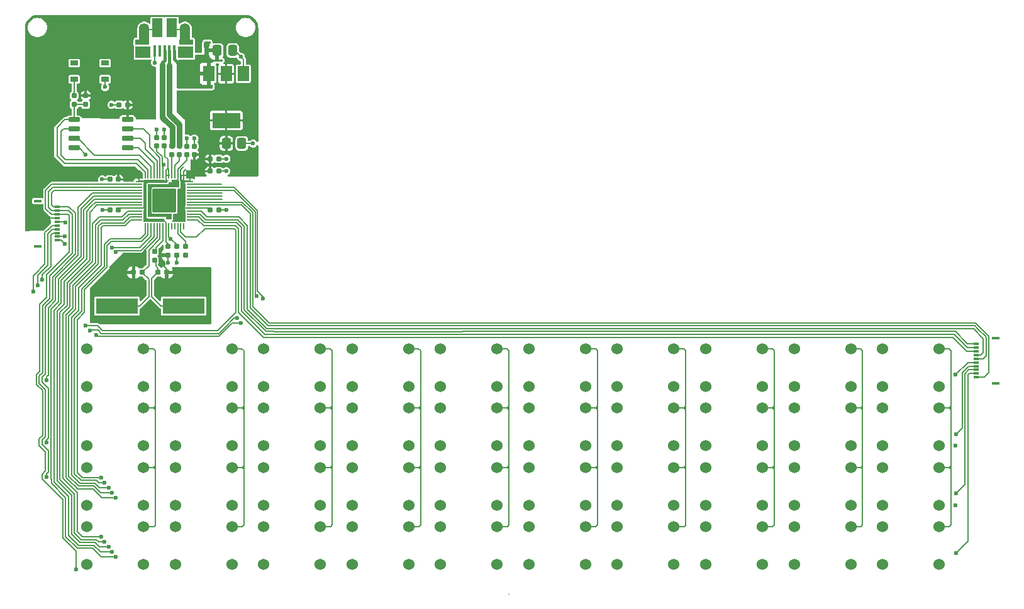
<source format=gbr>
%TF.GenerationSoftware,KiCad,Pcbnew,(6.0.4)*%
%TF.CreationDate,2022-09-18T16:29:30-05:00*%
%TF.ProjectId,Calculator_PCB,43616c63-756c-4617-946f-725f5043422e,rev?*%
%TF.SameCoordinates,Original*%
%TF.FileFunction,Copper,L1,Top*%
%TF.FilePolarity,Positive*%
%FSLAX46Y46*%
G04 Gerber Fmt 4.6, Leading zero omitted, Abs format (unit mm)*
G04 Created by KiCad (PCBNEW (6.0.4)) date 2022-09-18 16:29:30*
%MOMM*%
%LPD*%
G01*
G04 APERTURE LIST*
G04 Aperture macros list*
%AMRoundRect*
0 Rectangle with rounded corners*
0 $1 Rounding radius*
0 $2 $3 $4 $5 $6 $7 $8 $9 X,Y pos of 4 corners*
0 Add a 4 corners polygon primitive as box body*
4,1,4,$2,$3,$4,$5,$6,$7,$8,$9,$2,$3,0*
0 Add four circle primitives for the rounded corners*
1,1,$1+$1,$2,$3*
1,1,$1+$1,$4,$5*
1,1,$1+$1,$6,$7*
1,1,$1+$1,$8,$9*
0 Add four rect primitives between the rounded corners*
20,1,$1+$1,$2,$3,$4,$5,0*
20,1,$1+$1,$4,$5,$6,$7,0*
20,1,$1+$1,$6,$7,$8,$9,0*
20,1,$1+$1,$8,$9,$2,$3,0*%
G04 Aperture macros list end*
%TA.AperFunction,SMDPad,CuDef*%
%ADD10R,0.400000X1.650000*%
%TD*%
%TA.AperFunction,ComponentPad*%
%ADD11O,1.350000X1.700000*%
%TD*%
%TA.AperFunction,SMDPad,CuDef*%
%ADD12R,1.430000X2.500000*%
%TD*%
%TA.AperFunction,SMDPad,CuDef*%
%ADD13R,1.350000X2.000000*%
%TD*%
%TA.AperFunction,ComponentPad*%
%ADD14O,1.100000X1.500000*%
%TD*%
%TA.AperFunction,SMDPad,CuDef*%
%ADD15R,1.825000X0.700000*%
%TD*%
%TA.AperFunction,SMDPad,CuDef*%
%ADD16R,2.000000X1.500000*%
%TD*%
%TA.AperFunction,ComponentPad*%
%ADD17C,1.524000*%
%TD*%
%TA.AperFunction,SMDPad,CuDef*%
%ADD18RoundRect,0.155000X-0.155000X0.212500X-0.155000X-0.212500X0.155000X-0.212500X0.155000X0.212500X0*%
%TD*%
%TA.AperFunction,SMDPad,CuDef*%
%ADD19RoundRect,0.155000X0.155000X-0.212500X0.155000X0.212500X-0.155000X0.212500X-0.155000X-0.212500X0*%
%TD*%
%TA.AperFunction,SMDPad,CuDef*%
%ADD20RoundRect,0.155000X0.212500X0.155000X-0.212500X0.155000X-0.212500X-0.155000X0.212500X-0.155000X0*%
%TD*%
%TA.AperFunction,SMDPad,CuDef*%
%ADD21RoundRect,0.155000X-0.212500X-0.155000X0.212500X-0.155000X0.212500X0.155000X-0.212500X0.155000X0*%
%TD*%
%TA.AperFunction,SMDPad,CuDef*%
%ADD22RoundRect,0.250000X-0.337500X-0.475000X0.337500X-0.475000X0.337500X0.475000X-0.337500X0.475000X0*%
%TD*%
%TA.AperFunction,SMDPad,CuDef*%
%ADD23RoundRect,0.150000X-0.650000X-0.150000X0.650000X-0.150000X0.650000X0.150000X-0.650000X0.150000X0*%
%TD*%
%TA.AperFunction,SMDPad,CuDef*%
%ADD24RoundRect,0.160000X-0.160000X0.197500X-0.160000X-0.197500X0.160000X-0.197500X0.160000X0.197500X0*%
%TD*%
%TA.AperFunction,SMDPad,CuDef*%
%ADD25R,0.700000X0.300000*%
%TD*%
%TA.AperFunction,SMDPad,CuDef*%
%ADD26R,1.000000X0.300000*%
%TD*%
%TA.AperFunction,SMDPad,CuDef*%
%ADD27RoundRect,0.160000X0.160000X-0.197500X0.160000X0.197500X-0.160000X0.197500X-0.160000X-0.197500X0*%
%TD*%
%TA.AperFunction,SMDPad,CuDef*%
%ADD28R,1.050000X0.650000*%
%TD*%
%TA.AperFunction,SMDPad,CuDef*%
%ADD29RoundRect,0.050000X-0.387500X-0.050000X0.387500X-0.050000X0.387500X0.050000X-0.387500X0.050000X0*%
%TD*%
%TA.AperFunction,SMDPad,CuDef*%
%ADD30RoundRect,0.050000X-0.050000X-0.387500X0.050000X-0.387500X0.050000X0.387500X-0.050000X0.387500X0*%
%TD*%
%TA.AperFunction,ComponentPad*%
%ADD31C,0.600000*%
%TD*%
%TA.AperFunction,SMDPad,CuDef*%
%ADD32RoundRect,0.144000X-1.456000X-1.456000X1.456000X-1.456000X1.456000X1.456000X-1.456000X1.456000X0*%
%TD*%
%TA.AperFunction,SMDPad,CuDef*%
%ADD33R,1.500000X2.000000*%
%TD*%
%TA.AperFunction,SMDPad,CuDef*%
%ADD34R,3.800000X2.000000*%
%TD*%
%TA.AperFunction,SMDPad,CuDef*%
%ADD35R,5.600000X2.100000*%
%TD*%
%TA.AperFunction,ViaPad*%
%ADD36C,0.600000*%
%TD*%
%TA.AperFunction,Conductor*%
%ADD37C,0.150000*%
%TD*%
%TA.AperFunction,Conductor*%
%ADD38C,0.200000*%
%TD*%
%TA.AperFunction,Conductor*%
%ADD39C,0.400000*%
%TD*%
%TA.AperFunction,Conductor*%
%ADD40C,0.800000*%
%TD*%
G04 APERTURE END LIST*
D10*
%TO.P,J1,1,VBUS*%
%TO.N,VBUS*%
X98045000Y-69405000D03*
%TO.P,J1,2,D-*%
%TO.N,/USB_D-*%
X97395000Y-69405000D03*
%TO.P,J1,3,D+*%
%TO.N,/USB_D+*%
X96745000Y-69405000D03*
%TO.P,J1,4,ID*%
%TO.N,unconnected-(J1-Pad4)*%
X96095000Y-69405000D03*
%TO.P,J1,5,GND*%
%TO.N,GND*%
X95445000Y-69405000D03*
D11*
%TO.P,J1,6,Shield*%
X99475000Y-66525000D03*
D12*
X97705000Y-66255000D03*
D13*
X99475000Y-67455000D03*
X93995000Y-67455000D03*
D14*
X94325000Y-69525000D03*
D11*
X94015000Y-66525000D03*
D15*
X99695000Y-68205000D03*
D14*
X99165000Y-69525000D03*
D12*
X95785000Y-66255000D03*
D16*
X93845000Y-69525000D03*
D15*
X93745000Y-68205000D03*
D16*
X99595000Y-69505000D03*
%TD*%
D17*
%TO.P,SW12,1,A*%
%TO.N,Net-(D12-Pad2)*%
X110090000Y-138540000D03*
X117710000Y-138540000D03*
%TO.P,SW12,2,B*%
%TO.N,/Col5*%
X117710000Y-133460000D03*
X110090000Y-133460000D03*
%TD*%
%TO.P,SW39,1,A*%
%TO.N,Net-(D39-Pad2)*%
X201010000Y-130540000D03*
X193390000Y-130540000D03*
%TO.P,SW39,2,B*%
%TO.N,/Col12*%
X201010000Y-125460000D03*
X193390000Y-125460000D03*
%TD*%
D18*
%TO.P,C10,1*%
%TO.N,+3V3*%
X97190000Y-95720000D03*
%TO.P,C10,2*%
%TO.N,GND*%
X97190000Y-96855000D03*
%TD*%
D19*
%TO.P,C5,1*%
%TO.N,+3V3*%
X96710000Y-82160000D03*
%TO.P,C5,2*%
%TO.N,GND*%
X96710000Y-81025000D03*
%TD*%
D17*
%TO.P,SW2,2,B*%
%TO.N,/Col3*%
X93910000Y-117460000D03*
X86290000Y-117460000D03*
%TO.P,SW2,1,A*%
%TO.N,Net-(D2-Pad2)*%
X86290000Y-122540000D03*
X93910000Y-122540000D03*
%TD*%
D20*
%TO.P,C4,1*%
%TO.N,+3V3*%
X91767500Y-76630000D03*
%TO.P,C4,2*%
%TO.N,GND*%
X90632500Y-76630000D03*
%TD*%
D17*
%TO.P,SW30,1,A*%
%TO.N,Net-(D30-Pad2)*%
X177210000Y-122540000D03*
X169590000Y-122540000D03*
%TO.P,SW30,2,B*%
%TO.N,/Col10*%
X169590000Y-117460000D03*
X177210000Y-117460000D03*
%TD*%
%TO.P,SW1,1,A*%
%TO.N,Net-(D1-Pad2)*%
X93910000Y-114540000D03*
X86290000Y-114540000D03*
%TO.P,SW1,2,B*%
%TO.N,/Col3*%
X86290000Y-109460000D03*
X93910000Y-109460000D03*
%TD*%
D21*
%TO.P,C8,1*%
%TO.N,+3V3*%
X102900000Y-90810000D03*
%TO.P,C8,2*%
%TO.N,GND*%
X104035000Y-90810000D03*
%TD*%
D20*
%TO.P,C16,1*%
%TO.N,GND*%
X97007500Y-99210000D03*
%TO.P,C16,2*%
%TO.N,Net-(C16-Pad2)*%
X95872500Y-99210000D03*
%TD*%
D22*
%TO.P,C13,1*%
%TO.N,VBUS*%
X103832500Y-69310000D03*
%TO.P,C13,2*%
%TO.N,GND*%
X105907500Y-69310000D03*
%TD*%
D17*
%TO.P,SW4,2,B*%
%TO.N,/Col3*%
X93910000Y-133460000D03*
X86290000Y-133460000D03*
%TO.P,SW4,1,A*%
%TO.N,Net-(D4-Pad2)*%
X93910000Y-138540000D03*
X86290000Y-138540000D03*
%TD*%
%TO.P,SW8,1,A*%
%TO.N,Net-(D8-Pad2)*%
X105810000Y-138540000D03*
X98190000Y-138540000D03*
%TO.P,SW8,2,B*%
%TO.N,/Col4*%
X98190000Y-133460000D03*
X105810000Y-133460000D03*
%TD*%
D23*
%TO.P,U1,1,~{CS}*%
%TO.N,/QSPI_SS_56*%
X84570000Y-78615000D03*
%TO.P,U1,2,DO(IO1)*%
%TO.N,/QSPI_SD1_55*%
X84570000Y-79885000D03*
%TO.P,U1,3,IO2*%
%TO.N,/QSPI_SD2_54*%
X84570000Y-81155000D03*
%TO.P,U1,4,GND*%
%TO.N,GND*%
X84570000Y-82425000D03*
%TO.P,U1,5,DI(IO0)*%
%TO.N,/QSPI_SD0_53*%
X91770000Y-82425000D03*
%TO.P,U1,6,CLK*%
%TO.N,/QSPI_SCLK_52*%
X91770000Y-81155000D03*
%TO.P,U1,7,IO3*%
%TO.N,/QSPI_SD3_51*%
X91770000Y-79885000D03*
%TO.P,U1,8,VCC*%
%TO.N,+3V3*%
X91770000Y-78615000D03*
%TD*%
D17*
%TO.P,SW33,2,B*%
%TO.N,/Col11*%
X189110000Y-109460000D03*
X181490000Y-109460000D03*
%TO.P,SW33,1,A*%
%TO.N,Net-(D33-Pad2)*%
X181490000Y-114540000D03*
X189110000Y-114540000D03*
%TD*%
%TO.P,SW26,1,A*%
%TO.N,Net-(D26-Pad2)*%
X157690000Y-122540000D03*
X165310000Y-122540000D03*
%TO.P,SW26,2,B*%
%TO.N,/Col9*%
X165310000Y-117460000D03*
X157690000Y-117460000D03*
%TD*%
%TO.P,SW6,1,A*%
%TO.N,Net-(D6-Pad2)*%
X105810000Y-122540000D03*
X98190000Y-122540000D03*
%TO.P,SW6,2,B*%
%TO.N,/Col4*%
X105810000Y-117460000D03*
X98190000Y-117460000D03*
%TD*%
D21*
%TO.P,C12,1*%
%TO.N,+3V3*%
X102890000Y-85572500D03*
%TO.P,C12,2*%
%TO.N,GND*%
X104025000Y-85572500D03*
%TD*%
D17*
%TO.P,SW17,2,B*%
%TO.N,/Col7*%
X141510000Y-109460000D03*
X133890000Y-109460000D03*
%TO.P,SW17,1,A*%
%TO.N,Net-(D17-Pad2)*%
X133890000Y-114540000D03*
X141510000Y-114540000D03*
%TD*%
D24*
%TO.P,R1,1*%
%TO.N,/USB_BOOT*%
X84570000Y-75392500D03*
%TO.P,R1,2*%
%TO.N,/QSPI_SS_56*%
X84570000Y-76587500D03*
%TD*%
D17*
%TO.P,SW11,1,A*%
%TO.N,Net-(D11-Pad2)*%
X117710000Y-130540000D03*
X110090000Y-130540000D03*
%TO.P,SW11,2,B*%
%TO.N,/Col5*%
X117710000Y-125460000D03*
X110090000Y-125460000D03*
%TD*%
%TO.P,SW20,1,A*%
%TO.N,Net-(D20-Pad2)*%
X133890000Y-138540000D03*
X141510000Y-138540000D03*
%TO.P,SW20,2,B*%
%TO.N,/Col7*%
X141510000Y-133460000D03*
X133890000Y-133460000D03*
%TD*%
D24*
%TO.P,R5,1*%
%TO.N,+3V3*%
X86130000Y-75392500D03*
%TO.P,R5,2*%
%TO.N,/QSPI_SS_56*%
X86130000Y-76587500D03*
%TD*%
D17*
%TO.P,SW10,1,A*%
%TO.N,Net-(D10-Pad2)*%
X117710000Y-122540000D03*
X110090000Y-122540000D03*
%TO.P,SW10,2,B*%
%TO.N,/Col5*%
X117710000Y-117460000D03*
X110090000Y-117460000D03*
%TD*%
%TO.P,SW23,1,A*%
%TO.N,Net-(D23-Pad2)*%
X145790000Y-130540000D03*
X153410000Y-130540000D03*
%TO.P,SW23,2,B*%
%TO.N,/Col8*%
X153410000Y-125460000D03*
X145790000Y-125460000D03*
%TD*%
%TO.P,SW16,1,A*%
%TO.N,Net-(D16-Pad2)*%
X129610000Y-138540000D03*
X121990000Y-138540000D03*
%TO.P,SW16,2,B*%
%TO.N,/Col6*%
X121990000Y-133460000D03*
X129610000Y-133460000D03*
%TD*%
D25*
%TO.P,J3,1,1*%
%TO.N,/Row7*%
X205990000Y-113330000D03*
%TO.P,J3,2,2*%
%TO.N,/Row6*%
X205990000Y-112830000D03*
%TO.P,J3,3,3*%
%TO.N,/Row5*%
X205990000Y-112330000D03*
%TO.P,J3,4,4*%
%TO.N,/Row4*%
X205990000Y-111830000D03*
%TO.P,J3,5,5*%
%TO.N,/Row3*%
X205990000Y-111330000D03*
%TO.P,J3,6,6*%
%TO.N,/Row2*%
X205990000Y-110830000D03*
%TO.P,J3,7,7*%
%TO.N,/Row1*%
X205990000Y-110330000D03*
%TO.P,J3,8,8*%
%TO.N,/Col13*%
X205990000Y-109830000D03*
%TO.P,J3,9,9*%
%TO.N,/Col14*%
X205990000Y-109330000D03*
%TO.P,J3,10,10*%
%TO.N,/Col15*%
X205990000Y-108830000D03*
D26*
%TO.P,J3,S1,SHIELD*%
%TO.N,unconnected-(J3-PadS1)*%
X208640000Y-114120000D03*
%TO.P,J3,S2,SHIELD*%
X208640000Y-108040000D03*
%TD*%
D25*
%TO.P,J2,1,1*%
%TO.N,/Row4*%
X82289568Y-90380000D03*
%TO.P,J2,2,2*%
%TO.N,/Row5*%
X82289568Y-90880000D03*
%TO.P,J2,3,3*%
%TO.N,/Row6*%
X82289568Y-91380000D03*
%TO.P,J2,4,4*%
%TO.N,+3V3*%
X82289568Y-91880000D03*
%TO.P,J2,5,5*%
%TO.N,GND*%
X82289568Y-92380000D03*
%TO.P,J2,6,6*%
%TO.N,/x_out*%
X82289568Y-92880000D03*
%TO.P,J2,7,7*%
%TO.N,/y_out*%
X82289568Y-93380000D03*
%TO.P,J2,8,8*%
%TO.N,/Col2*%
X82289568Y-93880000D03*
%TO.P,J2,9,9*%
%TO.N,/Col0*%
X82289568Y-94380000D03*
%TO.P,J2,10,10*%
%TO.N,/Col1*%
X82289568Y-94880000D03*
D26*
%TO.P,J2,S1,SHIELD*%
%TO.N,unconnected-(J2-PadS1)*%
X79639568Y-89590000D03*
%TO.P,J2,S2,SHIELD*%
X79639568Y-95670000D03*
%TD*%
D17*
%TO.P,SW36,1,A*%
%TO.N,Net-(D36-Pad2)*%
X189110000Y-138540000D03*
X181490000Y-138540000D03*
%TO.P,SW36,2,B*%
%TO.N,/Col11*%
X189110000Y-133460000D03*
X181490000Y-133460000D03*
%TD*%
D27*
%TO.P,R4,1*%
%TO.N,Net-(R4-Pad1)*%
X98740000Y-83367500D03*
%TO.P,R4,2*%
%TO.N,/USB_D-*%
X98740000Y-82172500D03*
%TD*%
D22*
%TO.P,C14,1*%
%TO.N,+3V3*%
X105062500Y-81830000D03*
%TO.P,C14,2*%
%TO.N,GND*%
X107137500Y-81830000D03*
%TD*%
D17*
%TO.P,SW28,1,A*%
%TO.N,Net-(D28-Pad2)*%
X165310000Y-138540000D03*
X157690000Y-138540000D03*
%TO.P,SW28,2,B*%
%TO.N,/Col9*%
X157690000Y-133460000D03*
X165310000Y-133460000D03*
%TD*%
%TO.P,SW14,1,A*%
%TO.N,Net-(D14-Pad2)*%
X121990000Y-122540000D03*
X129610000Y-122540000D03*
%TO.P,SW14,2,B*%
%TO.N,/Col6*%
X121990000Y-117460000D03*
X129610000Y-117460000D03*
%TD*%
D19*
%TO.P,C1,1*%
%TO.N,+1V1*%
X95710000Y-82160000D03*
%TO.P,C1,2*%
%TO.N,GND*%
X95710000Y-81025000D03*
%TD*%
D17*
%TO.P,SW25,1,A*%
%TO.N,Net-(D25-Pad2)*%
X157690000Y-114540000D03*
X165310000Y-114540000D03*
%TO.P,SW25,2,B*%
%TO.N,/Col9*%
X157690000Y-109460000D03*
X165310000Y-109460000D03*
%TD*%
%TO.P,SW3,2,B*%
%TO.N,/Col3*%
X86290000Y-125460000D03*
X93910000Y-125460000D03*
%TO.P,SW3,1,A*%
%TO.N,Net-(D3-Pad2)*%
X93910000Y-130540000D03*
X86290000Y-130540000D03*
%TD*%
%TO.P,SW37,1,A*%
%TO.N,Net-(D37-Pad2)*%
X201010000Y-114540000D03*
X193390000Y-114540000D03*
%TO.P,SW37,2,B*%
%TO.N,/Col12*%
X193390000Y-109460000D03*
X201010000Y-109460000D03*
%TD*%
D27*
%TO.P,R3,1*%
%TO.N,Net-(R3-Pad1)*%
X97720000Y-83362500D03*
%TO.P,R3,2*%
%TO.N,/USB_D+*%
X97720000Y-82167500D03*
%TD*%
D17*
%TO.P,SW22,1,A*%
%TO.N,Net-(D22-Pad2)*%
X153410000Y-122540000D03*
X145790000Y-122540000D03*
%TO.P,SW22,2,B*%
%TO.N,/Col8*%
X145790000Y-117460000D03*
X153410000Y-117460000D03*
%TD*%
%TO.P,SW34,2,B*%
%TO.N,/Col11*%
X181490000Y-117460000D03*
X189110000Y-117460000D03*
%TO.P,SW34,1,A*%
%TO.N,Net-(D34-Pad2)*%
X181490000Y-122540000D03*
X189110000Y-122540000D03*
%TD*%
D20*
%TO.P,C9,1*%
%TO.N,+3V3*%
X90540000Y-90810000D03*
%TO.P,C9,2*%
%TO.N,GND*%
X89405000Y-90810000D03*
%TD*%
D19*
%TO.P,C3,1*%
%TO.N,+1V1*%
X99750000Y-83330000D03*
%TO.P,C3,2*%
%TO.N,GND*%
X99750000Y-82195000D03*
%TD*%
D21*
%TO.P,C11,1*%
%TO.N,+3V3*%
X102890000Y-83912500D03*
%TO.P,C11,2*%
%TO.N,GND*%
X104025000Y-83912500D03*
%TD*%
D18*
%TO.P,C2,1*%
%TO.N,+1V1*%
X98350000Y-95722500D03*
%TO.P,C2,2*%
%TO.N,GND*%
X98350000Y-96857500D03*
%TD*%
D17*
%TO.P,SW31,1,A*%
%TO.N,Net-(D31-Pad2)*%
X169590000Y-130540000D03*
X177210000Y-130540000D03*
%TO.P,SW31,2,B*%
%TO.N,/Col10*%
X169590000Y-125460000D03*
X177210000Y-125460000D03*
%TD*%
D27*
%TO.P,R6,1*%
%TO.N,+3V3*%
X99550000Y-96877500D03*
%TO.P,R6,2*%
%TO.N,/RUN_26*%
X99550000Y-95682500D03*
%TD*%
D21*
%TO.P,C15,1*%
%TO.N,GND*%
X92582500Y-99210000D03*
%TO.P,C15,2*%
%TO.N,/XIN_20*%
X93717500Y-99210000D03*
%TD*%
D17*
%TO.P,SW21,2,B*%
%TO.N,/Col8*%
X153410000Y-109460000D03*
X145790000Y-109460000D03*
%TO.P,SW21,1,A*%
%TO.N,Net-(D21-Pad2)*%
X145790000Y-114540000D03*
X153410000Y-114540000D03*
%TD*%
%TO.P,SW38,1,A*%
%TO.N,Net-(D38-Pad2)*%
X201010000Y-122540000D03*
X193390000Y-122540000D03*
%TO.P,SW38,2,B*%
%TO.N,/Col12*%
X201010000Y-117460000D03*
X193390000Y-117460000D03*
%TD*%
D19*
%TO.P,C6,1*%
%TO.N,+3V3*%
X100750000Y-83330000D03*
%TO.P,C6,2*%
%TO.N,GND*%
X100750000Y-82195000D03*
%TD*%
D17*
%TO.P,SW32,1,A*%
%TO.N,Net-(D32-Pad2)*%
X177210000Y-138540000D03*
X169590000Y-138540000D03*
%TO.P,SW32,2,B*%
%TO.N,/Col10*%
X177210000Y-133460000D03*
X169590000Y-133460000D03*
%TD*%
D28*
%TO.P,S1,1,1*%
%TO.N,/USB_BOOT*%
X84585000Y-71015000D03*
%TO.P,S1,2,2*%
%TO.N,GND*%
X88735000Y-71015000D03*
%TO.P,S1,3,3*%
%TO.N,/USB_BOOT*%
X84585000Y-73165000D03*
%TO.P,S1,4,4*%
%TO.N,GND*%
X88735000Y-73165000D03*
%TD*%
D17*
%TO.P,SW7,1,A*%
%TO.N,Net-(D7-Pad2)*%
X105810000Y-130540000D03*
X98190000Y-130540000D03*
%TO.P,SW7,2,B*%
%TO.N,/Col4*%
X98190000Y-125460000D03*
X105810000Y-125460000D03*
%TD*%
D29*
%TO.P,U2,1,IOVDD*%
%TO.N,+3V3*%
X93282500Y-86942500D03*
%TO.P,U2,2,GPIO0*%
%TO.N,/Row6*%
X93282500Y-87342500D03*
%TO.P,U2,3,GPIO1*%
%TO.N,/Row5*%
X93282500Y-87742500D03*
%TO.P,U2,4,GPIO2*%
%TO.N,/Row4*%
X93282500Y-88142500D03*
%TO.P,U2,5,GPIO3*%
%TO.N,/Row3*%
X93282500Y-88542500D03*
%TO.P,U2,6,GPIO4*%
%TO.N,/Col12*%
X93282500Y-88942500D03*
%TO.P,U2,7,GPIO5*%
%TO.N,/Col11*%
X93282500Y-89342500D03*
%TO.P,U2,8,GPIO6*%
%TO.N,/Col10*%
X93282500Y-89742500D03*
%TO.P,U2,9,GPIO7*%
%TO.N,/Col9*%
X93282500Y-90142500D03*
%TO.P,U2,10,IOVDD*%
%TO.N,+3V3*%
X93282500Y-90542500D03*
%TO.P,U2,11,GPIO8*%
%TO.N,/Col8*%
X93282500Y-90942500D03*
%TO.P,U2,12,GPIO9*%
%TO.N,/Col7*%
X93282500Y-91342500D03*
%TO.P,U2,13,GPIO10*%
%TO.N,/Col6*%
X93282500Y-91742500D03*
%TO.P,U2,14,GPIO11*%
%TO.N,/Col5*%
X93282500Y-92142500D03*
D30*
%TO.P,U2,15,GPIO12*%
%TO.N,/Col4*%
X94120000Y-92980000D03*
%TO.P,U2,16,GPIO13*%
%TO.N,/Col3*%
X94520000Y-92980000D03*
%TO.P,U2,17,GPIO14*%
%TO.N,/Col0*%
X94920000Y-92980000D03*
%TO.P,U2,18,GPIO15*%
%TO.N,/Col1*%
X95320000Y-92980000D03*
%TO.P,U2,19,TESTEN*%
%TO.N,GND*%
X95720000Y-92980000D03*
%TO.P,U2,20,XIN*%
%TO.N,/XIN_20*%
X96120000Y-92980000D03*
%TO.P,U2,21,XOUT*%
%TO.N,/XOUT_21*%
X96520000Y-92980000D03*
%TO.P,U2,22,IOVDD*%
%TO.N,+3V3*%
X96920000Y-92980000D03*
%TO.P,U2,23,DVDD*%
%TO.N,+1V1*%
X97320000Y-92980000D03*
%TO.P,U2,24,SWCLK*%
%TO.N,unconnected-(U2-Pad24)*%
X97720000Y-92980000D03*
%TO.P,U2,25,SWDIO*%
%TO.N,unconnected-(U2-Pad25)*%
X98120000Y-92980000D03*
%TO.P,U2,26,RUN*%
%TO.N,/RUN_26*%
X98520000Y-92980000D03*
%TO.P,U2,27,GPIO16*%
%TO.N,/Col2*%
X98920000Y-92980000D03*
%TO.P,U2,28,GPIO17*%
%TO.N,unconnected-(U2-Pad28)*%
X99320000Y-92980000D03*
D29*
%TO.P,U2,29,GPIO18*%
%TO.N,/Col13*%
X100157500Y-92142500D03*
%TO.P,U2,30,GPIO19*%
%TO.N,/Col14*%
X100157500Y-91742500D03*
%TO.P,U2,31,GPIO20*%
%TO.N,/Col15*%
X100157500Y-91342500D03*
%TO.P,U2,32,GPIO21*%
%TO.N,/Row1*%
X100157500Y-90942500D03*
%TO.P,U2,33,IOVDD*%
%TO.N,+3V3*%
X100157500Y-90542500D03*
%TO.P,U2,34,GPIO22*%
%TO.N,/Row2*%
X100157500Y-90142500D03*
%TO.P,U2,35,GPIO23*%
%TO.N,/Row7*%
X100157500Y-89742500D03*
%TO.P,U2,36,GPIO24*%
%TO.N,unconnected-(U2-Pad36)*%
X100157500Y-89342500D03*
%TO.P,U2,37,GPIO25*%
%TO.N,unconnected-(U2-Pad37)*%
X100157500Y-88942500D03*
%TO.P,U2,38,GPIO26/ADC0*%
%TO.N,unconnected-(U2-Pad38)*%
X100157500Y-88542500D03*
%TO.P,U2,39,GPIO27/ADC1*%
%TO.N,/y_out*%
X100157500Y-88142500D03*
%TO.P,U2,40,GPIO28/ADC2*%
%TO.N,/x_out*%
X100157500Y-87742500D03*
%TO.P,U2,41,GPIO29/ADC3*%
%TO.N,unconnected-(U2-Pad41)*%
X100157500Y-87342500D03*
%TO.P,U2,42,IOVDD*%
%TO.N,+3V3*%
X100157500Y-86942500D03*
D30*
%TO.P,U2,43,ADC_AVDD*%
X99320000Y-86105000D03*
%TO.P,U2,44,VREG_VIN*%
X98920000Y-86105000D03*
%TO.P,U2,45,VREG_VOUT*%
%TO.N,+1V1*%
X98520000Y-86105000D03*
%TO.P,U2,46,USB_DM*%
%TO.N,Net-(R4-Pad1)*%
X98120000Y-86105000D03*
%TO.P,U2,47,USB_DP*%
%TO.N,Net-(R3-Pad1)*%
X97720000Y-86105000D03*
%TO.P,U2,48,USB_VDD*%
%TO.N,+3V3*%
X97320000Y-86105000D03*
%TO.P,U2,49,IOVDD*%
X96920000Y-86105000D03*
%TO.P,U2,50,DVDD*%
%TO.N,+1V1*%
X96520000Y-86105000D03*
%TO.P,U2,51,QSPI_SD3*%
%TO.N,/QSPI_SD3_51*%
X96120000Y-86105000D03*
%TO.P,U2,52,QSPI_SCLK*%
%TO.N,/QSPI_SCLK_52*%
X95720000Y-86105000D03*
%TO.P,U2,53,QSPI_SD0*%
%TO.N,/QSPI_SD0_53*%
X95320000Y-86105000D03*
%TO.P,U2,54,QSPI_SD2*%
%TO.N,/QSPI_SD2_54*%
X94920000Y-86105000D03*
%TO.P,U2,55,QSPI_SD1*%
%TO.N,/QSPI_SD1_55*%
X94520000Y-86105000D03*
%TO.P,U2,56,QSPI_SS_N*%
%TO.N,/QSPI_SS_56*%
X94120000Y-86105000D03*
D31*
%TO.P,U2,57,GND*%
%TO.N,GND*%
X95445000Y-89542500D03*
X96720000Y-88267500D03*
X97995000Y-88267500D03*
D32*
X96720000Y-89542500D03*
D31*
X97995000Y-90817500D03*
X97995000Y-89542500D03*
X96720000Y-89542500D03*
X96720000Y-90817500D03*
X95445000Y-88267500D03*
X95445000Y-90817500D03*
%TD*%
D17*
%TO.P,SW9,1,A*%
%TO.N,Net-(D9-Pad2)*%
X117710000Y-114540000D03*
X110090000Y-114540000D03*
%TO.P,SW9,2,B*%
%TO.N,/Col5*%
X117710000Y-109460000D03*
X110090000Y-109460000D03*
%TD*%
%TO.P,SW13,1,A*%
%TO.N,Net-(D13-Pad2)*%
X121990000Y-114540000D03*
X129610000Y-114540000D03*
%TO.P,SW13,2,B*%
%TO.N,/Col6*%
X129610000Y-109460000D03*
X121990000Y-109460000D03*
%TD*%
%TO.P,SW18,1,A*%
%TO.N,Net-(D18-Pad2)*%
X133890000Y-122540000D03*
X141510000Y-122540000D03*
%TO.P,SW18,2,B*%
%TO.N,/Col7*%
X141510000Y-117460000D03*
X133890000Y-117460000D03*
%TD*%
%TO.P,SW15,1,A*%
%TO.N,Net-(D15-Pad2)*%
X129610000Y-130540000D03*
X121990000Y-130540000D03*
%TO.P,SW15,2,B*%
%TO.N,/Col6*%
X129610000Y-125460000D03*
X121990000Y-125460000D03*
%TD*%
%TO.P,SW5,1,A*%
%TO.N,Net-(D5-Pad2)*%
X105810000Y-114540000D03*
X98190000Y-114540000D03*
%TO.P,SW5,2,B*%
%TO.N,/Col4*%
X98190000Y-109460000D03*
X105810000Y-109460000D03*
%TD*%
%TO.P,SW35,1,A*%
%TO.N,Net-(D35-Pad2)*%
X189110000Y-130540000D03*
X181490000Y-130540000D03*
%TO.P,SW35,2,B*%
%TO.N,/Col11*%
X189110000Y-125460000D03*
X181490000Y-125460000D03*
%TD*%
%TO.P,SW27,1,A*%
%TO.N,Net-(D27-Pad2)*%
X157690000Y-130540000D03*
X165310000Y-130540000D03*
%TO.P,SW27,2,B*%
%TO.N,/Col9*%
X165310000Y-125460000D03*
X157690000Y-125460000D03*
%TD*%
%TO.P,SW24,1,A*%
%TO.N,Net-(D24-Pad2)*%
X153410000Y-138540000D03*
X145790000Y-138540000D03*
%TO.P,SW24,2,B*%
%TO.N,/Col8*%
X153410000Y-133460000D03*
X145790000Y-133460000D03*
%TD*%
D33*
%TO.P,U3,1,GND*%
%TO.N,GND*%
X107340000Y-72440000D03*
%TO.P,U3,2,VO*%
%TO.N,+3V3*%
X105040000Y-72440000D03*
D34*
X105040000Y-78740000D03*
D33*
%TO.P,U3,3,VI*%
%TO.N,VBUS*%
X102740000Y-72440000D03*
%TD*%
D27*
%TO.P,R2,1*%
%TO.N,Net-(C16-Pad2)*%
X95400000Y-97567500D03*
%TO.P,R2,2*%
%TO.N,/XOUT_21*%
X95400000Y-96372500D03*
%TD*%
D35*
%TO.P,Y1,2,2*%
%TO.N,/XIN_20*%
X90340000Y-103740000D03*
%TO.P,Y1,1,1*%
%TO.N,Net-(C16-Pad2)*%
X99340000Y-103740000D03*
%TD*%
D17*
%TO.P,SW29,1,A*%
%TO.N,Net-(D29-Pad2)*%
X169590000Y-114540000D03*
X177210000Y-114540000D03*
%TO.P,SW29,2,B*%
%TO.N,/Col10*%
X177210000Y-109460000D03*
X169590000Y-109460000D03*
%TD*%
%TO.P,SW40,1,A*%
%TO.N,Net-(D40-Pad2)*%
X201010000Y-138540000D03*
X193390000Y-138540000D03*
%TO.P,SW40,2,B*%
%TO.N,/Col12*%
X201010000Y-133460000D03*
X193390000Y-133460000D03*
%TD*%
%TO.P,SW19,1,A*%
%TO.N,Net-(D19-Pad2)*%
X141510000Y-130540000D03*
X133890000Y-130540000D03*
%TO.P,SW19,2,B*%
%TO.N,/Col7*%
X133890000Y-125460000D03*
X141510000Y-125460000D03*
%TD*%
D20*
%TO.P,C7,1*%
%TO.N,+3V3*%
X90517500Y-86672500D03*
%TO.P,C7,2*%
%TO.N,GND*%
X89382500Y-86672500D03*
%TD*%
D36*
%TO.N,+3V3*%
X101520000Y-68210000D03*
X92000000Y-68220000D03*
%TO.N,GND*%
X105065000Y-90810000D03*
X96710000Y-79990000D03*
X100760000Y-81155000D03*
X91545000Y-99210000D03*
X88335000Y-86670000D03*
X89595000Y-76630000D03*
X105055000Y-85570000D03*
X105065000Y-83910000D03*
X93940000Y-97020000D03*
X83370000Y-92520000D03*
X108670000Y-81830000D03*
X97190000Y-97885000D03*
X98040000Y-99210000D03*
X95710000Y-79990000D03*
X88365000Y-90807500D03*
X98350000Y-97895000D03*
X99760000Y-81155000D03*
X95450000Y-70942500D03*
X88740000Y-74215000D03*
X86150000Y-83330000D03*
X107015000Y-70145000D03*
X96350000Y-96850000D03*
%TO.N,/Row4*%
X203268500Y-120998200D03*
X80870000Y-122150000D03*
%TO.N,/Row5*%
X203298500Y-128998200D03*
X80840000Y-126730000D03*
%TO.N,/Col10*%
X89198386Y-136173199D03*
%TO.N,/Col11*%
X89688609Y-136854702D03*
%TO.N,/Col12*%
X90143726Y-137560133D03*
%TO.N,/y_out*%
X79660000Y-100940000D03*
X106480000Y-105360000D03*
X86740000Y-107000000D03*
X109174500Y-102370000D03*
%TO.N,/x_out*%
X107050000Y-106060000D03*
X109980000Y-102760000D03*
X79040000Y-101780000D03*
X87520000Y-107610000D03*
%TO.N,/Col0*%
X83327901Y-94380000D03*
X89637200Y-95862700D03*
%TO.N,/Col1*%
X83327901Y-95380000D03*
X90210000Y-96477200D03*
%TO.N,/Col2*%
X80281744Y-100171311D03*
X86110000Y-106360000D03*
%TO.N,+1V1*%
X96644500Y-84727052D03*
X97580000Y-94690000D03*
X97650000Y-87420000D03*
X97310000Y-91690000D03*
%TO.N,/Row3*%
X80876941Y-113710000D03*
X203218500Y-113000000D03*
%TO.N,/Col3*%
X88234769Y-126825298D03*
%TO.N,/Col4*%
X88681391Y-127536138D03*
%TO.N,/Col5*%
X89209777Y-128188497D03*
%TO.N,/Col6*%
X89700000Y-128870000D03*
%TO.N,/Col7*%
X90155117Y-129575431D03*
%TO.N,/Col8*%
X88223378Y-134810000D03*
%TO.N,/Col9*%
X88670000Y-135520840D03*
%TO.N,Net-(D38-Pad2)*%
X203218500Y-122540000D03*
%TO.N,Net-(D39-Pad2)*%
X203218500Y-130540000D03*
%TO.N,/Row6*%
X84810000Y-139220000D03*
X203290000Y-137008200D03*
%TD*%
D37*
%TO.N,+3V3*%
X82289568Y-91880000D02*
X80960000Y-91880000D01*
D38*
%TO.N,Net-(R4-Pad1)*%
X98740000Y-84182500D02*
X98740000Y-83367500D01*
X98120000Y-86105000D02*
X98120000Y-84802500D01*
X98120000Y-84802500D02*
X98740000Y-84182500D01*
D39*
%TO.N,/USB_D-*%
X97395000Y-69405000D02*
X97395000Y-71275000D01*
D40*
X97400000Y-77942924D02*
X97400000Y-71280000D01*
X98702500Y-79245424D02*
X98702500Y-82135000D01*
D39*
X97395000Y-71275000D02*
X97400000Y-71280000D01*
D40*
X97400000Y-77942924D02*
X98702500Y-79245424D01*
X98702500Y-82135000D02*
X98740000Y-82172500D01*
D38*
%TO.N,Net-(R3-Pad1)*%
X97720000Y-83362500D02*
X97720000Y-86105000D01*
D39*
%TO.N,/USB_D+*%
X96450480Y-70924520D02*
X96450480Y-71240000D01*
X96745000Y-69405000D02*
X96745000Y-70630000D01*
X96745000Y-70630000D02*
X96450480Y-70924520D01*
D40*
X97752500Y-79638248D02*
X97752500Y-82135000D01*
X96450480Y-78336228D02*
X96450480Y-71240000D01*
X97752500Y-82135000D02*
X97720000Y-82167500D01*
X96450480Y-78336228D02*
X97752500Y-79638248D01*
D37*
%TO.N,Net-(C16-Pad2)*%
X95872500Y-99210000D02*
X95870000Y-99210000D01*
X99340000Y-103740000D02*
X96300000Y-103740000D01*
X95040000Y-100550000D02*
X95040000Y-102480000D01*
X95870000Y-99210000D02*
X95040000Y-100040000D01*
X95872500Y-98662500D02*
X95550000Y-98340000D01*
X95872500Y-99210000D02*
X95872500Y-98662500D01*
X95040000Y-100040000D02*
X95040000Y-100550000D01*
X95550000Y-98340000D02*
X95550000Y-97567500D01*
X96300000Y-103740000D02*
X95040000Y-102480000D01*
%TO.N,/XOUT_21*%
X96520000Y-94920000D02*
X95550000Y-95890000D01*
X96520000Y-92980000D02*
X96520000Y-94920000D01*
X95550000Y-95890000D02*
X95550000Y-96372500D01*
D38*
%TO.N,+3V3*%
X90807500Y-90542500D02*
X90540000Y-90810000D01*
X100157500Y-86942500D02*
X99332500Y-86942500D01*
X99320000Y-85652500D02*
X99680000Y-85292500D01*
X93282500Y-90542500D02*
X90807500Y-90542500D01*
X97194011Y-85185989D02*
X97194011Y-83954011D01*
X102632500Y-90542500D02*
X102900000Y-90810000D01*
X93282500Y-86942500D02*
X94197500Y-86942500D01*
X99202500Y-90542500D02*
X99200000Y-90540000D01*
X96920000Y-92518915D02*
X96521085Y-92120000D01*
X98920000Y-86820000D02*
X99100000Y-87000000D01*
X97190000Y-95360000D02*
X96920000Y-95090000D01*
X99320000Y-86930000D02*
X99320000Y-86105000D01*
X98920000Y-86105000D02*
X98920000Y-86820000D01*
X105040000Y-81807500D02*
X105062500Y-81830000D01*
X96790000Y-82240000D02*
X96710000Y-82160000D01*
X94147500Y-90542500D02*
X94150000Y-90540000D01*
X96920000Y-95090000D02*
X96920000Y-92980000D01*
X96790000Y-83550000D02*
X96790000Y-82240000D01*
X105040000Y-78740000D02*
X105040000Y-81807500D01*
X100157500Y-90542500D02*
X102632500Y-90542500D01*
X100157500Y-90542500D02*
X99202500Y-90542500D01*
X97194011Y-83954011D02*
X96790000Y-83550000D01*
X98920000Y-86105000D02*
X98920000Y-85396796D01*
X96920000Y-86105000D02*
X96920000Y-85460000D01*
X94197500Y-86942500D02*
X94200000Y-86940000D01*
X96521085Y-92120000D02*
X96520000Y-92120000D01*
X99320000Y-86105000D02*
X99320000Y-85652500D01*
X93282500Y-90542500D02*
X94147500Y-90542500D01*
X97320000Y-86105000D02*
X97320000Y-85311978D01*
X96920000Y-85460000D02*
X97194011Y-85185989D01*
X96920000Y-92980000D02*
X96920000Y-92518915D01*
X97190000Y-95720000D02*
X97190000Y-95360000D01*
X97320000Y-85311978D02*
X97194011Y-85185989D01*
X99332500Y-86942500D02*
X99320000Y-86930000D01*
X98920000Y-85396796D02*
X99347148Y-84969648D01*
D37*
%TO.N,/RUN_26*%
X98520000Y-94010000D02*
X99550000Y-95040000D01*
X98520000Y-92980000D02*
X98520000Y-94010000D01*
X99550000Y-95040000D02*
X99550000Y-95682500D01*
%TO.N,/QSPI_SS_56*%
X83355000Y-78615000D02*
X84570000Y-78615000D01*
X94120000Y-85690000D02*
X92970000Y-84540000D01*
X94120000Y-86105000D02*
X94120000Y-85690000D01*
X83280000Y-84540000D02*
X82280000Y-83540000D01*
X82280000Y-79690000D02*
X83355000Y-78615000D01*
X84570000Y-76587500D02*
X86130000Y-76587500D01*
X84570000Y-76587500D02*
X84570000Y-78615000D01*
X92970000Y-84540000D02*
X83280000Y-84540000D01*
X82280000Y-83540000D02*
X82280000Y-79690000D01*
%TO.N,/USB_BOOT*%
X84570000Y-75392500D02*
X84585000Y-75377500D01*
X84585000Y-75377500D02*
X84585000Y-73165000D01*
%TO.N,GND*%
X83230000Y-92380000D02*
X83370000Y-92520000D01*
D38*
X90630000Y-76630000D02*
X89595000Y-76630000D01*
X99475000Y-66525000D02*
X97975000Y-66525000D01*
X95710000Y-81025000D02*
X95710000Y-79990000D01*
X95515000Y-66525000D02*
X95785000Y-66255000D01*
D37*
X97007500Y-99210000D02*
X97007500Y-98717500D01*
D38*
X97975000Y-66525000D02*
X97705000Y-66255000D01*
X105907500Y-69310000D02*
X106180000Y-69310000D01*
X107137500Y-81830000D02*
X108670000Y-81830000D01*
X97005000Y-99210000D02*
X98040000Y-99210000D01*
X106180000Y-69310000D02*
X107015000Y-70145000D01*
X95720000Y-94520000D02*
X93940000Y-96300000D01*
X107015000Y-70145000D02*
X107210000Y-70340000D01*
X89400000Y-90807500D02*
X88365000Y-90807500D01*
X99760000Y-82190000D02*
X99760000Y-81155000D01*
D37*
X85245000Y-82425000D02*
X86150000Y-83330000D01*
D38*
X92580000Y-99210000D02*
X91545000Y-99210000D01*
X107210000Y-70340000D02*
X107340000Y-70470000D01*
X95720000Y-92980000D02*
X95720000Y-94520000D01*
D37*
X97007500Y-98717500D02*
X96430000Y-98140000D01*
D38*
X88740000Y-73180000D02*
X88740000Y-74215000D01*
D37*
X82289568Y-92380000D02*
X83230000Y-92380000D01*
D38*
X104030000Y-83910000D02*
X105065000Y-83910000D01*
X96710000Y-81025000D02*
X96710000Y-79990000D01*
X93940000Y-96300000D02*
X93940000Y-97020000D01*
X98350000Y-96860000D02*
X98350000Y-97895000D01*
X100760000Y-82190000D02*
X100760000Y-81155000D01*
X104020000Y-85570000D02*
X105055000Y-85570000D01*
X94015000Y-66525000D02*
X95515000Y-66525000D01*
D37*
X84570000Y-82425000D02*
X85245000Y-82425000D01*
D38*
X95450000Y-69410000D02*
X95450000Y-70942500D01*
X107340000Y-70470000D02*
X107340000Y-72440000D01*
X104030000Y-90810000D02*
X105065000Y-90810000D01*
X97190000Y-96850000D02*
X97190000Y-97885000D01*
X89370000Y-86670000D02*
X88335000Y-86670000D01*
D37*
%TO.N,/Row4*%
X80710000Y-112859616D02*
X80262430Y-113307186D01*
X204960864Y-111830000D02*
X204109520Y-112681344D01*
X80711440Y-103809056D02*
X80711441Y-110628559D01*
X81675282Y-99805214D02*
X81675282Y-102845214D01*
X80870000Y-121743844D02*
X80870000Y-122150000D01*
X81100000Y-116520000D02*
X81101922Y-116521922D01*
X204109520Y-112681344D02*
X204109520Y-120157180D01*
X86873180Y-88142500D02*
X93282500Y-88142500D01*
X81100000Y-114951921D02*
X81100000Y-116520000D01*
X82289568Y-90380000D02*
X81789568Y-90380000D01*
X81101921Y-114804031D02*
X81101921Y-114950000D01*
X83851728Y-90380000D02*
X84721439Y-91249711D01*
X84721439Y-91249711D02*
X84721440Y-96276159D01*
X81675282Y-102845214D02*
X80711440Y-103809056D01*
X84721440Y-96276159D02*
X84725281Y-96280000D01*
X86870680Y-88140000D02*
X86873180Y-88142500D01*
X81849568Y-88140000D02*
X86870680Y-88140000D01*
X81789568Y-90380000D02*
X81508608Y-90099040D01*
X82289568Y-90380000D02*
X83851728Y-90380000D01*
X84725281Y-96755216D02*
X81675282Y-99805214D01*
X81508608Y-88480960D02*
X81849568Y-88140000D01*
X80262430Y-113964540D02*
X81101921Y-114804031D01*
X81101922Y-121511922D02*
X80870000Y-121743844D01*
X81508608Y-90099040D02*
X81508608Y-88480960D01*
X84725281Y-96280000D02*
X84725281Y-96755216D01*
X80262430Y-113307186D02*
X80262430Y-113964540D01*
X205990000Y-111830000D02*
X204960864Y-111830000D01*
X80710000Y-110630000D02*
X80710000Y-112859616D01*
X81101922Y-116521922D02*
X81101922Y-121511922D01*
X204109520Y-120157180D02*
X203268500Y-120998200D01*
X81101921Y-114950000D02*
X81100000Y-114951921D01*
X80711441Y-110628559D02*
X80710000Y-110630000D01*
%TO.N,/Row5*%
X80840000Y-126730000D02*
X80840000Y-126330000D01*
X79872911Y-114125885D02*
X79872910Y-113145842D01*
X80710480Y-120978078D02*
X80710480Y-114963454D01*
X84331921Y-96597712D02*
X84331921Y-94028079D01*
X82289568Y-90880000D02*
X81559088Y-90880000D01*
X81119089Y-88319615D02*
X81696204Y-87742500D01*
X80255489Y-121806913D02*
X80712402Y-121350000D01*
X80320481Y-109571440D02*
X80321921Y-109570000D01*
X81101922Y-126068078D02*
X81101922Y-123250973D01*
X205990000Y-112330000D02*
X205011728Y-112330000D01*
X80320480Y-112698272D02*
X80320481Y-109571440D01*
X81285763Y-99643869D02*
X84331921Y-96597712D01*
X84331921Y-94028079D02*
X84331921Y-92881921D01*
X80712402Y-120980000D02*
X80710480Y-120978078D01*
X80321922Y-103647710D02*
X81285762Y-102683870D01*
X84331921Y-92881921D02*
X84330000Y-92880000D01*
X204499040Y-112842688D02*
X204499040Y-127797660D01*
X205011728Y-112330000D02*
X204499040Y-112842688D01*
X80712402Y-121350000D02*
X80712402Y-120980000D01*
X81559088Y-90880000D02*
X81119088Y-90440000D01*
X82289568Y-90880000D02*
X83800864Y-90880000D01*
X83800864Y-90880000D02*
X84331920Y-91411056D01*
X80321921Y-109570000D02*
X80321922Y-103647710D01*
X80840000Y-126330000D02*
X81101922Y-126068078D01*
X81696204Y-87742500D02*
X93282500Y-87742500D01*
X79872910Y-113145842D02*
X80320480Y-112698272D01*
X80710480Y-114963454D02*
X79872911Y-114125885D01*
X81285762Y-102683870D02*
X81285763Y-99643869D01*
X84331920Y-91411056D02*
X84331920Y-92878080D01*
X204499040Y-127797660D02*
X203298500Y-128998200D01*
X81119088Y-90440000D02*
X81119089Y-88319615D01*
X80255489Y-122404540D02*
X80255489Y-121806913D01*
X81101922Y-123250973D02*
X80255489Y-122404540D01*
%TO.N,/Col10*%
X82283362Y-127289410D02*
X82283363Y-126600000D01*
X178540000Y-133460000D02*
X178590000Y-133460000D01*
X86912068Y-90307068D02*
X87476636Y-89742500D01*
X86283363Y-90940773D02*
X86912068Y-90312068D01*
X178804000Y-125676000D02*
X178804000Y-125425200D01*
X86912068Y-90312068D02*
X86912068Y-90307068D01*
X177210000Y-117460000D02*
X178463400Y-117460000D01*
X177210000Y-133460000D02*
X178540000Y-133460000D01*
X178489800Y-125460000D02*
X178560000Y-125460000D01*
X93282500Y-89742500D02*
X87567500Y-89742500D01*
X178789000Y-117460000D02*
X178804000Y-117475000D01*
X178804000Y-133096000D02*
X178804000Y-133246000D01*
X83233360Y-103490592D02*
X83233362Y-100450591D01*
X82283363Y-126600000D02*
X82270481Y-126587118D01*
X86283361Y-97400592D02*
X86283363Y-90940773D01*
X178463400Y-117460000D02*
X178789000Y-117460000D01*
X178590000Y-133460000D02*
X178804000Y-133246000D01*
X87972748Y-136173199D02*
X87388589Y-135589040D01*
X178804000Y-125095000D02*
X178804000Y-117856000D01*
X89189710Y-136173199D02*
X87972748Y-136173199D01*
X178489800Y-125460000D02*
X178769200Y-125460000D01*
X178804000Y-117216000D02*
X178804000Y-117094000D01*
X82270481Y-110090481D02*
X82270000Y-110090000D01*
X178804000Y-109728000D02*
X178536000Y-109460000D01*
X84210893Y-134467390D02*
X84210894Y-134144701D01*
X178588000Y-125460000D02*
X178804000Y-125676000D01*
X82270000Y-110090000D02*
X82270000Y-104453952D01*
X178804000Y-125425200D02*
X178804000Y-125216000D01*
X178804000Y-117706000D02*
X178804000Y-117475000D01*
X178804000Y-133096000D02*
X178804000Y-125755400D01*
X87476636Y-89742500D02*
X87677500Y-89742500D01*
X178463400Y-117460000D02*
X178560000Y-117460000D01*
X83233362Y-100450591D02*
X86283361Y-97400592D01*
X82270481Y-126587118D02*
X82270481Y-110090481D01*
X178560000Y-117460000D02*
X178560000Y-117462000D01*
X178804000Y-125755400D02*
X178804000Y-125676000D01*
X177210000Y-125460000D02*
X178489800Y-125460000D01*
X178804000Y-117856000D02*
X178804000Y-117754400D01*
X178560000Y-125460000D02*
X178804000Y-125216000D01*
X84210894Y-129216942D02*
X82283362Y-127289410D01*
X87388589Y-135589040D02*
X85332543Y-135589040D01*
X178804000Y-117754400D02*
X178804000Y-117706000D01*
X178560000Y-117462000D02*
X178804000Y-117706000D01*
X178560000Y-125460000D02*
X178588000Y-125460000D01*
X178769200Y-125460000D02*
X178804000Y-125425200D01*
X84210894Y-134144701D02*
X84210894Y-129216942D01*
X82270000Y-104453952D02*
X83233360Y-103490592D01*
X178804000Y-117094000D02*
X178804000Y-109728000D01*
X85332543Y-135589040D02*
X84210893Y-134467390D01*
X178804000Y-125216000D02*
X178804000Y-125095000D01*
X178536000Y-109460000D02*
X177210000Y-109460000D01*
X178804000Y-117475000D02*
X178804000Y-117216000D01*
X178560000Y-117460000D02*
X178804000Y-117216000D01*
%TO.N,/Col11*%
X85893842Y-91823842D02*
X85890000Y-91820000D01*
X190704000Y-125216000D02*
X190704000Y-125095000D01*
X190704000Y-117094000D02*
X190704000Y-109728000D01*
X190488000Y-125460000D02*
X190704000Y-125676000D01*
X190704000Y-117706000D02*
X190704000Y-117475000D01*
X190704000Y-125425200D02*
X190704000Y-125216000D01*
X88103387Y-136854702D02*
X87227245Y-135978560D01*
X85893841Y-97239248D02*
X85893842Y-91823842D01*
X190490000Y-133460000D02*
X190704000Y-133246000D01*
X189110000Y-133460000D02*
X190440000Y-133460000D01*
X81880961Y-112570000D02*
X81880480Y-112569519D01*
X190704000Y-109728000D02*
X190436000Y-109460000D01*
X81880000Y-105660000D02*
X81880000Y-104293088D01*
X87325772Y-89342500D02*
X93282500Y-89342500D01*
X85171199Y-135978560D02*
X83821374Y-134628735D01*
X190389800Y-125460000D02*
X190669200Y-125460000D01*
X81880000Y-104293088D02*
X82843840Y-103329248D01*
X82843843Y-100289246D02*
X85893841Y-97239248D01*
X81880480Y-112569519D02*
X81880481Y-109928655D01*
X190704000Y-133096000D02*
X190704000Y-133246000D01*
X190460000Y-125460000D02*
X190704000Y-125216000D01*
X81880962Y-126817119D02*
X81880961Y-112570000D01*
X81893842Y-127450754D02*
X81893843Y-126830000D01*
X190440000Y-133460000D02*
X190490000Y-133460000D01*
X190460000Y-117462000D02*
X190704000Y-117706000D01*
X81893843Y-126830000D02*
X81880962Y-126817119D01*
X86122019Y-90551253D02*
X86122019Y-90546253D01*
X85890000Y-90783272D02*
X86122019Y-90551253D01*
X85890000Y-91820000D02*
X85890000Y-90783272D01*
X190704000Y-117216000D02*
X190704000Y-117094000D01*
X190460000Y-117460000D02*
X190460000Y-117462000D01*
X83821374Y-129378286D02*
X81893842Y-127450754D01*
X190460000Y-117460000D02*
X190704000Y-117216000D01*
X190363400Y-117460000D02*
X190460000Y-117460000D01*
X190704000Y-117754400D02*
X190704000Y-117706000D01*
X190704000Y-117856000D02*
X190704000Y-117754400D01*
X86122019Y-90546253D02*
X87325772Y-89342500D01*
X190704000Y-125755400D02*
X190704000Y-125676000D01*
X190704000Y-125095000D02*
X190704000Y-117856000D01*
X81880481Y-109928655D02*
X81880481Y-105660481D01*
X190460000Y-125460000D02*
X190488000Y-125460000D01*
X190704000Y-117475000D02*
X190704000Y-117216000D01*
X190689000Y-117460000D02*
X190704000Y-117475000D01*
X190704000Y-125676000D02*
X190704000Y-125425200D01*
X81880481Y-105660481D02*
X81880000Y-105660000D01*
X190363400Y-117460000D02*
X190689000Y-117460000D01*
X190436000Y-109460000D02*
X189110000Y-109460000D01*
X87227245Y-135978560D02*
X85171199Y-135978560D01*
X83821374Y-134628735D02*
X83821374Y-129378286D01*
X190704000Y-133096000D02*
X190704000Y-125755400D01*
X82843840Y-103329248D02*
X82843843Y-100289246D01*
X189110000Y-117460000D02*
X190363400Y-117460000D01*
X89679933Y-136854702D02*
X88103387Y-136854702D01*
X190389800Y-125460000D02*
X190460000Y-125460000D01*
X190669200Y-125460000D02*
X190704000Y-125425200D01*
X189110000Y-125460000D02*
X190389800Y-125460000D01*
%TO.N,/Col12*%
X201010000Y-133460000D02*
X202340000Y-133460000D01*
X202336000Y-109460000D02*
X201010000Y-109460000D01*
X201010000Y-125460000D02*
X202289800Y-125460000D01*
X202604000Y-125676000D02*
X202604000Y-125425200D01*
X202604000Y-125095000D02*
X202604000Y-117856000D01*
X202604000Y-117475000D02*
X202604000Y-117216000D01*
X81504323Y-127030000D02*
X81491442Y-127017119D01*
X202604000Y-133096000D02*
X202604000Y-133246000D01*
X202340000Y-133460000D02*
X202390000Y-133460000D01*
X202390000Y-133460000D02*
X202604000Y-133246000D01*
X82454320Y-102890000D02*
X82454322Y-102889998D01*
X202604000Y-125425200D02*
X202604000Y-125216000D01*
X82454322Y-100755678D02*
X82454324Y-100127901D01*
X202604000Y-133096000D02*
X202604000Y-125755400D01*
X81491441Y-113020000D02*
X81490960Y-113019519D01*
X202360000Y-117460000D02*
X202604000Y-117216000D01*
X202604000Y-109728000D02*
X202336000Y-109460000D01*
X85500480Y-90616928D02*
X87174908Y-88942500D01*
X202360000Y-117462000D02*
X202604000Y-117706000D01*
X202604000Y-117094000D02*
X202604000Y-109728000D01*
X202289800Y-125460000D02*
X202569200Y-125460000D01*
X201010000Y-117460000D02*
X202263400Y-117460000D01*
X83431854Y-129539630D02*
X81504322Y-127612098D01*
X202388000Y-125460000D02*
X202604000Y-125676000D01*
X83431854Y-134790079D02*
X83431854Y-129539630D01*
X85504321Y-97077904D02*
X85504322Y-93470000D01*
X81490480Y-107709519D02*
X81490481Y-104131743D01*
X88257954Y-137560133D02*
X87065901Y-136368080D01*
X87174908Y-88942500D02*
X93282500Y-88942500D01*
X202263400Y-117460000D02*
X202360000Y-117460000D01*
X81504322Y-127612098D02*
X81504323Y-127030000D01*
X85500480Y-93466158D02*
X85500480Y-90616928D01*
X81491442Y-127017119D02*
X81491441Y-113020000D01*
X202289800Y-125460000D02*
X202360000Y-125460000D01*
X202604000Y-125216000D02*
X202604000Y-125095000D01*
X202589000Y-117460000D02*
X202604000Y-117475000D01*
X202263400Y-117460000D02*
X202589000Y-117460000D01*
X202360000Y-125460000D02*
X202388000Y-125460000D01*
X202604000Y-117754400D02*
X202604000Y-117706000D01*
X81490481Y-104131743D02*
X82454320Y-103167904D01*
X85009855Y-136368080D02*
X83431854Y-134790079D01*
X202604000Y-117216000D02*
X202604000Y-117094000D01*
X202604000Y-125755400D02*
X202604000Y-125676000D01*
X202360000Y-117460000D02*
X202360000Y-117462000D01*
X82454320Y-103167904D02*
X82454320Y-102890000D01*
X81490961Y-107710000D02*
X81490480Y-107709519D01*
X82454322Y-102889998D02*
X82454322Y-100755678D01*
X87065901Y-136368080D02*
X85009855Y-136368080D01*
X81490960Y-113019519D02*
X81490961Y-107710000D01*
X202604000Y-117856000D02*
X202604000Y-117754400D01*
X82454324Y-100127901D02*
X85504321Y-97077904D01*
X202604000Y-117706000D02*
X202604000Y-117475000D01*
X85504322Y-93470000D02*
X85500480Y-93466158D01*
X202360000Y-125460000D02*
X202604000Y-125216000D01*
X202569200Y-125460000D02*
X202604000Y-125425200D01*
X90135050Y-137560133D02*
X88257954Y-137560133D01*
%TO.N,/y_out*%
X109174500Y-102370000D02*
X108949520Y-102145020D01*
X92150000Y-107440000D02*
X88219051Y-107440000D01*
X80378520Y-98898520D02*
X79660000Y-99617040D01*
X108949520Y-102145020D02*
X108949520Y-91035934D01*
X81020000Y-98257040D02*
X81008520Y-98268520D01*
X81020481Y-97769519D02*
X81020000Y-97770000D01*
X87774540Y-106995489D02*
X86744511Y-106995489D01*
X81320480Y-93718656D02*
X81020481Y-94018655D01*
X106110864Y-105360000D02*
X106480000Y-105360000D01*
X106056085Y-88142500D02*
X100157500Y-88142500D01*
X104805432Y-106665432D02*
X106110864Y-105360000D01*
X79660000Y-99617040D02*
X79660000Y-100940000D01*
X81008520Y-98268520D02*
X80378520Y-98898520D01*
X86744511Y-106995489D02*
X86740000Y-107000000D01*
X108774065Y-90860480D02*
X106056085Y-88142500D01*
X81020481Y-94018655D02*
X81020481Y-96210481D01*
X92150000Y-107440000D02*
X96380000Y-107440000D01*
X81020000Y-97770000D02*
X81020000Y-98257040D01*
X104030865Y-107439999D02*
X104805432Y-106665432D01*
X88219051Y-107440000D02*
X87774540Y-106995489D01*
X96380000Y-107440000D02*
X104030865Y-107439999D01*
X81659136Y-93380000D02*
X81320480Y-93718656D01*
X82289568Y-93380000D02*
X81659136Y-93380000D01*
X81020481Y-96210481D02*
X81020481Y-97769519D01*
X108949520Y-91035934D02*
X108774065Y-90860480D01*
%TO.N,/x_out*%
X80630480Y-97790000D02*
X80630480Y-98095696D01*
X92229519Y-107829519D02*
X87739519Y-107829519D01*
X109249040Y-101702768D02*
X109249039Y-90911868D01*
X109980000Y-102433728D02*
X109249040Y-101702768D01*
X81608272Y-92880000D02*
X81269616Y-93218656D01*
X80630960Y-96910960D02*
X80630480Y-96911440D01*
X105104952Y-106789498D02*
X105834450Y-106060000D01*
X109249039Y-90911868D02*
X106079670Y-87742500D01*
X106079670Y-87742500D02*
X100157500Y-87742500D01*
X79040000Y-99686176D02*
X79040000Y-101950000D01*
X80630480Y-98095696D02*
X80208088Y-98518088D01*
X80630480Y-96911440D02*
X80630480Y-97790000D01*
X105834450Y-106060000D02*
X107050000Y-106060000D01*
X87739519Y-107829519D02*
X87520000Y-107610000D01*
X80630962Y-93857310D02*
X80630961Y-93857311D01*
X104064931Y-107829519D02*
X105104952Y-106789498D01*
X80208088Y-98518088D02*
X79658088Y-99068088D01*
X103460481Y-107829519D02*
X104064931Y-107829519D01*
X92229519Y-107829519D02*
X103460481Y-107829519D01*
X80630960Y-96631344D02*
X80630960Y-96910960D01*
X79658088Y-99068088D02*
X79040000Y-99686176D01*
X109980000Y-102760000D02*
X109980000Y-102433728D01*
X80630961Y-93857311D02*
X80630960Y-96631344D01*
X82289568Y-92880000D02*
X81608272Y-92880000D01*
X81269616Y-93218656D02*
X80630962Y-93857310D01*
%TO.N,/Col0*%
X82289568Y-94380000D02*
X82874225Y-94380000D01*
X93367496Y-95862700D02*
X93370196Y-95860000D01*
X94920000Y-92980000D02*
X94920000Y-94120000D01*
X93370196Y-95860000D02*
X93370000Y-95860000D01*
X89637200Y-95862700D02*
X93367496Y-95862700D01*
X94410098Y-94820098D02*
X93370196Y-95860000D01*
X94920000Y-94310196D02*
X94410098Y-94820098D01*
X94920000Y-94120000D02*
X94920000Y-94310196D01*
X82874225Y-94380000D02*
X83327901Y-94380000D01*
%TO.N,/Col1*%
X82823361Y-94880000D02*
X82827901Y-94880000D01*
X82289568Y-94880000D02*
X82823361Y-94880000D01*
X82827901Y-94880000D02*
X83327901Y-95380000D01*
X90434981Y-96252219D02*
X90210000Y-96477200D01*
X93206151Y-96252219D02*
X90434981Y-96252219D01*
X95320000Y-94461060D02*
X93528840Y-96252220D01*
X93528840Y-96252220D02*
X93206151Y-96252219D01*
X95320000Y-92980000D02*
X95320000Y-94461060D01*
%TO.N,/Col2*%
X81410000Y-94180000D02*
X81410000Y-95450000D01*
X98920000Y-93720000D02*
X99610000Y-94410000D01*
X87715404Y-106385489D02*
X86135489Y-106385489D01*
X106312403Y-93505859D02*
X106312402Y-104607598D01*
X99610000Y-94410000D02*
X101045579Y-94410000D01*
X88380395Y-107050480D02*
X87715404Y-106385489D01*
X80623952Y-99203952D02*
X80281744Y-99546160D01*
X106312402Y-104607598D02*
X103869520Y-107050480D01*
X81710000Y-93880000D02*
X81430000Y-94160000D01*
X81410000Y-95450000D02*
X81410000Y-98417904D01*
X82289568Y-93880000D02*
X81710000Y-93880000D01*
X86135489Y-106385489D02*
X86110000Y-106360000D01*
X81410000Y-98417904D02*
X81268952Y-98558952D01*
X81430000Y-94160000D02*
X81410000Y-94180000D01*
X103869520Y-107050480D02*
X88380395Y-107050480D01*
X80281744Y-99546160D02*
X80281744Y-100171311D01*
X101045579Y-94410000D02*
X102160000Y-93295579D01*
X102160000Y-93295579D02*
X106102123Y-93295579D01*
X98920000Y-92980000D02*
X98920000Y-93720000D01*
X81268952Y-98558952D02*
X80623952Y-99203952D01*
X106102123Y-93295579D02*
X106312403Y-93505859D01*
%TO.N,/XIN_20*%
X93717500Y-99217500D02*
X94630000Y-100130000D01*
X94630000Y-98297500D02*
X93717500Y-99210000D01*
X94630000Y-96180000D02*
X94630000Y-98297500D01*
X93717500Y-99210000D02*
X93717500Y-99217500D01*
X93370000Y-103740000D02*
X94630000Y-102480000D01*
X90340000Y-103740000D02*
X93370000Y-103740000D01*
X94630000Y-100130000D02*
X94630000Y-102480000D01*
X96120000Y-94690000D02*
X94630000Y-96180000D01*
X96120000Y-92980000D02*
X96120000Y-94690000D01*
%TO.N,unconnected-(U2-Pad36)*%
X100157500Y-89342500D02*
X104447500Y-89342500D01*
%TO.N,unconnected-(U2-Pad37)*%
X100157500Y-88942500D02*
X104447500Y-88942500D01*
%TO.N,unconnected-(U2-Pad38)*%
X100157500Y-88542500D02*
X104447500Y-88542500D01*
%TO.N,unconnected-(U2-Pad41)*%
X100157500Y-87342500D02*
X101277500Y-87342500D01*
X101277500Y-87342500D02*
X104437500Y-87342500D01*
D38*
%TO.N,+1V1*%
X97320000Y-94430000D02*
X97580000Y-94690000D01*
X96520000Y-84851552D02*
X96644500Y-84727052D01*
X98520000Y-86105000D02*
X98520000Y-86980000D01*
X96444519Y-83615579D02*
X96444519Y-84527071D01*
X98520000Y-86105000D02*
X98520000Y-85302500D01*
X99750000Y-84072500D02*
X99750000Y-83330000D01*
X97580000Y-94690000D02*
X98350000Y-95460000D01*
X98350000Y-95460000D02*
X98350000Y-95722500D01*
X97320000Y-92980000D02*
X97320000Y-94430000D01*
X95710000Y-82881060D02*
X96444519Y-83615579D01*
X95710000Y-82160000D02*
X95710000Y-82881060D01*
X98520000Y-85302500D02*
X99750000Y-84072500D01*
X96444519Y-84527071D02*
X96644500Y-84727052D01*
X96520000Y-86105000D02*
X96520000Y-84851552D01*
D37*
%TO.N,/QSPI_SD3_51*%
X96120000Y-83750000D02*
X96120000Y-86105000D01*
X91770000Y-79885000D02*
X93905000Y-79885000D01*
X94710000Y-80690000D02*
X94710000Y-82340000D01*
X94710000Y-82340000D02*
X96120000Y-83750000D01*
X93905000Y-79885000D02*
X94710000Y-80690000D01*
%TO.N,/QSPI_SCLK_52*%
X94120000Y-82560000D02*
X95720000Y-84160000D01*
X95720000Y-84160000D02*
X95720000Y-86105000D01*
X93435000Y-81155000D02*
X94120000Y-81840000D01*
X94120000Y-81840000D02*
X94120000Y-82560000D01*
X91770000Y-81155000D02*
X93435000Y-81155000D01*
D38*
%TO.N,/QSPI_SD0_53*%
X91775000Y-82420000D02*
X91770000Y-82425000D01*
D37*
X95320000Y-86105000D02*
X95320000Y-84530000D01*
X93210000Y-82420000D02*
X91775000Y-82420000D01*
X95320000Y-84530000D02*
X93210000Y-82420000D01*
%TO.N,/QSPI_SD2_54*%
X84570000Y-81155000D02*
X85075000Y-81155000D01*
X85075000Y-81155000D02*
X87310000Y-83390000D01*
X93360000Y-83390000D02*
X87310000Y-83390000D01*
X94920000Y-84950000D02*
X93370000Y-83400000D01*
X94920000Y-86105000D02*
X94920000Y-84950000D01*
%TO.N,/QSPI_SD1_55*%
X83410000Y-83980000D02*
X82810000Y-83380000D01*
X82810000Y-80215000D02*
X83135000Y-79890000D01*
X94520000Y-85360000D02*
X93140000Y-83980000D01*
X83135000Y-79890000D02*
X84565000Y-79890000D01*
X84565000Y-79890000D02*
X84570000Y-79885000D01*
X94520000Y-86105000D02*
X94520000Y-85360000D01*
X82810000Y-83380000D02*
X82810000Y-80215000D01*
X93140000Y-83980000D02*
X83410000Y-83980000D01*
D39*
%TO.N,VBUS*%
X98045000Y-69405000D02*
X98045000Y-70505000D01*
X98045000Y-70505000D02*
X98850000Y-71310000D01*
D37*
%TO.N,/Row3*%
X85114802Y-94190000D02*
X85110960Y-94186158D01*
X204910000Y-111330000D02*
X205990000Y-111330000D01*
X82064802Y-101510000D02*
X82064804Y-99966556D01*
X85114801Y-96916560D02*
X85114802Y-94190000D01*
X82064802Y-103006558D02*
X82064802Y-101510000D01*
X82064804Y-99966556D02*
X85114801Y-96916560D01*
X85110960Y-94186158D02*
X85110960Y-90455584D01*
X203240000Y-113000000D02*
X204910000Y-111330000D01*
X203218500Y-113000000D02*
X203240000Y-113000000D01*
X85110960Y-90455584D02*
X87024044Y-88542500D01*
X80876941Y-113710000D02*
X80876941Y-113243539D01*
X80876941Y-113243539D02*
X81100960Y-113019520D01*
X81100960Y-113019520D02*
X81100960Y-103970400D01*
X87024044Y-88542500D02*
X93282500Y-88542500D01*
X81100960Y-103970400D02*
X82064802Y-103006558D01*
%TO.N,/Col3*%
X95504000Y-117475000D02*
X95504000Y-117216000D01*
X85670000Y-126820000D02*
X85010000Y-126160000D01*
X89010000Y-98530000D02*
X89010000Y-95620864D01*
X95504000Y-133256000D02*
X95504000Y-125676000D01*
X95504000Y-109728000D02*
X95236000Y-109460000D01*
X89601198Y-95029666D02*
X93649666Y-95029666D01*
X95504000Y-125425200D02*
X95504000Y-125216000D01*
X95260000Y-125460000D02*
X95288000Y-125460000D01*
X85960000Y-104620000D02*
X85960000Y-101580000D01*
X93910000Y-117460000D02*
X95163400Y-117460000D01*
X95260000Y-117462000D02*
X95504000Y-117706000D01*
X95504000Y-117216000D02*
X95504000Y-117094000D01*
X95504000Y-125095000D02*
X95504000Y-117856000D01*
X85010000Y-126160000D02*
X85010000Y-105570000D01*
X95504000Y-117856000D02*
X95504000Y-117754400D01*
X95504000Y-125216000D02*
X95504000Y-125095000D01*
X89010000Y-95620864D02*
X89601198Y-95029666D01*
X95504000Y-117094000D02*
X95504000Y-109728000D01*
X93910000Y-133460000D02*
X95300000Y-133460000D01*
X95469200Y-125460000D02*
X95504000Y-125425200D01*
X95260000Y-117460000D02*
X95260000Y-117462000D01*
X95260000Y-117460000D02*
X95504000Y-117216000D01*
X85950000Y-126820000D02*
X85670000Y-126820000D01*
X95504000Y-125676000D02*
X95504000Y-125425200D01*
X95489000Y-117460000D02*
X95504000Y-117475000D01*
X85955298Y-126825298D02*
X85950000Y-126820000D01*
X95163400Y-117460000D02*
X95260000Y-117460000D01*
X95236000Y-109460000D02*
X93910000Y-109460000D01*
X95504000Y-117706000D02*
X95504000Y-117475000D01*
X88234769Y-126825298D02*
X85955298Y-126825298D01*
X95260000Y-125460000D02*
X95504000Y-125216000D01*
X95189800Y-125460000D02*
X95260000Y-125460000D01*
X95288000Y-125460000D02*
X95504000Y-125676000D01*
X95189800Y-125460000D02*
X95469200Y-125460000D01*
X93649666Y-95029666D02*
X94520000Y-94159332D01*
X93910000Y-125460000D02*
X95189800Y-125460000D01*
X95163400Y-117460000D02*
X95489000Y-117460000D01*
X95504000Y-117754400D02*
X95504000Y-117706000D01*
X85010000Y-105570000D02*
X85960000Y-104620000D01*
X95300000Y-133460000D02*
X95504000Y-133256000D01*
X85960000Y-101580000D02*
X89010000Y-98530000D01*
X94520000Y-94159332D02*
X94520000Y-92980000D01*
%TO.N,/Col4*%
X107160000Y-125460000D02*
X107404000Y-125216000D01*
X93488322Y-94640146D02*
X94120000Y-94008468D01*
X107089800Y-125460000D02*
X107160000Y-125460000D01*
X107404000Y-117216000D02*
X107404000Y-117094000D01*
X107160000Y-117462000D02*
X107404000Y-117706000D01*
X85513954Y-127214818D02*
X84620480Y-126321344D01*
X105810000Y-117460000D02*
X107063400Y-117460000D01*
X107404000Y-109728000D02*
X107136000Y-109460000D01*
X107404000Y-117706000D02*
X107404000Y-117475000D01*
X107160000Y-117460000D02*
X107160000Y-117462000D01*
X107160000Y-125460000D02*
X107188000Y-125460000D01*
X107063400Y-117460000D02*
X107160000Y-117460000D01*
X107404000Y-117475000D02*
X107404000Y-117216000D01*
X107063400Y-117460000D02*
X107389000Y-117460000D01*
X94120000Y-94008468D02*
X94120000Y-92980000D01*
X107180000Y-133460000D02*
X107404000Y-133236000D01*
X85570481Y-101418655D02*
X88620480Y-98368656D01*
X87570000Y-127214818D02*
X85513954Y-127214818D01*
X107188000Y-125460000D02*
X107404000Y-125676000D01*
X107404000Y-117856000D02*
X107404000Y-117754400D01*
X107404000Y-125676000D02*
X107404000Y-125425200D01*
X88620481Y-95459519D02*
X89440000Y-94640000D01*
X107404000Y-125216000D02*
X107404000Y-125095000D01*
X84620481Y-105408655D02*
X85570480Y-104458656D01*
X84620480Y-126321344D02*
X84620481Y-105408655D01*
X107089800Y-125460000D02*
X107369200Y-125460000D01*
X107136000Y-109460000D02*
X105810000Y-109460000D01*
X107404000Y-133236000D02*
X107404000Y-125676000D01*
X88681391Y-127536138D02*
X87891320Y-127536138D01*
X105810000Y-125460000D02*
X107089800Y-125460000D01*
X107404000Y-117754400D02*
X107404000Y-117706000D01*
X107389000Y-117460000D02*
X107404000Y-117475000D01*
X107404000Y-125095000D02*
X107404000Y-117856000D01*
X87891320Y-127536138D02*
X87570000Y-127214818D01*
X88620480Y-98368656D02*
X88620481Y-95459519D01*
X105810000Y-133460000D02*
X107180000Y-133460000D01*
X107404000Y-125425200D02*
X107404000Y-125216000D01*
X107404000Y-117094000D02*
X107404000Y-109728000D01*
X85570480Y-104458656D02*
X85570481Y-101418655D01*
X107160000Y-117460000D02*
X107404000Y-117216000D01*
X89440000Y-94640000D02*
X90388844Y-94640000D01*
X90388990Y-94640146D02*
X93488322Y-94640146D01*
X90388844Y-94640000D02*
X90388990Y-94640146D01*
X107369200Y-125460000D02*
X107404000Y-125425200D01*
%TO.N,/Col5*%
X119304000Y-125676000D02*
X119304000Y-125425200D01*
X117710000Y-117460000D02*
X118963400Y-117460000D01*
X119060000Y-117462000D02*
X119304000Y-117706000D01*
X119304000Y-109728000D02*
X119036000Y-109460000D01*
X84230961Y-105247311D02*
X85180960Y-104297312D01*
X92240092Y-92142500D02*
X93282500Y-92142500D01*
X91457208Y-92925384D02*
X92240092Y-92142500D01*
X117710000Y-133460000D02*
X119040000Y-133460000D01*
X119304000Y-133096000D02*
X119304000Y-133246000D01*
X119304000Y-133096000D02*
X119304000Y-125755400D01*
X119304000Y-125755400D02*
X119304000Y-125676000D01*
X119304000Y-117475000D02*
X119304000Y-117216000D01*
X118989800Y-125460000D02*
X119269200Y-125460000D01*
X119269200Y-125460000D02*
X119304000Y-125425200D01*
X88484616Y-92925384D02*
X91457208Y-92925384D01*
X118963400Y-117460000D02*
X119289000Y-117460000D01*
X119289000Y-117460000D02*
X119304000Y-117475000D01*
X119304000Y-117754400D02*
X119304000Y-117706000D01*
X85180960Y-104297312D02*
X85180962Y-101257310D01*
X89209777Y-128188497D02*
X87992815Y-128188497D01*
X88230962Y-93179038D02*
X88484616Y-92925384D01*
X119060000Y-125460000D02*
X119088000Y-125460000D01*
X88230962Y-96151630D02*
X88230963Y-96151629D01*
X84230961Y-126159999D02*
X84230960Y-124250000D01*
X87992815Y-128188497D02*
X87408656Y-127604338D01*
X119304000Y-125425200D02*
X119304000Y-125216000D01*
X88230963Y-96151629D02*
X88230962Y-93179038D01*
X84230960Y-126482688D02*
X84230961Y-126159999D01*
X119090000Y-133460000D02*
X119304000Y-133246000D01*
X119088000Y-125460000D02*
X119304000Y-125676000D01*
X119304000Y-117216000D02*
X119304000Y-117094000D01*
X119060000Y-117460000D02*
X119060000Y-117462000D01*
X84230960Y-124250000D02*
X84230961Y-105247311D01*
X85180962Y-101257310D02*
X88230960Y-98207312D01*
X119304000Y-117706000D02*
X119304000Y-117475000D01*
X119036000Y-109460000D02*
X117710000Y-109460000D01*
X119304000Y-117094000D02*
X119304000Y-109728000D01*
X119304000Y-125216000D02*
X119304000Y-125095000D01*
X87408656Y-127604338D02*
X85352610Y-127604338D01*
X119060000Y-125460000D02*
X119304000Y-125216000D01*
X118989800Y-125460000D02*
X119060000Y-125460000D01*
X119060000Y-117460000D02*
X119304000Y-117216000D01*
X85352610Y-127604338D02*
X84230960Y-126482688D01*
X119304000Y-125095000D02*
X119304000Y-117856000D01*
X118963400Y-117460000D02*
X119060000Y-117460000D01*
X119040000Y-133460000D02*
X119090000Y-133460000D01*
X88230960Y-98207312D02*
X88230962Y-96151630D01*
X117710000Y-125460000D02*
X118989800Y-125460000D01*
X119304000Y-117856000D02*
X119304000Y-117754400D01*
%TO.N,/Col6*%
X131204000Y-117856000D02*
X131204000Y-117754400D01*
X88123454Y-128870000D02*
X87247312Y-127993858D01*
X130936000Y-109460000D02*
X129610000Y-109460000D01*
X131204000Y-117754400D02*
X131204000Y-117706000D01*
X130863400Y-117460000D02*
X130960000Y-117460000D01*
X131204000Y-109728000D02*
X130936000Y-109460000D01*
X130960000Y-117460000D02*
X131204000Y-117216000D01*
X87841442Y-93010286D02*
X88315864Y-92535864D01*
X87841442Y-93020000D02*
X87841442Y-93010286D01*
X130960000Y-117462000D02*
X131204000Y-117706000D01*
X92227500Y-91742500D02*
X92089228Y-91742500D01*
X130990000Y-133460000D02*
X131204000Y-133246000D01*
X131204000Y-125216000D02*
X131204000Y-125095000D01*
X131169200Y-125460000D02*
X131204000Y-125425200D01*
X131189000Y-117460000D02*
X131204000Y-117475000D01*
X84791443Y-101095965D02*
X87841440Y-98045968D01*
X88315864Y-92535864D02*
X91295864Y-92535864D01*
X131204000Y-117475000D02*
X131204000Y-117216000D01*
X87841442Y-93870000D02*
X87841442Y-93020000D01*
X92089228Y-91742500D02*
X91715864Y-92115864D01*
X131204000Y-125425200D02*
X131204000Y-125216000D01*
X91295864Y-92535864D02*
X91385864Y-92445864D01*
X130889800Y-125460000D02*
X131169200Y-125460000D01*
X85191266Y-127993858D02*
X83841441Y-126644033D01*
X84791440Y-104135968D02*
X84791441Y-101890000D01*
X131204000Y-133096000D02*
X131204000Y-133246000D01*
X131204000Y-125676000D02*
X131204000Y-125425200D01*
X83841442Y-105085966D02*
X84791440Y-104135968D01*
X129610000Y-117460000D02*
X130863400Y-117460000D01*
X130889800Y-125460000D02*
X130960000Y-125460000D01*
X130940000Y-133460000D02*
X130990000Y-133460000D01*
X130960000Y-125460000D02*
X130988000Y-125460000D01*
X129610000Y-133460000D02*
X130940000Y-133460000D01*
X91715864Y-92115864D02*
X91302688Y-92529040D01*
X129610000Y-125460000D02*
X130889800Y-125460000D01*
X130960000Y-125460000D02*
X131204000Y-125216000D01*
X130960000Y-117460000D02*
X130960000Y-117462000D01*
X131204000Y-117706000D02*
X131204000Y-117475000D01*
X131204000Y-133096000D02*
X131204000Y-125755400D01*
X93282500Y-91742500D02*
X92227500Y-91742500D01*
X131204000Y-125755400D02*
X131204000Y-125676000D01*
X131204000Y-117216000D02*
X131204000Y-117094000D01*
X87841443Y-95990285D02*
X87841442Y-93870000D01*
X131204000Y-125095000D02*
X131204000Y-117856000D01*
X87841440Y-98045968D02*
X87841443Y-95990285D01*
X84791441Y-101890000D02*
X84791443Y-101095965D01*
X89700000Y-128870000D02*
X88123454Y-128870000D01*
X87247312Y-127993858D02*
X85191266Y-127993858D01*
X83841441Y-126644033D02*
X83841442Y-105085966D01*
X130988000Y-125460000D02*
X131204000Y-125676000D01*
X131204000Y-117094000D02*
X131204000Y-109728000D01*
X130863400Y-117460000D02*
X131189000Y-117460000D01*
%TO.N,/Col7*%
X143089000Y-117460000D02*
X143104000Y-117475000D01*
X86220000Y-128383378D02*
X85360000Y-128383378D01*
X90155117Y-129575431D02*
X88278021Y-129575431D01*
X143104000Y-125425200D02*
X143104000Y-125216000D01*
X91141344Y-92139520D02*
X91938364Y-91342500D01*
X143069200Y-125460000D02*
X143104000Y-125425200D01*
X143104000Y-117216000D02*
X143104000Y-117094000D01*
X91938364Y-91342500D02*
X92282500Y-91342500D01*
X83451923Y-104924621D02*
X84401920Y-103974624D01*
X143104000Y-133096000D02*
X143104000Y-125755400D01*
X83598272Y-126951728D02*
X83451921Y-126805377D01*
X88278021Y-129575431D02*
X87611295Y-128908705D01*
X87451920Y-97884625D02*
X87451921Y-97530000D01*
X83451921Y-125700000D02*
X83451921Y-110608079D01*
X142860000Y-125460000D02*
X142888000Y-125460000D01*
X84401924Y-100934620D02*
X84630100Y-100706445D01*
X143104000Y-125755400D02*
X143104000Y-125676000D01*
X143104000Y-117856000D02*
X143104000Y-117754400D01*
X141510000Y-125460000D02*
X142789800Y-125460000D01*
X142860000Y-125460000D02*
X143104000Y-125216000D01*
X88161344Y-92139520D02*
X91141344Y-92139520D01*
X143104000Y-117706000D02*
X143104000Y-117475000D01*
X84401921Y-101970000D02*
X84401924Y-100934620D01*
X85360000Y-128383378D02*
X85029922Y-128383378D01*
X142860000Y-117460000D02*
X143104000Y-117216000D01*
X87611295Y-128908705D02*
X87086295Y-128383705D01*
X143104000Y-117475000D02*
X143104000Y-117216000D01*
X83451921Y-126805377D02*
X83451921Y-125700000D01*
X84801746Y-128155202D02*
X83979185Y-127332641D01*
X143104000Y-117754400D02*
X143104000Y-117706000D01*
X143104000Y-125676000D02*
X143104000Y-125425200D01*
X87451922Y-92848942D02*
X88161344Y-92139520D01*
X143104000Y-117094000D02*
X143104000Y-109728000D01*
X143104000Y-109728000D02*
X142836000Y-109460000D01*
X142860000Y-117460000D02*
X142860000Y-117462000D01*
X141510000Y-133460000D02*
X142840000Y-133460000D01*
X142888000Y-125460000D02*
X143104000Y-125676000D01*
X93282500Y-91342500D02*
X92282500Y-91342500D01*
X142890000Y-133460000D02*
X143104000Y-133246000D01*
X85029922Y-128383378D02*
X84801746Y-128155202D01*
X142789800Y-125460000D02*
X142860000Y-125460000D01*
X143104000Y-125216000D02*
X143104000Y-125095000D01*
X87085968Y-128383378D02*
X86220000Y-128383378D01*
X142840000Y-133460000D02*
X142890000Y-133460000D01*
X87451921Y-97530000D02*
X87451922Y-92848942D01*
X92282500Y-91342500D02*
X92152500Y-91342500D01*
X84630100Y-100706445D02*
X87451920Y-97884625D01*
X142763400Y-117460000D02*
X142860000Y-117460000D01*
X142836000Y-109460000D02*
X141510000Y-109460000D01*
X142763400Y-117460000D02*
X143089000Y-117460000D01*
X83979185Y-127332641D02*
X83598272Y-126951728D01*
X142860000Y-117462000D02*
X143104000Y-117706000D01*
X83451921Y-110608079D02*
X83451923Y-104924621D01*
X142789800Y-125460000D02*
X143069200Y-125460000D01*
X83451921Y-110608079D02*
X83451921Y-110348079D01*
X141510000Y-117460000D02*
X142763400Y-117460000D01*
X143104000Y-125095000D02*
X143104000Y-117856000D01*
X87086295Y-128383705D02*
X87085968Y-128383378D01*
X84401920Y-103974624D02*
X84401921Y-101970000D01*
X143104000Y-142516000D02*
X143100000Y-142520000D01*
X143104000Y-133096000D02*
X143104000Y-133246000D01*
%TO.N,/Col8*%
X154736000Y-109460000D02*
X153410000Y-109460000D01*
X84989933Y-128894253D02*
X84457840Y-128362160D01*
X155004000Y-117094000D02*
X155004000Y-109728000D01*
X83060000Y-111090000D02*
X83062400Y-111087600D01*
X154760000Y-125460000D02*
X154788000Y-125460000D01*
X154790000Y-133460000D02*
X153410000Y-133460000D01*
X84989933Y-134144702D02*
X84989933Y-128894253D01*
X83062402Y-111092402D02*
X83062404Y-104763276D01*
X91772980Y-90957020D02*
X91787500Y-90957020D01*
X87062402Y-95667598D02*
X87062402Y-92687598D01*
X154760000Y-117460000D02*
X155004000Y-117216000D01*
X155004000Y-117216000D02*
X155004000Y-117094000D01*
X87062402Y-92687598D02*
X88000000Y-91750000D01*
X84012400Y-103813280D02*
X84012400Y-100773281D01*
X83062402Y-111092402D02*
X83060000Y-111090000D01*
X153410000Y-125460000D02*
X154689800Y-125460000D01*
X88214702Y-134810000D02*
X85935231Y-134810000D01*
X155004000Y-117754400D02*
X155004000Y-117706000D01*
X154760000Y-117460000D02*
X154760000Y-117462000D01*
X154663400Y-117460000D02*
X154989000Y-117460000D01*
X90980000Y-91750000D02*
X91772980Y-90957020D01*
X83062402Y-125437598D02*
X83062402Y-111092402D01*
X83062404Y-104763276D02*
X84012400Y-103813280D01*
X87062400Y-97723281D02*
X87062401Y-97490000D01*
X154689800Y-125460000D02*
X154760000Y-125460000D01*
X155004000Y-117475000D02*
X155004000Y-117216000D01*
X155004000Y-109728000D02*
X154736000Y-109460000D01*
X155004000Y-125425200D02*
X155004000Y-125216000D01*
X154989000Y-117460000D02*
X155004000Y-117475000D01*
X154689800Y-125460000D02*
X154969200Y-125460000D01*
X83062402Y-126966722D02*
X83062402Y-125437598D01*
X155004000Y-133246000D02*
X154790000Y-133460000D01*
X85929933Y-134804702D02*
X85649933Y-134804702D01*
X84457840Y-128362160D02*
X83662840Y-127567160D01*
X84012400Y-100773281D02*
X87062400Y-97723281D01*
X155004000Y-125676000D02*
X155004000Y-133246000D01*
X155004000Y-117856000D02*
X155004000Y-117754400D01*
X83662840Y-127567160D02*
X83062402Y-126966722D01*
X88000000Y-91750000D02*
X90980000Y-91750000D01*
X154760000Y-117462000D02*
X155004000Y-117706000D01*
X154760000Y-125460000D02*
X155004000Y-125216000D01*
X155004000Y-125216000D02*
X155004000Y-125095000D01*
X85649933Y-134804702D02*
X84989933Y-134144702D01*
X153410000Y-117460000D02*
X154663400Y-117460000D01*
X155004000Y-117706000D02*
X155004000Y-117475000D01*
X155004000Y-125095000D02*
X155004000Y-117856000D01*
X154969200Y-125460000D02*
X155004000Y-125425200D01*
X87062401Y-97490000D02*
X87062402Y-95667598D01*
X85935231Y-134810000D02*
X85929933Y-134804702D01*
X154663400Y-117460000D02*
X154760000Y-117460000D01*
X154788000Y-125460000D02*
X155004000Y-125676000D01*
X155004000Y-125676000D02*
X155004000Y-125425200D01*
X91787500Y-90942500D02*
X93282500Y-90942500D01*
%TO.N,/Col9*%
X166589800Y-125460000D02*
X166660000Y-125460000D01*
X86672881Y-97561936D02*
X86672882Y-91102118D01*
X166904000Y-125095000D02*
X166904000Y-117856000D01*
X165310000Y-117460000D02*
X166563400Y-117460000D01*
X84600413Y-129055597D02*
X82672882Y-127128066D01*
X84600413Y-134306046D02*
X84600413Y-129055597D01*
X166700000Y-133460000D02*
X165310000Y-133460000D01*
X166660000Y-117460000D02*
X166904000Y-117216000D01*
X166636000Y-109460000D02*
X165310000Y-109460000D01*
X82672882Y-111850000D02*
X82670481Y-111847599D01*
X87871253Y-135520840D02*
X87549933Y-135199520D01*
X166904000Y-125425200D02*
X166904000Y-125216000D01*
X166660000Y-125460000D02*
X166688000Y-125460000D01*
X166563400Y-117460000D02*
X166660000Y-117460000D01*
X166904000Y-117856000D02*
X166904000Y-117754400D01*
X82672883Y-113502883D02*
X82660000Y-113490000D01*
X83622880Y-103651936D02*
X83622881Y-100611936D01*
X166904000Y-117216000D02*
X166904000Y-117094000D01*
X166660000Y-117462000D02*
X166904000Y-117706000D01*
X166904000Y-125216000D02*
X166904000Y-125095000D01*
X166904000Y-125676000D02*
X166904000Y-133256000D01*
X166904000Y-117706000D02*
X166904000Y-117475000D01*
X166589800Y-125460000D02*
X166869200Y-125460000D01*
X88661324Y-135520840D02*
X87871253Y-135520840D01*
X166563400Y-117460000D02*
X166889000Y-117460000D01*
X166660000Y-117460000D02*
X166660000Y-117462000D01*
X82670481Y-107952402D02*
X82672883Y-107950000D01*
X87549933Y-135199520D02*
X85493887Y-135199520D01*
X165310000Y-125460000D02*
X166589800Y-125460000D01*
X166904000Y-109728000D02*
X166636000Y-109460000D01*
X166660000Y-125460000D02*
X166904000Y-125216000D01*
X82672882Y-127128066D02*
X82672883Y-126187117D01*
X166869200Y-125460000D02*
X166904000Y-125425200D01*
X166904000Y-117754400D02*
X166904000Y-117706000D01*
X82672882Y-113477118D02*
X82672882Y-111850000D01*
X166688000Y-125460000D02*
X166904000Y-125676000D01*
X85493887Y-135199520D02*
X84600413Y-134306046D01*
X166904000Y-117475000D02*
X166904000Y-117216000D01*
X93282500Y-90142500D02*
X87632500Y-90142500D01*
X166904000Y-117094000D02*
X166904000Y-109728000D01*
X86672882Y-91102118D02*
X87632500Y-90142500D01*
X82672884Y-104601932D02*
X83622880Y-103651936D01*
X82670481Y-111847599D02*
X82670481Y-107952402D01*
X166904000Y-125676000D02*
X166904000Y-125425200D01*
X82660000Y-113490000D02*
X82672882Y-113477118D01*
X166889000Y-117460000D02*
X166904000Y-117475000D01*
X83622881Y-100611936D02*
X86672881Y-97561936D01*
X82672883Y-126187117D02*
X82672883Y-113502883D01*
X82672883Y-107950000D02*
X82672884Y-104601932D01*
X166904000Y-133256000D02*
X166700000Y-133460000D01*
%TO.N,/Row7*%
X108650000Y-103800000D02*
X108650000Y-91160000D01*
X108650000Y-91160000D02*
X107230000Y-89740000D01*
X110853175Y-105996825D02*
X110850000Y-106000000D01*
X104447500Y-89742500D02*
X100157500Y-89742500D01*
X207120000Y-113330000D02*
X207730000Y-112720000D01*
X110850000Y-106000000D02*
X108650000Y-103800000D01*
X205946823Y-105996824D02*
X204860000Y-105996825D01*
X207730000Y-112720000D02*
X207730000Y-107780000D01*
X107230000Y-89740000D02*
X104450000Y-89740000D01*
X207730000Y-107780000D02*
X205946823Y-105996824D01*
X104450000Y-89740000D02*
X104447500Y-89742500D01*
X205990000Y-113330000D02*
X207120000Y-113330000D01*
X204860000Y-105996825D02*
X110853175Y-105996825D01*
%TO.N,/Row2*%
X206154568Y-106755432D02*
X205785480Y-106386344D01*
X108260481Y-100930481D02*
X108260480Y-103961344D01*
X104417500Y-90142500D02*
X104420000Y-90140000D01*
X107079136Y-90140000D02*
X108260480Y-91321344D01*
X205462791Y-106386345D02*
X201426345Y-106386345D01*
X206940480Y-110830000D02*
X207340480Y-110430000D01*
X207340480Y-107941344D02*
X207314568Y-107915432D01*
X104420000Y-90140000D02*
X107079136Y-90140000D01*
X207340480Y-110430000D02*
X207340480Y-108930000D01*
X205785480Y-106386344D02*
X205462791Y-106386345D01*
X108260000Y-100930000D02*
X108260481Y-100930481D01*
X205990000Y-110830000D02*
X206940480Y-110830000D01*
X207314568Y-107915432D02*
X206154568Y-106755432D01*
X111146826Y-106389519D02*
X111150000Y-106386345D01*
X108260480Y-100929520D02*
X108260000Y-100930000D01*
X108260480Y-91321344D02*
X108260480Y-100929520D01*
X100157500Y-90142500D02*
X104417500Y-90142500D01*
X207340480Y-108930000D02*
X207340480Y-107941344D01*
X110688655Y-106389519D02*
X111146826Y-106389519D01*
X108260480Y-103961344D02*
X110688655Y-106389519D01*
X111150000Y-106386345D02*
X201426345Y-106386345D01*
X201426345Y-106386345D02*
X201290000Y-106386345D01*
%TO.N,/Row1*%
X205990000Y-110330000D02*
X206610960Y-110330000D01*
X206950960Y-108102688D02*
X205624136Y-106775864D01*
X201128656Y-106775865D02*
X111270000Y-106775865D01*
X107870961Y-104122689D02*
X107870961Y-101410000D01*
X107870481Y-99929519D02*
X107870961Y-99929039D01*
X111270000Y-106775865D02*
X111266827Y-106779038D01*
X111266827Y-106779038D02*
X110527310Y-106779038D01*
X107870481Y-101409520D02*
X107870481Y-99929519D01*
X206950960Y-109140000D02*
X206950960Y-108110000D01*
X205624136Y-106775864D02*
X201174136Y-106775864D01*
X201174136Y-106775864D02*
X201128656Y-106775865D01*
X101665000Y-90940000D02*
X100170000Y-90940000D01*
X107870961Y-101410000D02*
X107870481Y-101409520D01*
X108229136Y-104480864D02*
X107870961Y-104122689D01*
X110527310Y-106779038D02*
X109745049Y-105996777D01*
X107870961Y-99929039D02*
X107870961Y-92860961D01*
X109745049Y-105996777D02*
X108229136Y-104480864D01*
X102467500Y-91737500D02*
X101670000Y-90940000D01*
X206610960Y-110330000D02*
X206950960Y-109990000D01*
X107870961Y-92860961D02*
X106747500Y-91737500D01*
X206950960Y-108110000D02*
X206950960Y-108102688D01*
X106747500Y-91737500D02*
X102467500Y-91737500D01*
X107870961Y-99929039D02*
X107870961Y-101410000D01*
X206950960Y-109990000D02*
X206950960Y-109140000D01*
%TO.N,/Col13*%
X106701922Y-104606242D02*
X110044720Y-107949040D01*
X106263467Y-92906059D02*
X106701921Y-93344513D01*
X110044720Y-107949040D02*
X186949040Y-107949040D01*
X102628845Y-92906059D02*
X106263467Y-92906059D01*
X106701921Y-93344513D02*
X106701922Y-104606242D01*
X202852696Y-107944424D02*
X204738272Y-109830000D01*
X186949040Y-107949040D02*
X186950000Y-107950000D01*
X204738272Y-109830000D02*
X205990000Y-109830000D01*
X186950962Y-107949038D02*
X201755386Y-107949038D01*
X186950000Y-107950000D02*
X186950962Y-107949038D01*
X201760000Y-107944424D02*
X202852696Y-107944424D01*
X101983466Y-92906058D02*
X102628845Y-92906059D01*
X100157500Y-92142500D02*
X101219908Y-92142500D01*
X201755386Y-107949038D02*
X201760000Y-107944424D01*
X101219908Y-92142500D02*
X101983466Y-92906058D01*
%TO.N,/Col14*%
X205990000Y-109330000D02*
X204789136Y-109330000D01*
X110204622Y-107558078D02*
X107091441Y-104444897D01*
X102144811Y-92516539D02*
X101360292Y-91732020D01*
X204789136Y-109330000D02*
X203014040Y-107554904D01*
X203014040Y-107554904D02*
X200530000Y-107554904D01*
X200530000Y-107554904D02*
X200525385Y-107559519D01*
X106424811Y-92516539D02*
X102144811Y-92516539D01*
X110720000Y-107558078D02*
X110204622Y-107558078D01*
X200525385Y-107559519D02*
X110721442Y-107559520D01*
X100962980Y-91732020D02*
X100952500Y-91742500D01*
X110721442Y-107559520D02*
X110720000Y-107558078D01*
X107091441Y-104444897D02*
X107091441Y-93183169D01*
X107091441Y-93183169D02*
X106424811Y-92516539D01*
X100952500Y-91742500D02*
X100157500Y-91742500D01*
X101360292Y-91732020D02*
X100962980Y-91732020D01*
%TO.N,/Col15*%
X107480961Y-103589519D02*
X107480961Y-93021825D01*
X107481442Y-103590000D02*
X107480961Y-103589519D01*
X107481441Y-104284033D02*
X107481442Y-103590000D01*
X136815220Y-107165384D02*
X136810604Y-107170000D01*
X111498558Y-107168558D02*
X110365965Y-107168557D01*
X110365965Y-107168557D02*
X107481441Y-104284033D01*
X111500000Y-107170000D02*
X111498558Y-107168558D01*
X136810604Y-107170000D02*
X111500000Y-107170000D01*
X205990000Y-108830000D02*
X204840000Y-108830000D01*
X107480961Y-93021825D02*
X106586156Y-92127020D01*
X203175384Y-107165384D02*
X136815220Y-107165384D01*
X204840000Y-108830000D02*
X203175384Y-107165384D01*
X101521636Y-91342500D02*
X100157500Y-91342500D01*
X102306156Y-92127020D02*
X101521636Y-91342500D01*
X106586156Y-92127020D02*
X102306156Y-92127020D01*
%TO.N,/Row6*%
X205062592Y-112830000D02*
X204888560Y-113004032D01*
X83942401Y-96436366D02*
X80896243Y-99482525D01*
X79865970Y-122565885D02*
X80712402Y-123412317D01*
X82289568Y-91380000D02*
X83750000Y-91380000D01*
X204888560Y-135409640D02*
X203290000Y-137008200D01*
X80896244Y-100279999D02*
X80896242Y-102522526D01*
X79483390Y-112984498D02*
X79483392Y-114287230D01*
X80729569Y-90601345D02*
X80729570Y-88158270D01*
X81508224Y-91380000D02*
X80729569Y-90601345D01*
X81545340Y-87342500D02*
X93282500Y-87342500D01*
X79930962Y-112536926D02*
X79483390Y-112984498D01*
X79932402Y-105680000D02*
X79930961Y-105681441D01*
X83942401Y-93020000D02*
X83942401Y-92920000D01*
X82289568Y-91380000D02*
X81508224Y-91380000D01*
X205990000Y-112830000D02*
X205062592Y-112830000D01*
X83042334Y-134951423D02*
X84810000Y-136719089D01*
X83942401Y-96436366D02*
X83942401Y-95180000D01*
X80712402Y-125906734D02*
X80225489Y-126393647D01*
X83042334Y-129801385D02*
X83042334Y-134951423D01*
X79483392Y-114287230D02*
X80320960Y-115124798D01*
X80225489Y-126984540D02*
X83042334Y-129801385D01*
X80320960Y-121190578D02*
X79865969Y-121645569D01*
X80729570Y-88158270D02*
X81545340Y-87342500D01*
X80896243Y-99482525D02*
X80896244Y-100279999D01*
X204888560Y-113004032D02*
X204888560Y-135409640D01*
X80712402Y-123412317D02*
X80712402Y-125906734D01*
X79932402Y-103486366D02*
X79932402Y-105680000D01*
X79865969Y-121645569D02*
X79865970Y-122565885D01*
X79930961Y-105681441D02*
X79930962Y-112536926D01*
X80320960Y-115124798D02*
X80320960Y-121190578D01*
X84810000Y-136719089D02*
X84810000Y-139220000D01*
X80225489Y-126393647D02*
X80225489Y-126984540D01*
X80896242Y-102522526D02*
X79932402Y-103486366D01*
X83942401Y-95180000D02*
X83942401Y-93020000D01*
X83750000Y-91380000D02*
X83940481Y-91570481D01*
X83940481Y-91570481D02*
X83940481Y-92920000D01*
%TD*%
%TA.AperFunction,Conductor*%
%TO.N,+1V1*%
G36*
X98655148Y-86744352D02*
G01*
X98669500Y-86779000D01*
X98669500Y-86790503D01*
X98668558Y-86800060D01*
X98664592Y-86820000D01*
X98684034Y-86917741D01*
X98686716Y-86921755D01*
X98698907Y-86940000D01*
X98711742Y-86959209D01*
X98720000Y-86986432D01*
X98720000Y-87711000D01*
X98705648Y-87745648D01*
X98671000Y-87760000D01*
X95120000Y-87760000D01*
X95120000Y-87797156D01*
X95105648Y-87831804D01*
X95098754Y-87837538D01*
X95098440Y-87837754D01*
X95094304Y-87839591D01*
X95016795Y-87917235D01*
X94972435Y-88017577D01*
X94972008Y-88021235D01*
X94972008Y-88021237D01*
X94969664Y-88041339D01*
X94969663Y-88041348D01*
X94969500Y-88042750D01*
X94969500Y-91042250D01*
X94972555Y-91067932D01*
X95017091Y-91168196D01*
X95020292Y-91171391D01*
X95020293Y-91171393D01*
X95055803Y-91206841D01*
X95094735Y-91245705D01*
X95098873Y-91247534D01*
X95098874Y-91247535D01*
X95191708Y-91288576D01*
X95191710Y-91288577D01*
X95195077Y-91290065D01*
X95198735Y-91290492D01*
X95198737Y-91290492D01*
X95218839Y-91292836D01*
X95218848Y-91292837D01*
X95220250Y-91293000D01*
X97641000Y-91293000D01*
X97675648Y-91307352D01*
X97690000Y-91342000D01*
X97690000Y-92031000D01*
X97675648Y-92065648D01*
X97641000Y-92080000D01*
X96959000Y-92080000D01*
X96924352Y-92065648D01*
X96910000Y-92031000D01*
X96910000Y-91750000D01*
X94559000Y-91750000D01*
X94524352Y-91735648D01*
X94510000Y-91701000D01*
X94510000Y-87379000D01*
X94524352Y-87344352D01*
X94559000Y-87330000D01*
X97310000Y-87330000D01*
X97310000Y-87119000D01*
X97324352Y-87084352D01*
X97359000Y-87070000D01*
X97720000Y-87070000D01*
X97720000Y-86779000D01*
X97734352Y-86744352D01*
X97769000Y-86730000D01*
X98620500Y-86730000D01*
X98655148Y-86744352D01*
G37*
%TD.AperFunction*%
%TD*%
%TA.AperFunction,Conductor*%
%TO.N,VBUS*%
G36*
X102925689Y-68119685D02*
G01*
X102971444Y-68172489D01*
X102981388Y-68241647D01*
X102952363Y-68305203D01*
X102946407Y-68311605D01*
X102901184Y-68356907D01*
X102892308Y-68368145D01*
X102807119Y-68506348D01*
X102801076Y-68519307D01*
X102749828Y-68673814D01*
X102747006Y-68686980D01*
X102737322Y-68781490D01*
X102737000Y-68787798D01*
X102737000Y-69038170D01*
X102741404Y-69053169D01*
X102742774Y-69054356D01*
X102750332Y-69056000D01*
X103962500Y-69056000D01*
X104029539Y-69075685D01*
X104075294Y-69128489D01*
X104086500Y-69180000D01*
X104086500Y-70525169D01*
X104090904Y-70540168D01*
X104092274Y-70541355D01*
X104099832Y-70542999D01*
X104217165Y-70542999D01*
X104223541Y-70542669D01*
X104319318Y-70532732D01*
X104332497Y-70529886D01*
X104416758Y-70501775D01*
X104486581Y-70499232D01*
X104546695Y-70534842D01*
X104578014Y-70597299D01*
X104580000Y-70619402D01*
X104580000Y-70686000D01*
X104560315Y-70753039D01*
X104507511Y-70798794D01*
X104456000Y-70810000D01*
X103290000Y-70810000D01*
X103289856Y-70822985D01*
X103287166Y-70835029D01*
X103253342Y-70896166D01*
X103191835Y-70929310D01*
X103166148Y-70932000D01*
X103011830Y-70932000D01*
X102996831Y-70936404D01*
X102995644Y-70937774D01*
X102994000Y-70945332D01*
X102994000Y-73930169D01*
X102998404Y-73945168D01*
X102999774Y-73946355D01*
X103007332Y-73947999D01*
X103129849Y-73947999D01*
X103196888Y-73967684D01*
X103242643Y-74020488D01*
X103253841Y-74073372D01*
X103251378Y-74295682D01*
X103251359Y-74297374D01*
X103230933Y-74364191D01*
X103177626Y-74409358D01*
X103127367Y-74420000D01*
X98514319Y-74420000D01*
X98447280Y-74400315D01*
X98401525Y-74347511D01*
X98390319Y-74295682D01*
X98392398Y-73484726D01*
X101482001Y-73484726D01*
X101482364Y-73491431D01*
X101487908Y-73542477D01*
X101491478Y-73557488D01*
X101536727Y-73678190D01*
X101545126Y-73693532D01*
X101621798Y-73795835D01*
X101634165Y-73808202D01*
X101736468Y-73884874D01*
X101751810Y-73893273D01*
X101872515Y-73938524D01*
X101887518Y-73942091D01*
X101938573Y-73947637D01*
X101945271Y-73948000D01*
X102468170Y-73948000D01*
X102483169Y-73943596D01*
X102484356Y-73942226D01*
X102486000Y-73934668D01*
X102486000Y-72711830D01*
X102481596Y-72696831D01*
X102480226Y-72695644D01*
X102472668Y-72694000D01*
X101499831Y-72694000D01*
X101484832Y-72698404D01*
X101483645Y-72699774D01*
X101482001Y-72707332D01*
X101482001Y-73484726D01*
X98392398Y-73484726D01*
X98395774Y-72168170D01*
X101482000Y-72168170D01*
X101486404Y-72183169D01*
X101487774Y-72184356D01*
X101495332Y-72186000D01*
X102468170Y-72186000D01*
X102483169Y-72181596D01*
X102484356Y-72180226D01*
X102486000Y-72172668D01*
X102486000Y-70949831D01*
X102481596Y-70934832D01*
X102480226Y-70933645D01*
X102472668Y-70932001D01*
X101945274Y-70932001D01*
X101938569Y-70932364D01*
X101887523Y-70937908D01*
X101872512Y-70941478D01*
X101751810Y-70986727D01*
X101736468Y-70995126D01*
X101634165Y-71071798D01*
X101621798Y-71084165D01*
X101545126Y-71186468D01*
X101536727Y-71201810D01*
X101491476Y-71322515D01*
X101487909Y-71337518D01*
X101482363Y-71388573D01*
X101482000Y-71395271D01*
X101482000Y-72168170D01*
X98395774Y-72168170D01*
X98398943Y-70932364D01*
X98399281Y-70800351D01*
X98419138Y-70733363D01*
X98472059Y-70687744D01*
X98479758Y-70684559D01*
X98483193Y-70683271D01*
X98498532Y-70674874D01*
X98600835Y-70598202D01*
X98613202Y-70585835D01*
X98625343Y-70569635D01*
X98681300Y-70527794D01*
X98724569Y-70520000D01*
X100850000Y-70520000D01*
X100850000Y-70024000D01*
X100869685Y-69956961D01*
X100922489Y-69911206D01*
X100974000Y-69900000D01*
X102070000Y-69900000D01*
X102069623Y-69832165D01*
X102737001Y-69832165D01*
X102737331Y-69838541D01*
X102747268Y-69934318D01*
X102750114Y-69947494D01*
X102801627Y-70101900D01*
X102807698Y-70114859D01*
X102893126Y-70252909D01*
X102902016Y-70264125D01*
X103016906Y-70378816D01*
X103028145Y-70387692D01*
X103166348Y-70472881D01*
X103179307Y-70478924D01*
X103333814Y-70530172D01*
X103346980Y-70532994D01*
X103441490Y-70542678D01*
X103447798Y-70543000D01*
X103560670Y-70543000D01*
X103575669Y-70538596D01*
X103576856Y-70537226D01*
X103578500Y-70529668D01*
X103578500Y-69581830D01*
X103574096Y-69566831D01*
X103572726Y-69565644D01*
X103565168Y-69564000D01*
X102754831Y-69564000D01*
X102739832Y-69568404D01*
X102738645Y-69569774D01*
X102737001Y-69577332D01*
X102737001Y-69832165D01*
X102069623Y-69832165D01*
X102068149Y-69566831D01*
X102060693Y-68224689D01*
X102080005Y-68157541D01*
X102132554Y-68111494D01*
X102184691Y-68100000D01*
X102858650Y-68100000D01*
X102925689Y-68119685D01*
G37*
%TD.AperFunction*%
%TD*%
%TA.AperFunction,Conductor*%
%TO.N,GND*%
G36*
X94222532Y-96123020D02*
G01*
X94279368Y-96165567D01*
X94304179Y-96232087D01*
X94304500Y-96241076D01*
X94304500Y-98110484D01*
X94284498Y-98178605D01*
X94267595Y-98199579D01*
X93854579Y-98612595D01*
X93792267Y-98646621D01*
X93765484Y-98649500D01*
X93473084Y-98649500D01*
X93400723Y-98660961D01*
X93330312Y-98651861D01*
X93291917Y-98625607D01*
X93205251Y-98538941D01*
X93192824Y-98529301D01*
X93064022Y-98453128D01*
X93049586Y-98446881D01*
X92904464Y-98404719D01*
X92891860Y-98402417D01*
X92863608Y-98400193D01*
X92858679Y-98400000D01*
X92850615Y-98400000D01*
X92835376Y-98404475D01*
X92834171Y-98405865D01*
X92832500Y-98413548D01*
X92832500Y-100001885D01*
X92836975Y-100017124D01*
X92838365Y-100018329D01*
X92846048Y-100020000D01*
X92858679Y-100020000D01*
X92863608Y-100019807D01*
X92891860Y-100017583D01*
X92904464Y-100015281D01*
X93049586Y-99973119D01*
X93064022Y-99966872D01*
X93192824Y-99890699D01*
X93205251Y-99881059D01*
X93291917Y-99794393D01*
X93354229Y-99760367D01*
X93400723Y-99759039D01*
X93473084Y-99770500D01*
X93757984Y-99770500D01*
X93826105Y-99790502D01*
X93847079Y-99807405D01*
X94267595Y-100227921D01*
X94301621Y-100290233D01*
X94304500Y-100317016D01*
X94304500Y-102292984D01*
X94284498Y-102361105D01*
X94267595Y-102382079D01*
X93605595Y-103044079D01*
X93543283Y-103078105D01*
X93472468Y-103073040D01*
X93415632Y-103030493D01*
X93390821Y-102963973D01*
X93390500Y-102954984D01*
X93390500Y-102665326D01*
X93375966Y-102592260D01*
X93320601Y-102509399D01*
X93237740Y-102454034D01*
X93164674Y-102439500D01*
X87515326Y-102439500D01*
X87442260Y-102454034D01*
X87359399Y-102509399D01*
X87304034Y-102592260D01*
X87289500Y-102665326D01*
X87289500Y-104814674D01*
X87304034Y-104887740D01*
X87359399Y-104970601D01*
X87442260Y-105025966D01*
X87515326Y-105040500D01*
X93164674Y-105040500D01*
X93237740Y-105025966D01*
X93320601Y-104970601D01*
X93375966Y-104887740D01*
X93390500Y-104814674D01*
X93390500Y-104170460D01*
X93410502Y-104102339D01*
X93464158Y-104055846D01*
X93472425Y-104052460D01*
X93483045Y-104050588D01*
X93492594Y-104045075D01*
X93495869Y-104043883D01*
X93499031Y-104042409D01*
X93509684Y-104039554D01*
X93540544Y-104017945D01*
X93549815Y-104012039D01*
X93572906Y-103998707D01*
X93582455Y-103993194D01*
X93606685Y-103964317D01*
X93614111Y-103956215D01*
X94745905Y-102824421D01*
X94808217Y-102790395D01*
X94879032Y-102795460D01*
X94924095Y-102824421D01*
X96055889Y-103956215D01*
X96063315Y-103964318D01*
X96087545Y-103993194D01*
X96097094Y-103998707D01*
X96120185Y-104012039D01*
X96129456Y-104017945D01*
X96160316Y-104039554D01*
X96170968Y-104042408D01*
X96174124Y-104043880D01*
X96177404Y-104045074D01*
X96186955Y-104050588D01*
X96197815Y-104052503D01*
X96206594Y-104055698D01*
X96263766Y-104097793D01*
X96289104Y-104164114D01*
X96289500Y-104174100D01*
X96289500Y-104814674D01*
X96304034Y-104887740D01*
X96359399Y-104970601D01*
X96442260Y-105025966D01*
X96515326Y-105040500D01*
X102164674Y-105040500D01*
X102237740Y-105025966D01*
X102320601Y-104970601D01*
X102375966Y-104887740D01*
X102390500Y-104814674D01*
X102390500Y-102665326D01*
X102375966Y-102592260D01*
X102320601Y-102509399D01*
X102237740Y-102454034D01*
X102164674Y-102439500D01*
X96515326Y-102439500D01*
X96442260Y-102454034D01*
X96359399Y-102509399D01*
X96304034Y-102592260D01*
X96289500Y-102665326D01*
X96289500Y-102964984D01*
X96269498Y-103033105D01*
X96215842Y-103079598D01*
X96145568Y-103089702D01*
X96080988Y-103060208D01*
X96074405Y-103054079D01*
X95402405Y-102382079D01*
X95368379Y-102319767D01*
X95365500Y-102292984D01*
X95365500Y-100227017D01*
X95385502Y-100158896D01*
X95402405Y-100137921D01*
X95732923Y-99807404D01*
X95795235Y-99773379D01*
X95822018Y-99770500D01*
X96116916Y-99770500D01*
X96189277Y-99759039D01*
X96259688Y-99768139D01*
X96298083Y-99794393D01*
X96384749Y-99881059D01*
X96397176Y-99890699D01*
X96525978Y-99966872D01*
X96540414Y-99973119D01*
X96685536Y-100015281D01*
X96698140Y-100017583D01*
X96726392Y-100019807D01*
X96731321Y-100020000D01*
X96739385Y-100020000D01*
X96754624Y-100015525D01*
X96755829Y-100014135D01*
X96757500Y-100006452D01*
X96757500Y-100001885D01*
X97257500Y-100001885D01*
X97261975Y-100017124D01*
X97263365Y-100018329D01*
X97271048Y-100020000D01*
X97283679Y-100020000D01*
X97288608Y-100019807D01*
X97316860Y-100017583D01*
X97329464Y-100015281D01*
X97474586Y-99973119D01*
X97489022Y-99966872D01*
X97617824Y-99890699D01*
X97630251Y-99881059D01*
X97736059Y-99775251D01*
X97745699Y-99762824D01*
X97821872Y-99634022D01*
X97828119Y-99619586D01*
X97870283Y-99474457D01*
X97870408Y-99473775D01*
X97868139Y-99462970D01*
X97856674Y-99460000D01*
X97275615Y-99460000D01*
X97260376Y-99464475D01*
X97259171Y-99465865D01*
X97257500Y-99473548D01*
X97257500Y-100001885D01*
X96757500Y-100001885D01*
X96757500Y-99086000D01*
X96777502Y-99017879D01*
X96831158Y-98971386D01*
X96883500Y-98960000D01*
X97854615Y-98960000D01*
X97869408Y-98955656D01*
X97870747Y-98948082D01*
X97870283Y-98945543D01*
X97828119Y-98800414D01*
X97821869Y-98785972D01*
X97752381Y-98668474D01*
X97734921Y-98599658D01*
X97757438Y-98532327D01*
X97812782Y-98487858D01*
X97860630Y-98478335D01*
X102893468Y-98470204D01*
X102961620Y-98490096D01*
X103008200Y-98543677D01*
X103019671Y-98596531D01*
X103013221Y-101080000D01*
X103002990Y-105019072D01*
X103000326Y-106044558D01*
X102980147Y-106112627D01*
X102926370Y-106158980D01*
X102874559Y-106170231D01*
X88041584Y-106197531D01*
X87973427Y-106177654D01*
X87944830Y-106152521D01*
X87934944Y-106140739D01*
X87927859Y-106132295D01*
X87918310Y-106126782D01*
X87895219Y-106113450D01*
X87885948Y-106107544D01*
X87864119Y-106092259D01*
X87855088Y-106085935D01*
X87844438Y-106083081D01*
X87841270Y-106081604D01*
X87837994Y-106080412D01*
X87828449Y-106074901D01*
X87794705Y-106068951D01*
X87791346Y-106068359D01*
X87780619Y-106065981D01*
X87744211Y-106056225D01*
X87733226Y-106057186D01*
X87733224Y-106057186D01*
X87706676Y-106059509D01*
X87695694Y-106059989D01*
X86826000Y-106059989D01*
X86757879Y-106039987D01*
X86711386Y-105986331D01*
X86700000Y-105933989D01*
X86700000Y-101352516D01*
X86720002Y-101284395D01*
X86736905Y-101263421D01*
X87710094Y-100290233D01*
X88528409Y-99471918D01*
X91719253Y-99471918D01*
X91719717Y-99474457D01*
X91761881Y-99619586D01*
X91768128Y-99634022D01*
X91844301Y-99762824D01*
X91853941Y-99775251D01*
X91959749Y-99881059D01*
X91972176Y-99890699D01*
X92100978Y-99966872D01*
X92115414Y-99973119D01*
X92260536Y-100015281D01*
X92273140Y-100017583D01*
X92301392Y-100019807D01*
X92306321Y-100020000D01*
X92314385Y-100020000D01*
X92329624Y-100015525D01*
X92330829Y-100014135D01*
X92332500Y-100006452D01*
X92332500Y-99478115D01*
X92328025Y-99462876D01*
X92326635Y-99461671D01*
X92318952Y-99460000D01*
X91735385Y-99460000D01*
X91720592Y-99464344D01*
X91719253Y-99471918D01*
X88528409Y-99471918D01*
X89054102Y-98946225D01*
X91719592Y-98946225D01*
X91721861Y-98957030D01*
X91733326Y-98960000D01*
X92314385Y-98960000D01*
X92329624Y-98955525D01*
X92330829Y-98954135D01*
X92332500Y-98946452D01*
X92332500Y-98418115D01*
X92328025Y-98402876D01*
X92326635Y-98401671D01*
X92318952Y-98400000D01*
X92306321Y-98400000D01*
X92301392Y-98400193D01*
X92273140Y-98402417D01*
X92260536Y-98404719D01*
X92115414Y-98446881D01*
X92100978Y-98453128D01*
X91972176Y-98529301D01*
X91959749Y-98538941D01*
X91853941Y-98644749D01*
X91844301Y-98657176D01*
X91768128Y-98785978D01*
X91761881Y-98800414D01*
X91719717Y-98945543D01*
X91719592Y-98946225D01*
X89054102Y-98946225D01*
X89226222Y-98774105D01*
X89234326Y-98766678D01*
X89254750Y-98749540D01*
X89263194Y-98742455D01*
X89268704Y-98732912D01*
X89268707Y-98732908D01*
X89282036Y-98709821D01*
X89287941Y-98700551D01*
X89303232Y-98678713D01*
X89309554Y-98669684D01*
X89312407Y-98659036D01*
X89313886Y-98655865D01*
X89315078Y-98652589D01*
X89320588Y-98643045D01*
X89327134Y-98605924D01*
X89329508Y-98595217D01*
X89339263Y-98558807D01*
X89337940Y-98543677D01*
X89335979Y-98521269D01*
X89335500Y-98510288D01*
X89335500Y-98444413D01*
X89355502Y-98376292D01*
X89371546Y-98356185D01*
X91014429Y-96681158D01*
X91078836Y-96615491D01*
X91140815Y-96580864D01*
X91168790Y-96577719D01*
X93177675Y-96577719D01*
X93509118Y-96577720D01*
X93520100Y-96578199D01*
X93557647Y-96581484D01*
X93568297Y-96578630D01*
X93568301Y-96578630D01*
X93594056Y-96571729D01*
X93604785Y-96569350D01*
X93612261Y-96568031D01*
X93631031Y-96564722D01*
X93631033Y-96564721D01*
X93641884Y-96562808D01*
X93651432Y-96557296D01*
X93654719Y-96556099D01*
X93657875Y-96554627D01*
X93668524Y-96551774D01*
X93699387Y-96530163D01*
X93708661Y-96524255D01*
X93731748Y-96510926D01*
X93731747Y-96510926D01*
X93741294Y-96505415D01*
X93765524Y-96476538D01*
X93772950Y-96468436D01*
X94089405Y-96151981D01*
X94151717Y-96117955D01*
X94222532Y-96123020D01*
G37*
%TD.AperFunction*%
%TA.AperFunction,Conductor*%
G36*
X96547533Y-95456962D02*
G01*
X96604368Y-95499509D01*
X96629179Y-95566029D01*
X96629500Y-95575018D01*
X96629500Y-95964416D01*
X96636472Y-96008433D01*
X96640961Y-96036777D01*
X96631861Y-96107188D01*
X96605607Y-96145583D01*
X96518941Y-96232249D01*
X96509301Y-96244676D01*
X96433128Y-96373478D01*
X96426881Y-96387914D01*
X96384719Y-96533036D01*
X96382417Y-96545640D01*
X96380193Y-96573892D01*
X96380000Y-96578821D01*
X96380000Y-96586885D01*
X96384475Y-96602124D01*
X96385865Y-96603329D01*
X96393548Y-96605000D01*
X96830000Y-96605000D01*
X96830000Y-97105000D01*
X96398115Y-97105000D01*
X96382876Y-97109475D01*
X96381671Y-97110865D01*
X96380000Y-97118548D01*
X96380000Y-97131179D01*
X96380193Y-97136108D01*
X96382417Y-97164360D01*
X96384719Y-97176964D01*
X96426881Y-97322086D01*
X96433128Y-97336522D01*
X96509301Y-97465324D01*
X96518941Y-97477751D01*
X96624749Y-97583559D01*
X96637176Y-97593199D01*
X96768139Y-97670650D01*
X96816592Y-97722543D01*
X96830000Y-97779104D01*
X96830000Y-98275566D01*
X96809998Y-98343687D01*
X96756342Y-98390180D01*
X96713884Y-98401178D01*
X96698140Y-98402417D01*
X96685536Y-98404719D01*
X96540414Y-98446881D01*
X96525978Y-98453128D01*
X96397176Y-98529301D01*
X96384749Y-98538941D01*
X96370623Y-98553067D01*
X96308311Y-98587093D01*
X96237496Y-98582028D01*
X96180660Y-98539481D01*
X96173165Y-98526963D01*
X96172054Y-98522816D01*
X96150445Y-98491956D01*
X96144539Y-98482685D01*
X96131207Y-98459594D01*
X96125694Y-98450045D01*
X96096817Y-98425815D01*
X96088715Y-98418389D01*
X95912405Y-98242079D01*
X95878379Y-98179767D01*
X95875500Y-98152984D01*
X95875500Y-98076142D01*
X95894666Y-98010869D01*
X95896241Y-98009294D01*
X95955275Y-97893433D01*
X95970500Y-97797307D01*
X95970499Y-97337694D01*
X95955275Y-97241567D01*
X95896241Y-97125706D01*
X95829630Y-97059095D01*
X95795604Y-96996783D01*
X95800669Y-96925968D01*
X95829630Y-96880905D01*
X95896241Y-96814294D01*
X95955275Y-96698433D01*
X95970500Y-96602307D01*
X95970499Y-96142694D01*
X95958504Y-96066955D01*
X95956826Y-96056358D01*
X95956825Y-96056356D01*
X95955275Y-96046567D01*
X95952933Y-96041970D01*
X95950983Y-95973639D01*
X95983747Y-95916579D01*
X96414405Y-95485922D01*
X96476717Y-95451897D01*
X96547533Y-95456962D01*
G37*
%TD.AperFunction*%
%TD*%
%TA.AperFunction,Conductor*%
%TO.N,+3V3*%
G36*
X93505582Y-85437313D02*
G01*
X93510342Y-85441674D01*
X93817826Y-85749158D01*
X93839218Y-85795034D01*
X93839500Y-85801484D01*
X93839501Y-86515202D01*
X93840211Y-86518770D01*
X93840293Y-86519606D01*
X93827725Y-86568641D01*
X93786579Y-86598125D01*
X93747183Y-86598253D01*
X93734681Y-86594844D01*
X93716702Y-86592748D01*
X93712432Y-86592500D01*
X93395548Y-86592500D01*
X93385552Y-86596138D01*
X93382500Y-86601425D01*
X93382500Y-86829452D01*
X93386138Y-86839448D01*
X93391425Y-86842500D01*
X93956306Y-86842500D01*
X93966302Y-86838862D01*
X93968474Y-86835100D01*
X93967544Y-86827286D01*
X93964295Y-86815465D01*
X93968382Y-86765012D01*
X94003944Y-86728989D01*
X94042900Y-86722209D01*
X94043733Y-86722291D01*
X94047297Y-86723000D01*
X94119960Y-86723000D01*
X94192702Y-86722999D01*
X94196269Y-86722289D01*
X94196274Y-86722289D01*
X94240470Y-86713498D01*
X94259937Y-86709626D01*
X94265997Y-86705577D01*
X94265999Y-86705576D01*
X94278887Y-86696964D01*
X94328055Y-86684932D01*
X94361113Y-86696964D01*
X94374004Y-86705578D01*
X94374006Y-86705579D01*
X94380063Y-86709626D01*
X94387208Y-86711047D01*
X94387210Y-86711048D01*
X94434691Y-86720492D01*
X94447297Y-86723000D01*
X94519990Y-86723000D01*
X94592702Y-86722999D01*
X94596269Y-86722289D01*
X94596274Y-86722289D01*
X94640470Y-86713498D01*
X94659937Y-86709626D01*
X94665997Y-86705577D01*
X94665999Y-86705576D01*
X94678887Y-86696964D01*
X94728055Y-86684932D01*
X94761113Y-86696964D01*
X94774004Y-86705578D01*
X94774006Y-86705579D01*
X94780063Y-86709626D01*
X94787208Y-86711047D01*
X94787210Y-86711048D01*
X94834691Y-86720492D01*
X94847297Y-86723000D01*
X94919990Y-86723000D01*
X94992702Y-86722999D01*
X94996269Y-86722289D01*
X94996274Y-86722289D01*
X95040470Y-86713498D01*
X95059937Y-86709626D01*
X95065997Y-86705577D01*
X95065999Y-86705576D01*
X95078887Y-86696964D01*
X95128055Y-86684932D01*
X95161113Y-86696964D01*
X95174004Y-86705578D01*
X95174006Y-86705579D01*
X95180063Y-86709626D01*
X95187208Y-86711047D01*
X95187210Y-86711048D01*
X95234691Y-86720492D01*
X95247297Y-86723000D01*
X95319990Y-86723000D01*
X95392702Y-86722999D01*
X95396269Y-86722289D01*
X95396274Y-86722289D01*
X95440470Y-86713498D01*
X95459937Y-86709626D01*
X95465997Y-86705577D01*
X95465999Y-86705576D01*
X95478887Y-86696964D01*
X95528055Y-86684932D01*
X95561113Y-86696964D01*
X95574004Y-86705578D01*
X95574006Y-86705579D01*
X95580063Y-86709626D01*
X95587208Y-86711047D01*
X95587210Y-86711048D01*
X95634691Y-86720492D01*
X95647297Y-86723000D01*
X95719990Y-86723000D01*
X95792702Y-86722999D01*
X95796269Y-86722289D01*
X95796274Y-86722289D01*
X95840470Y-86713498D01*
X95859937Y-86709626D01*
X95865997Y-86705577D01*
X95865999Y-86705576D01*
X95878887Y-86696964D01*
X95928055Y-86684932D01*
X95961113Y-86696964D01*
X95974004Y-86705578D01*
X95974006Y-86705579D01*
X95980063Y-86709626D01*
X95987208Y-86711047D01*
X95987210Y-86711048D01*
X96034691Y-86720492D01*
X96047297Y-86723000D01*
X96119990Y-86723000D01*
X96192702Y-86722999D01*
X96196269Y-86722289D01*
X96196274Y-86722289D01*
X96240470Y-86713498D01*
X96259937Y-86709626D01*
X96265997Y-86705577D01*
X96265999Y-86705576D01*
X96278887Y-86696964D01*
X96328055Y-86684932D01*
X96361113Y-86696964D01*
X96374004Y-86705578D01*
X96374006Y-86705579D01*
X96380063Y-86709626D01*
X96387208Y-86711047D01*
X96387210Y-86711048D01*
X96434691Y-86720492D01*
X96447297Y-86723000D01*
X96519990Y-86723000D01*
X96592702Y-86722999D01*
X96596269Y-86722289D01*
X96596274Y-86722289D01*
X96615664Y-86718432D01*
X96623587Y-86716856D01*
X96673616Y-86724556D01*
X96690305Y-86737065D01*
X96692740Y-86739496D01*
X96703824Y-86747085D01*
X96794702Y-86787262D01*
X96805315Y-86790155D01*
X96807040Y-86790356D01*
X96817389Y-86787900D01*
X96820000Y-86784391D01*
X96820000Y-86079000D01*
X96837313Y-86031434D01*
X96881150Y-86006124D01*
X96894000Y-86005000D01*
X97346000Y-86005000D01*
X97393566Y-86022313D01*
X97418876Y-86066150D01*
X97420000Y-86079000D01*
X97420000Y-86131000D01*
X97402687Y-86178566D01*
X97358850Y-86203876D01*
X97346000Y-86205000D01*
X97033048Y-86205000D01*
X97023052Y-86208638D01*
X97020000Y-86213925D01*
X97020000Y-86778806D01*
X97023638Y-86788802D01*
X97027400Y-86790974D01*
X97035219Y-86790044D01*
X97045797Y-86787136D01*
X97089964Y-86767518D01*
X97140463Y-86764031D01*
X97149925Y-86767466D01*
X97194703Y-86787262D01*
X97210684Y-86791619D01*
X97210014Y-86794075D01*
X97246506Y-86812398D01*
X97266558Y-86858875D01*
X97252045Y-86907369D01*
X97230966Y-86926512D01*
X97211834Y-86938077D01*
X97211831Y-86938079D01*
X97205594Y-86941850D01*
X97152973Y-87013363D01*
X97151260Y-87017499D01*
X97140013Y-87044649D01*
X97140011Y-87044655D01*
X97138621Y-87048011D01*
X97137911Y-87051579D01*
X97137911Y-87051580D01*
X97131276Y-87084937D01*
X97105016Y-87128211D01*
X97058698Y-87144500D01*
X94559000Y-87144500D01*
X94555431Y-87145210D01*
X94555430Y-87145210D01*
X94523505Y-87151561D01*
X94488011Y-87158621D01*
X94484655Y-87160011D01*
X94484649Y-87160013D01*
X94455948Y-87171902D01*
X94455945Y-87171903D01*
X94453363Y-87172973D01*
X94405594Y-87201850D01*
X94364407Y-87257824D01*
X94358225Y-87266226D01*
X94352973Y-87273363D01*
X94351260Y-87277499D01*
X94340013Y-87304649D01*
X94340011Y-87304655D01*
X94338621Y-87308011D01*
X94324500Y-87379000D01*
X94324500Y-91701000D01*
X94338621Y-91771989D01*
X94340011Y-91775345D01*
X94340013Y-91775351D01*
X94351902Y-91804052D01*
X94352973Y-91806637D01*
X94381850Y-91854406D01*
X94453363Y-91907027D01*
X94464782Y-91911757D01*
X94484649Y-91919987D01*
X94484655Y-91919989D01*
X94488011Y-91921379D01*
X94514791Y-91926706D01*
X94555430Y-91934790D01*
X94555431Y-91934790D01*
X94559000Y-91935500D01*
X96650500Y-91935500D01*
X96698066Y-91952813D01*
X96723376Y-91996650D01*
X96724500Y-92009500D01*
X96724500Y-92031000D01*
X96738621Y-92101989D01*
X96740011Y-92105345D01*
X96740013Y-92105351D01*
X96751260Y-92132501D01*
X96752973Y-92136637D01*
X96781850Y-92184406D01*
X96787720Y-92188726D01*
X96791237Y-92192576D01*
X96810531Y-92239374D01*
X96795229Y-92287624D01*
X96766636Y-92310108D01*
X96703375Y-92338208D01*
X96692310Y-92345813D01*
X96690300Y-92347826D01*
X96687426Y-92349169D01*
X96686677Y-92349684D01*
X96686591Y-92349559D01*
X96644442Y-92369259D01*
X96623492Y-92368124D01*
X96596275Y-92362710D01*
X96596270Y-92362709D01*
X96592703Y-92362000D01*
X96520010Y-92362000D01*
X96447298Y-92362001D01*
X96443731Y-92362711D01*
X96443726Y-92362711D01*
X96410807Y-92369259D01*
X96380063Y-92375374D01*
X96374003Y-92379423D01*
X96374001Y-92379424D01*
X96361113Y-92388036D01*
X96311945Y-92400068D01*
X96278887Y-92388036D01*
X96265996Y-92379422D01*
X96265994Y-92379421D01*
X96259937Y-92375374D01*
X96252792Y-92373953D01*
X96252790Y-92373952D01*
X96196272Y-92362710D01*
X96196273Y-92362710D01*
X96192703Y-92362000D01*
X96120010Y-92362000D01*
X96047298Y-92362001D01*
X96043731Y-92362711D01*
X96043726Y-92362711D01*
X96010807Y-92369259D01*
X95980063Y-92375374D01*
X95974003Y-92379423D01*
X95974001Y-92379424D01*
X95961113Y-92388036D01*
X95911945Y-92400068D01*
X95878887Y-92388036D01*
X95865996Y-92379422D01*
X95865994Y-92379421D01*
X95859937Y-92375374D01*
X95852792Y-92373953D01*
X95852790Y-92373952D01*
X95796272Y-92362710D01*
X95796273Y-92362710D01*
X95792703Y-92362000D01*
X95720010Y-92362000D01*
X95647298Y-92362001D01*
X95643731Y-92362711D01*
X95643726Y-92362711D01*
X95610807Y-92369259D01*
X95580063Y-92375374D01*
X95574003Y-92379423D01*
X95574001Y-92379424D01*
X95561113Y-92388036D01*
X95511945Y-92400068D01*
X95478887Y-92388036D01*
X95465996Y-92379422D01*
X95465994Y-92379421D01*
X95459937Y-92375374D01*
X95452792Y-92373953D01*
X95452790Y-92373952D01*
X95396272Y-92362710D01*
X95396273Y-92362710D01*
X95392703Y-92362000D01*
X95320010Y-92362000D01*
X95247298Y-92362001D01*
X95243731Y-92362711D01*
X95243726Y-92362711D01*
X95210807Y-92369259D01*
X95180063Y-92375374D01*
X95174003Y-92379423D01*
X95174001Y-92379424D01*
X95161113Y-92388036D01*
X95111945Y-92400068D01*
X95078887Y-92388036D01*
X95065996Y-92379422D01*
X95065994Y-92379421D01*
X95059937Y-92375374D01*
X95052792Y-92373953D01*
X95052790Y-92373952D01*
X94996272Y-92362710D01*
X94996273Y-92362710D01*
X94992703Y-92362000D01*
X94920010Y-92362000D01*
X94847298Y-92362001D01*
X94843731Y-92362711D01*
X94843726Y-92362711D01*
X94810807Y-92369259D01*
X94780063Y-92375374D01*
X94774003Y-92379423D01*
X94774001Y-92379424D01*
X94761113Y-92388036D01*
X94711945Y-92400068D01*
X94678887Y-92388036D01*
X94665996Y-92379422D01*
X94665994Y-92379421D01*
X94659937Y-92375374D01*
X94652792Y-92373953D01*
X94652790Y-92373952D01*
X94596272Y-92362710D01*
X94596273Y-92362710D01*
X94592703Y-92362000D01*
X94520010Y-92362000D01*
X94447298Y-92362001D01*
X94443731Y-92362711D01*
X94443726Y-92362711D01*
X94410807Y-92369259D01*
X94380063Y-92375374D01*
X94374003Y-92379423D01*
X94374001Y-92379424D01*
X94361113Y-92388036D01*
X94311945Y-92400068D01*
X94278887Y-92388036D01*
X94265996Y-92379422D01*
X94265994Y-92379421D01*
X94259937Y-92375374D01*
X94252792Y-92373953D01*
X94252790Y-92373952D01*
X94196272Y-92362710D01*
X94196273Y-92362710D01*
X94192703Y-92362000D01*
X94120010Y-92362000D01*
X94047298Y-92362001D01*
X94043731Y-92362711D01*
X94043726Y-92362711D01*
X93987211Y-92373952D01*
X93987210Y-92373953D01*
X93980063Y-92375374D01*
X93979836Y-92375526D01*
X93933263Y-92377559D01*
X93893105Y-92346744D01*
X93882149Y-92297324D01*
X93885478Y-92284904D01*
X93887126Y-92282437D01*
X93900500Y-92215203D01*
X93900499Y-92069798D01*
X93887126Y-92002563D01*
X93883077Y-91996503D01*
X93883076Y-91996501D01*
X93874464Y-91983613D01*
X93862432Y-91934445D01*
X93874464Y-91901387D01*
X93883078Y-91888496D01*
X93883079Y-91888494D01*
X93887126Y-91882437D01*
X93888549Y-91875287D01*
X93899790Y-91818772D01*
X93900500Y-91815203D01*
X93900499Y-91669798D01*
X93893047Y-91632329D01*
X93888548Y-91609713D01*
X93887126Y-91602563D01*
X93883077Y-91596503D01*
X93883076Y-91596501D01*
X93874464Y-91583613D01*
X93862432Y-91534445D01*
X93874464Y-91501387D01*
X93883078Y-91488496D01*
X93883079Y-91488494D01*
X93887126Y-91482437D01*
X93888549Y-91475287D01*
X93899790Y-91418772D01*
X93900500Y-91415203D01*
X93900499Y-91269798D01*
X93899314Y-91263837D01*
X93888548Y-91209713D01*
X93887126Y-91202563D01*
X93883077Y-91196503D01*
X93883076Y-91196501D01*
X93874464Y-91183613D01*
X93862432Y-91134445D01*
X93874464Y-91101387D01*
X93883078Y-91088496D01*
X93883079Y-91088494D01*
X93887126Y-91082437D01*
X93888549Y-91075287D01*
X93899790Y-91018772D01*
X93900500Y-91015203D01*
X93900499Y-90869798D01*
X93899789Y-90866225D01*
X93895131Y-90842809D01*
X93894356Y-90838913D01*
X93902056Y-90788884D01*
X93914565Y-90772195D01*
X93916996Y-90769760D01*
X93924585Y-90758676D01*
X93964762Y-90667798D01*
X93967655Y-90657185D01*
X93967856Y-90655460D01*
X93965400Y-90645111D01*
X93961891Y-90642500D01*
X93256500Y-90642500D01*
X93208934Y-90625187D01*
X93183624Y-90581350D01*
X93182500Y-90568500D01*
X93182500Y-90516500D01*
X93199813Y-90468934D01*
X93243650Y-90443624D01*
X93256500Y-90442500D01*
X93956306Y-90442500D01*
X93966302Y-90438862D01*
X93968474Y-90435100D01*
X93967544Y-90427281D01*
X93964635Y-90416700D01*
X93924294Y-90325877D01*
X93916687Y-90314810D01*
X93914674Y-90312800D01*
X93913331Y-90309926D01*
X93912816Y-90309177D01*
X93912941Y-90309091D01*
X93893241Y-90266942D01*
X93894376Y-90245992D01*
X93899790Y-90218775D01*
X93899791Y-90218770D01*
X93900500Y-90215203D01*
X93900499Y-90069798D01*
X93887126Y-90002563D01*
X93883077Y-89996503D01*
X93883076Y-89996501D01*
X93874464Y-89983613D01*
X93862432Y-89934445D01*
X93874464Y-89901387D01*
X93883078Y-89888496D01*
X93883079Y-89888494D01*
X93887126Y-89882437D01*
X93888549Y-89875287D01*
X93899790Y-89818772D01*
X93900500Y-89815203D01*
X93900499Y-89669798D01*
X93887126Y-89602563D01*
X93883077Y-89596503D01*
X93883076Y-89596501D01*
X93874464Y-89583613D01*
X93862432Y-89534445D01*
X93874464Y-89501387D01*
X93883078Y-89488496D01*
X93883079Y-89488494D01*
X93887126Y-89482437D01*
X93888549Y-89475287D01*
X93899790Y-89418772D01*
X93900500Y-89415203D01*
X93900499Y-89269798D01*
X93887126Y-89202563D01*
X93883077Y-89196503D01*
X93883076Y-89196501D01*
X93874464Y-89183613D01*
X93862432Y-89134445D01*
X93874464Y-89101387D01*
X93883078Y-89088496D01*
X93883079Y-89088494D01*
X93887126Y-89082437D01*
X93888549Y-89075287D01*
X93899790Y-89018772D01*
X93900500Y-89015203D01*
X93900499Y-88869798D01*
X93887126Y-88802563D01*
X93883077Y-88796503D01*
X93883076Y-88796501D01*
X93874464Y-88783613D01*
X93862432Y-88734445D01*
X93874464Y-88701387D01*
X93883078Y-88688496D01*
X93883079Y-88688494D01*
X93887126Y-88682437D01*
X93888549Y-88675287D01*
X93899790Y-88618772D01*
X93900500Y-88615203D01*
X93900499Y-88469798D01*
X93887126Y-88402563D01*
X93883077Y-88396503D01*
X93883076Y-88396501D01*
X93874464Y-88383613D01*
X93862432Y-88334445D01*
X93874464Y-88301387D01*
X93883078Y-88288496D01*
X93883079Y-88288494D01*
X93887126Y-88282437D01*
X93888549Y-88275287D01*
X93899790Y-88218772D01*
X93900500Y-88215203D01*
X93900499Y-88069798D01*
X93896259Y-88048478D01*
X93888548Y-88009713D01*
X93887126Y-88002563D01*
X93883077Y-87996503D01*
X93883076Y-87996501D01*
X93874464Y-87983613D01*
X93862432Y-87934445D01*
X93874464Y-87901387D01*
X93883078Y-87888496D01*
X93883079Y-87888494D01*
X93887126Y-87882437D01*
X93888549Y-87875287D01*
X93899790Y-87818772D01*
X93900500Y-87815203D01*
X93900499Y-87669798D01*
X93887126Y-87602563D01*
X93883077Y-87596503D01*
X93883076Y-87596501D01*
X93874464Y-87583613D01*
X93862432Y-87534445D01*
X93874464Y-87501387D01*
X93883078Y-87488496D01*
X93883079Y-87488494D01*
X93887126Y-87482437D01*
X93888549Y-87475287D01*
X93899790Y-87418772D01*
X93900500Y-87415203D01*
X93900499Y-87269798D01*
X93899789Y-87266225D01*
X93894356Y-87238914D01*
X93902056Y-87188884D01*
X93914565Y-87172195D01*
X93916996Y-87169760D01*
X93924585Y-87158676D01*
X93964762Y-87067798D01*
X93967655Y-87057185D01*
X93967856Y-87055460D01*
X93965400Y-87045111D01*
X93961891Y-87042500D01*
X93256500Y-87042500D01*
X93208934Y-87025187D01*
X93183624Y-86981350D01*
X93182500Y-86968500D01*
X93182500Y-86605548D01*
X93178862Y-86595552D01*
X93173575Y-86592500D01*
X92852609Y-86592500D01*
X92848261Y-86592758D01*
X92829782Y-86594956D01*
X92819199Y-86597865D01*
X92728377Y-86638206D01*
X92717310Y-86645813D01*
X92648005Y-86715239D01*
X92640415Y-86726324D01*
X92600238Y-86817203D01*
X92600000Y-86818076D01*
X92600000Y-85420000D01*
X93458016Y-85420000D01*
X93505582Y-85437313D01*
G37*
%TD.AperFunction*%
%TA.AperFunction,Conductor*%
G36*
X100840000Y-86585769D02*
G01*
X100822687Y-86633335D01*
X100778850Y-86658645D01*
X100729000Y-86649855D01*
X100724192Y-86646827D01*
X100711177Y-86637915D01*
X100620297Y-86597738D01*
X100609685Y-86594845D01*
X100591702Y-86592748D01*
X100587432Y-86592500D01*
X100270548Y-86592500D01*
X100260552Y-86596138D01*
X100257500Y-86601425D01*
X100257500Y-86968500D01*
X100240187Y-87016066D01*
X100196350Y-87041376D01*
X100183500Y-87042500D01*
X99483694Y-87042500D01*
X99473698Y-87046138D01*
X99471526Y-87049900D01*
X99472456Y-87057719D01*
X99475365Y-87068300D01*
X99515706Y-87159123D01*
X99523313Y-87170190D01*
X99525326Y-87172200D01*
X99526669Y-87175074D01*
X99527184Y-87175823D01*
X99527059Y-87175909D01*
X99546759Y-87218058D01*
X99545624Y-87239008D01*
X99540210Y-87266225D01*
X99540210Y-87266226D01*
X99539500Y-87269797D01*
X99539501Y-87415202D01*
X99552874Y-87482437D01*
X99556923Y-87488496D01*
X99556924Y-87488499D01*
X99565536Y-87501387D01*
X99577568Y-87550555D01*
X99565536Y-87583613D01*
X99556922Y-87596504D01*
X99556921Y-87596506D01*
X99552874Y-87602563D01*
X99551453Y-87609708D01*
X99551452Y-87609710D01*
X99544868Y-87642809D01*
X99539500Y-87669797D01*
X99539501Y-87815202D01*
X99540211Y-87818769D01*
X99540211Y-87818774D01*
X99544869Y-87842191D01*
X99552874Y-87882437D01*
X99556923Y-87888496D01*
X99556924Y-87888499D01*
X99565536Y-87901387D01*
X99577568Y-87950555D01*
X99565536Y-87983613D01*
X99556922Y-87996504D01*
X99556921Y-87996506D01*
X99552874Y-88002563D01*
X99551453Y-88009708D01*
X99551452Y-88009710D01*
X99547584Y-88029157D01*
X99539500Y-88069797D01*
X99539501Y-88215202D01*
X99552874Y-88282437D01*
X99556923Y-88288496D01*
X99556924Y-88288499D01*
X99565536Y-88301387D01*
X99577568Y-88350555D01*
X99565536Y-88383613D01*
X99556922Y-88396504D01*
X99556921Y-88396506D01*
X99552874Y-88402563D01*
X99551453Y-88409708D01*
X99551452Y-88409710D01*
X99544868Y-88442809D01*
X99539500Y-88469797D01*
X99539501Y-88615202D01*
X99552874Y-88682437D01*
X99556923Y-88688496D01*
X99556924Y-88688499D01*
X99565536Y-88701387D01*
X99577568Y-88750555D01*
X99565536Y-88783613D01*
X99556922Y-88796504D01*
X99556921Y-88796506D01*
X99552874Y-88802563D01*
X99551453Y-88809708D01*
X99551452Y-88809710D01*
X99544868Y-88842809D01*
X99539500Y-88869797D01*
X99539501Y-89015202D01*
X99552874Y-89082437D01*
X99556923Y-89088496D01*
X99556924Y-89088499D01*
X99565536Y-89101387D01*
X99577568Y-89150555D01*
X99565536Y-89183613D01*
X99556922Y-89196504D01*
X99556921Y-89196506D01*
X99552874Y-89202563D01*
X99551453Y-89209708D01*
X99551452Y-89209710D01*
X99544868Y-89242809D01*
X99539500Y-89269797D01*
X99539501Y-89415202D01*
X99552874Y-89482437D01*
X99556923Y-89488496D01*
X99556924Y-89488499D01*
X99565536Y-89501387D01*
X99577568Y-89550555D01*
X99565536Y-89583613D01*
X99556922Y-89596504D01*
X99556921Y-89596506D01*
X99552874Y-89602563D01*
X99551453Y-89609708D01*
X99551452Y-89609710D01*
X99544868Y-89642809D01*
X99539500Y-89669797D01*
X99539501Y-89815202D01*
X99552874Y-89882437D01*
X99556923Y-89888496D01*
X99556924Y-89888499D01*
X99565536Y-89901387D01*
X99577568Y-89950555D01*
X99565536Y-89983613D01*
X99556922Y-89996504D01*
X99556921Y-89996506D01*
X99552874Y-90002563D01*
X99551453Y-90009708D01*
X99551452Y-90009710D01*
X99544868Y-90042809D01*
X99539500Y-90069797D01*
X99539501Y-90215202D01*
X99540211Y-90218769D01*
X99540211Y-90218774D01*
X99545644Y-90246086D01*
X99537944Y-90296116D01*
X99525435Y-90312805D01*
X99523004Y-90315240D01*
X99515415Y-90326324D01*
X99475238Y-90417202D01*
X99472345Y-90427815D01*
X99472144Y-90429540D01*
X99474600Y-90439889D01*
X99478109Y-90442500D01*
X100183500Y-90442500D01*
X100231066Y-90459813D01*
X100256376Y-90503650D01*
X100257500Y-90516500D01*
X100257500Y-90568500D01*
X100240187Y-90616066D01*
X100196350Y-90641376D01*
X100183500Y-90642500D01*
X99483694Y-90642500D01*
X99473698Y-90646138D01*
X99471526Y-90649900D01*
X99472456Y-90657719D01*
X99475365Y-90668300D01*
X99515706Y-90759123D01*
X99523313Y-90770190D01*
X99525326Y-90772200D01*
X99526669Y-90775074D01*
X99527184Y-90775823D01*
X99527059Y-90775909D01*
X99546759Y-90818058D01*
X99545624Y-90839008D01*
X99540210Y-90866225D01*
X99540210Y-90866226D01*
X99539500Y-90869797D01*
X99539501Y-91015202D01*
X99540211Y-91018769D01*
X99540211Y-91018774D01*
X99544220Y-91038929D01*
X99552874Y-91082437D01*
X99556923Y-91088496D01*
X99556924Y-91088499D01*
X99565536Y-91101387D01*
X99577568Y-91150555D01*
X99565536Y-91183613D01*
X99556922Y-91196504D01*
X99556921Y-91196506D01*
X99552874Y-91202563D01*
X99551453Y-91209708D01*
X99551452Y-91209710D01*
X99544868Y-91242809D01*
X99539500Y-91269797D01*
X99539501Y-91415202D01*
X99552874Y-91482437D01*
X99556923Y-91488496D01*
X99556924Y-91488499D01*
X99565536Y-91501387D01*
X99577568Y-91550555D01*
X99565536Y-91583613D01*
X99556922Y-91596504D01*
X99556921Y-91596506D01*
X99552874Y-91602563D01*
X99551453Y-91609708D01*
X99551452Y-91609710D01*
X99546953Y-91632329D01*
X99539500Y-91669797D01*
X99539501Y-91815202D01*
X99540211Y-91818769D01*
X99540211Y-91818774D01*
X99544869Y-91842191D01*
X99552874Y-91882437D01*
X99556923Y-91888496D01*
X99556924Y-91888499D01*
X99565536Y-91901387D01*
X99577568Y-91950555D01*
X99565536Y-91983613D01*
X99556922Y-91996504D01*
X99556921Y-91996506D01*
X99552874Y-92002563D01*
X99551453Y-92009708D01*
X99551452Y-92009710D01*
X99547941Y-92027360D01*
X99539500Y-92069797D01*
X99539501Y-92215202D01*
X99540211Y-92218769D01*
X99540211Y-92218774D01*
X99549505Y-92265500D01*
X99552874Y-92282437D01*
X99553026Y-92282664D01*
X99555059Y-92329237D01*
X99524244Y-92369395D01*
X99474824Y-92380351D01*
X99462404Y-92377022D01*
X99459937Y-92375374D01*
X99452792Y-92373953D01*
X99452790Y-92373952D01*
X99396272Y-92362710D01*
X99396273Y-92362710D01*
X99392703Y-92362000D01*
X99320010Y-92362000D01*
X99247298Y-92362001D01*
X99243731Y-92362711D01*
X99243726Y-92362711D01*
X99210807Y-92369259D01*
X99180063Y-92375374D01*
X99174003Y-92379423D01*
X99174001Y-92379424D01*
X99161113Y-92388036D01*
X99111945Y-92400068D01*
X99078887Y-92388036D01*
X99065996Y-92379422D01*
X99065994Y-92379421D01*
X99059937Y-92375374D01*
X99052792Y-92373953D01*
X99052790Y-92373952D01*
X98996272Y-92362710D01*
X98996273Y-92362710D01*
X98992703Y-92362000D01*
X98920010Y-92362000D01*
X98847298Y-92362001D01*
X98843731Y-92362711D01*
X98843726Y-92362711D01*
X98810807Y-92369259D01*
X98780063Y-92375374D01*
X98774003Y-92379423D01*
X98774001Y-92379424D01*
X98761113Y-92388036D01*
X98711945Y-92400068D01*
X98678887Y-92388036D01*
X98665996Y-92379422D01*
X98665994Y-92379421D01*
X98659937Y-92375374D01*
X98652792Y-92373953D01*
X98652790Y-92373952D01*
X98596272Y-92362710D01*
X98596273Y-92362710D01*
X98592703Y-92362000D01*
X98520010Y-92362000D01*
X98447298Y-92362001D01*
X98443731Y-92362711D01*
X98443726Y-92362711D01*
X98410807Y-92369259D01*
X98380063Y-92375374D01*
X98374003Y-92379423D01*
X98374001Y-92379424D01*
X98361113Y-92388036D01*
X98311945Y-92400068D01*
X98278887Y-92388036D01*
X98265996Y-92379422D01*
X98265994Y-92379421D01*
X98259937Y-92375374D01*
X98252792Y-92373953D01*
X98252790Y-92373952D01*
X98196272Y-92362710D01*
X98196273Y-92362710D01*
X98192703Y-92362000D01*
X98120010Y-92362000D01*
X98047298Y-92362001D01*
X98043731Y-92362711D01*
X98043726Y-92362711D01*
X98010807Y-92369259D01*
X97980063Y-92375374D01*
X97974003Y-92379423D01*
X97974001Y-92379424D01*
X97961113Y-92388036D01*
X97911945Y-92400068D01*
X97878887Y-92388036D01*
X97865996Y-92379422D01*
X97865994Y-92379421D01*
X97859937Y-92375374D01*
X97852792Y-92373953D01*
X97852790Y-92373952D01*
X97792703Y-92362000D01*
X97792889Y-92361063D01*
X97750693Y-92340826D01*
X97729801Y-92294720D01*
X97743433Y-92245971D01*
X97765302Y-92225744D01*
X97772217Y-92221563D01*
X97794406Y-92208150D01*
X97847027Y-92136637D01*
X97851757Y-92125218D01*
X97859987Y-92105351D01*
X97859989Y-92105345D01*
X97861379Y-92101989D01*
X97875500Y-92031000D01*
X97875500Y-91396999D01*
X97892813Y-91349433D01*
X97936650Y-91324123D01*
X97949500Y-91322999D01*
X98214022Y-91322999D01*
X98216429Y-91322682D01*
X98216431Y-91322682D01*
X98234577Y-91320293D01*
X98261282Y-91316778D01*
X98266412Y-91314386D01*
X98266415Y-91314385D01*
X98359128Y-91271153D01*
X98359129Y-91271152D01*
X98364997Y-91268416D01*
X98445916Y-91187497D01*
X98475429Y-91124206D01*
X98491884Y-91088916D01*
X98494278Y-91083782D01*
X98500500Y-91036523D01*
X98500499Y-88048478D01*
X98497956Y-88029157D01*
X98508913Y-87979738D01*
X98549073Y-87948924D01*
X98571323Y-87945500D01*
X98671000Y-87945500D01*
X98674569Y-87944790D01*
X98674570Y-87944790D01*
X98706494Y-87938440D01*
X98741989Y-87931379D01*
X98745345Y-87929989D01*
X98745351Y-87929987D01*
X98774052Y-87918098D01*
X98774055Y-87918097D01*
X98776637Y-87917027D01*
X98824406Y-87888150D01*
X98877027Y-87816637D01*
X98881757Y-87805218D01*
X98889987Y-87785351D01*
X98889989Y-87785345D01*
X98891379Y-87781989D01*
X98905500Y-87711000D01*
X98905500Y-86986432D01*
X98897512Y-86932584D01*
X98889254Y-86905361D01*
X98879388Y-86884500D01*
X98867144Y-86858611D01*
X98867141Y-86858605D01*
X98865980Y-86856151D01*
X98864469Y-86853889D01*
X98864171Y-86853364D01*
X98855980Y-86831332D01*
X98855339Y-86828105D01*
X98854149Y-86808701D01*
X98854105Y-86808699D01*
X98854125Y-86808302D01*
X98854125Y-86808298D01*
X98854149Y-86807811D01*
X98854956Y-86791407D01*
X98854956Y-86791388D01*
X98855000Y-86790503D01*
X98855000Y-86779000D01*
X98854961Y-86778806D01*
X99020000Y-86778806D01*
X99023638Y-86788802D01*
X99027400Y-86790974D01*
X99035219Y-86790044D01*
X99045797Y-86787136D01*
X99089964Y-86767518D01*
X99140463Y-86764031D01*
X99149925Y-86767466D01*
X99194702Y-86787262D01*
X99205315Y-86790155D01*
X99207040Y-86790356D01*
X99217389Y-86787900D01*
X99220000Y-86784391D01*
X99220000Y-86778806D01*
X99420000Y-86778806D01*
X99423638Y-86788802D01*
X99441011Y-86798832D01*
X99473548Y-86837608D01*
X99474125Y-86839536D01*
X99478109Y-86842500D01*
X100044452Y-86842500D01*
X100054448Y-86838862D01*
X100057500Y-86833575D01*
X100057500Y-86605548D01*
X100053862Y-86595552D01*
X100048575Y-86592500D01*
X99744000Y-86592500D01*
X99696434Y-86575187D01*
X99671124Y-86531350D01*
X99670000Y-86518500D01*
X99670000Y-86218048D01*
X99666362Y-86208052D01*
X99661075Y-86205000D01*
X99433048Y-86205000D01*
X99423052Y-86208638D01*
X99420000Y-86213925D01*
X99420000Y-86778806D01*
X99220000Y-86778806D01*
X99220000Y-86218048D01*
X99216362Y-86208052D01*
X99211075Y-86205000D01*
X99033048Y-86205000D01*
X99023052Y-86208638D01*
X99020000Y-86213925D01*
X99020000Y-86778806D01*
X98854961Y-86778806D01*
X98840879Y-86708011D01*
X98839489Y-86704655D01*
X98839487Y-86704649D01*
X98826527Y-86673363D01*
X98827116Y-86673119D01*
X98820000Y-86643276D01*
X98820000Y-86079000D01*
X98837313Y-86031434D01*
X98881150Y-86006124D01*
X98894000Y-86005000D01*
X99656952Y-86005000D01*
X99666948Y-86001362D01*
X99670000Y-85996075D01*
X99670000Y-85675109D01*
X99669742Y-85670761D01*
X99667544Y-85652282D01*
X99664635Y-85641699D01*
X99624295Y-85550881D01*
X99614009Y-85535914D01*
X99601336Y-85486907D01*
X99623128Y-85441219D01*
X99669190Y-85420228D01*
X99674995Y-85420000D01*
X100840000Y-85420000D01*
X100840000Y-86585769D01*
G37*
%TD.AperFunction*%
%TD*%
%TA.AperFunction,Conductor*%
%TO.N,+3V3*%
G36*
X107632242Y-64512003D02*
G01*
X107650015Y-64515136D01*
X107658547Y-64513631D01*
X107663069Y-64513631D01*
X107680921Y-64512709D01*
X107884824Y-64527284D01*
X107898798Y-64529292D01*
X108010352Y-64553555D01*
X108121903Y-64577817D01*
X108135457Y-64581796D01*
X108203949Y-64607340D01*
X108349392Y-64661583D01*
X108362230Y-64667445D01*
X108521666Y-64754500D01*
X108562630Y-64776867D01*
X108574514Y-64784504D01*
X108757292Y-64921328D01*
X108767968Y-64930578D01*
X108929422Y-65092032D01*
X108938672Y-65102708D01*
X109075496Y-65285486D01*
X109083133Y-65297370D01*
X109174046Y-65463871D01*
X109192552Y-65497764D01*
X109198417Y-65510608D01*
X109217282Y-65561191D01*
X109278204Y-65724543D01*
X109282183Y-65738097D01*
X109284209Y-65747412D01*
X109324402Y-65932207D01*
X109330707Y-65961198D01*
X109332716Y-65975176D01*
X109346047Y-66161679D01*
X109347291Y-66179077D01*
X109346369Y-66196931D01*
X109346369Y-66201453D01*
X109344864Y-66209985D01*
X109346370Y-66218528D01*
X109347997Y-66227758D01*
X109349500Y-66244945D01*
X109349500Y-81534226D01*
X109330593Y-81592417D01*
X109281093Y-81628381D01*
X109219907Y-81628381D01*
X109170407Y-81592417D01*
X109159036Y-81572112D01*
X109158926Y-81571846D01*
X109150861Y-81552375D01*
X109062621Y-81437379D01*
X109056426Y-81432625D01*
X108952774Y-81353090D01*
X108947625Y-81349139D01*
X108813709Y-81293670D01*
X108807280Y-81292824D01*
X108807278Y-81292823D01*
X108676433Y-81275597D01*
X108670000Y-81274750D01*
X108663567Y-81275597D01*
X108532722Y-81292823D01*
X108532720Y-81292824D01*
X108526291Y-81293670D01*
X108392375Y-81349139D01*
X108387226Y-81353090D01*
X108283575Y-81432625D01*
X108277379Y-81437379D01*
X108273428Y-81442528D01*
X108268841Y-81447115D01*
X108267499Y-81445773D01*
X108224344Y-81475426D01*
X108196236Y-81479500D01*
X108074499Y-81479500D01*
X108016308Y-81460593D01*
X107980344Y-81411093D01*
X107975499Y-81380500D01*
X107975499Y-81307624D01*
X107968851Y-81246420D01*
X107918526Y-81112176D01*
X107832546Y-80997454D01*
X107717824Y-80911474D01*
X107711218Y-80908997D01*
X107711215Y-80908996D01*
X107642863Y-80883373D01*
X107583580Y-80861149D01*
X107522377Y-80854500D01*
X107137644Y-80854500D01*
X106752624Y-80854501D01*
X106749965Y-80854790D01*
X106749962Y-80854790D01*
X106697595Y-80860478D01*
X106697593Y-80860478D01*
X106691420Y-80861149D01*
X106641945Y-80879696D01*
X106563785Y-80908996D01*
X106563782Y-80908997D01*
X106557176Y-80911474D01*
X106442454Y-80997454D01*
X106356474Y-81112176D01*
X106306149Y-81246420D01*
X106299500Y-81307623D01*
X106299501Y-82352376D01*
X106299790Y-82355035D01*
X106299790Y-82355038D01*
X106305154Y-82404416D01*
X106306149Y-82413580D01*
X106325488Y-82465168D01*
X106351430Y-82534368D01*
X106356474Y-82547824D01*
X106442454Y-82662546D01*
X106557176Y-82748526D01*
X106563782Y-82751003D01*
X106563785Y-82751004D01*
X106604111Y-82766121D01*
X106691420Y-82798851D01*
X106752623Y-82805500D01*
X107137356Y-82805500D01*
X107522376Y-82805499D01*
X107525035Y-82805210D01*
X107525038Y-82805210D01*
X107577405Y-82799522D01*
X107577407Y-82799522D01*
X107583580Y-82798851D01*
X107659912Y-82770236D01*
X107711215Y-82751004D01*
X107711218Y-82751003D01*
X107717824Y-82748526D01*
X107832546Y-82662546D01*
X107918526Y-82547824D01*
X107923571Y-82534368D01*
X107949512Y-82465168D01*
X107968851Y-82413580D01*
X107975500Y-82352377D01*
X107975500Y-82279500D01*
X107994407Y-82221309D01*
X108043907Y-82185345D01*
X108074500Y-82180500D01*
X108196236Y-82180500D01*
X108254427Y-82199407D01*
X108268556Y-82213170D01*
X108268841Y-82212885D01*
X108273428Y-82217472D01*
X108277379Y-82222621D01*
X108392375Y-82310861D01*
X108526291Y-82366330D01*
X108532720Y-82367176D01*
X108532722Y-82367177D01*
X108663567Y-82384403D01*
X108670000Y-82385250D01*
X108676433Y-82384403D01*
X108807278Y-82367177D01*
X108807280Y-82367176D01*
X108813709Y-82366330D01*
X108947625Y-82310861D01*
X109062621Y-82222621D01*
X109150861Y-82107625D01*
X109159036Y-82087888D01*
X109198773Y-82041362D01*
X109258268Y-82027079D01*
X109314796Y-82050494D01*
X109346765Y-82102663D01*
X109349500Y-82125774D01*
X109349500Y-86171000D01*
X109330593Y-86229191D01*
X109281093Y-86265155D01*
X109250500Y-86270000D01*
X105301281Y-86270000D01*
X105243090Y-86251093D01*
X105207126Y-86201593D01*
X105207126Y-86140407D01*
X105243090Y-86090907D01*
X105263396Y-86079536D01*
X105332625Y-86050861D01*
X105447621Y-85962621D01*
X105535861Y-85847625D01*
X105591330Y-85713709D01*
X105595546Y-85681691D01*
X105609403Y-85576433D01*
X105610250Y-85570000D01*
X105606593Y-85542221D01*
X105592177Y-85432722D01*
X105592176Y-85432720D01*
X105591330Y-85426291D01*
X105535861Y-85292375D01*
X105462088Y-85196233D01*
X105451572Y-85182528D01*
X105447621Y-85177379D01*
X105332625Y-85089139D01*
X105198709Y-85033670D01*
X105192280Y-85032824D01*
X105192278Y-85032823D01*
X105061433Y-85015597D01*
X105055000Y-85014750D01*
X105048567Y-85015597D01*
X104917722Y-85032823D01*
X104917720Y-85032824D01*
X104911291Y-85033670D01*
X104777375Y-85089139D01*
X104679465Y-85164268D01*
X104621790Y-85184692D01*
X104563124Y-85167315D01*
X104549194Y-85155730D01*
X104478818Y-85085354D01*
X104471881Y-85081819D01*
X104471879Y-85081818D01*
X104371308Y-85030575D01*
X104371307Y-85030575D01*
X104364368Y-85027039D01*
X104356674Y-85025820D01*
X104356673Y-85025820D01*
X104273262Y-85012609D01*
X104273260Y-85012609D01*
X104269416Y-85012000D01*
X103780584Y-85012000D01*
X103776740Y-85012609D01*
X103776738Y-85012609D01*
X103693327Y-85025820D01*
X103693326Y-85025820D01*
X103685632Y-85027039D01*
X103678693Y-85030575D01*
X103678692Y-85030575D01*
X103578121Y-85081818D01*
X103578119Y-85081819D01*
X103571182Y-85085354D01*
X103565361Y-85091175D01*
X103564964Y-85091377D01*
X103559368Y-85095443D01*
X103558724Y-85094557D01*
X103510844Y-85118952D01*
X103450412Y-85109381D01*
X103425357Y-85091179D01*
X103421912Y-85087735D01*
X103323767Y-85015242D01*
X103310831Y-85008393D01*
X103194411Y-84967509D01*
X103182716Y-84964943D01*
X103159179Y-84962719D01*
X103154541Y-84962500D01*
X103055680Y-84962500D01*
X103042995Y-84966622D01*
X103040000Y-84970743D01*
X103040000Y-85623500D01*
X103021093Y-85681691D01*
X102971593Y-85717655D01*
X102941000Y-85722500D01*
X102238181Y-85722500D01*
X102225496Y-85726622D01*
X102222501Y-85730743D01*
X102222501Y-85779538D01*
X102222720Y-85784184D01*
X102224943Y-85807711D01*
X102227511Y-85819415D01*
X102268393Y-85935831D01*
X102275242Y-85948767D01*
X102347733Y-86046910D01*
X102358087Y-86057264D01*
X102404258Y-86091367D01*
X102439831Y-86141148D01*
X102439350Y-86202332D01*
X102402998Y-86251548D01*
X102345439Y-86270000D01*
X100270000Y-86270000D01*
X100264504Y-85420000D01*
X100264419Y-85406820D01*
X102222500Y-85406820D01*
X102226622Y-85419505D01*
X102230743Y-85422500D01*
X102724320Y-85422500D01*
X102737005Y-85418378D01*
X102740000Y-85414257D01*
X102740000Y-84978181D01*
X102735878Y-84965496D01*
X102731757Y-84962501D01*
X102625462Y-84962501D01*
X102620816Y-84962720D01*
X102597289Y-84964943D01*
X102585585Y-84967511D01*
X102469169Y-85008393D01*
X102456233Y-85015242D01*
X102358090Y-85087733D01*
X102347733Y-85098090D01*
X102275242Y-85196233D01*
X102268393Y-85209169D01*
X102227509Y-85325589D01*
X102224943Y-85337284D01*
X102222719Y-85360821D01*
X102222500Y-85365459D01*
X102222500Y-85406820D01*
X100264419Y-85406820D01*
X100256096Y-84119538D01*
X102222501Y-84119538D01*
X102222720Y-84124184D01*
X102224943Y-84147711D01*
X102227511Y-84159415D01*
X102268393Y-84275831D01*
X102275242Y-84288767D01*
X102347733Y-84386910D01*
X102358090Y-84397267D01*
X102456233Y-84469758D01*
X102469169Y-84476607D01*
X102585589Y-84517491D01*
X102597284Y-84520057D01*
X102620821Y-84522281D01*
X102625459Y-84522500D01*
X102724320Y-84522500D01*
X102737005Y-84518378D01*
X102740000Y-84514257D01*
X102740000Y-84506819D01*
X103040000Y-84506819D01*
X103044122Y-84519504D01*
X103048243Y-84522499D01*
X103154538Y-84522499D01*
X103159184Y-84522280D01*
X103182711Y-84520057D01*
X103194415Y-84517489D01*
X103310831Y-84476607D01*
X103323767Y-84469758D01*
X103421912Y-84397265D01*
X103425357Y-84393821D01*
X103479876Y-84366047D01*
X103540307Y-84375622D01*
X103565361Y-84393825D01*
X103571182Y-84399646D01*
X103578119Y-84403181D01*
X103578121Y-84403182D01*
X103662805Y-84446330D01*
X103685632Y-84457961D01*
X103693326Y-84459180D01*
X103693327Y-84459180D01*
X103776738Y-84472391D01*
X103776740Y-84472391D01*
X103780584Y-84473000D01*
X104269416Y-84473000D01*
X104273260Y-84472391D01*
X104273262Y-84472391D01*
X104356673Y-84459180D01*
X104356674Y-84459180D01*
X104364368Y-84457961D01*
X104387195Y-84446330D01*
X104471879Y-84403182D01*
X104471881Y-84403181D01*
X104478818Y-84399646D01*
X104556365Y-84322099D01*
X104610882Y-84294322D01*
X104671314Y-84303893D01*
X104686633Y-84313558D01*
X104787375Y-84390861D01*
X104921291Y-84446330D01*
X104927720Y-84447176D01*
X104927722Y-84447177D01*
X105058567Y-84464403D01*
X105065000Y-84465250D01*
X105071433Y-84464403D01*
X105202278Y-84447177D01*
X105202280Y-84447176D01*
X105208709Y-84446330D01*
X105342625Y-84390861D01*
X105457621Y-84302621D01*
X105545861Y-84187625D01*
X105601330Y-84053709D01*
X105608731Y-83997499D01*
X105619403Y-83916433D01*
X105620250Y-83910000D01*
X105606992Y-83809294D01*
X105602177Y-83772722D01*
X105602176Y-83772720D01*
X105601330Y-83766291D01*
X105545861Y-83632375D01*
X105457621Y-83517379D01*
X105342625Y-83429139D01*
X105208709Y-83373670D01*
X105202280Y-83372824D01*
X105202278Y-83372823D01*
X105071433Y-83355597D01*
X105065000Y-83354750D01*
X105058567Y-83355597D01*
X104927722Y-83372823D01*
X104927720Y-83372824D01*
X104921291Y-83373670D01*
X104787375Y-83429139D01*
X104683806Y-83508611D01*
X104626132Y-83529034D01*
X104567466Y-83511657D01*
X104553536Y-83500072D01*
X104478818Y-83425354D01*
X104471881Y-83421819D01*
X104471879Y-83421818D01*
X104371308Y-83370575D01*
X104371307Y-83370575D01*
X104364368Y-83367039D01*
X104356674Y-83365820D01*
X104356673Y-83365820D01*
X104273262Y-83352609D01*
X104273260Y-83352609D01*
X104269416Y-83352000D01*
X103780584Y-83352000D01*
X103776740Y-83352609D01*
X103776738Y-83352609D01*
X103693327Y-83365820D01*
X103693326Y-83365820D01*
X103685632Y-83367039D01*
X103678693Y-83370575D01*
X103678692Y-83370575D01*
X103578121Y-83421818D01*
X103578119Y-83421819D01*
X103571182Y-83425354D01*
X103565361Y-83431175D01*
X103564964Y-83431377D01*
X103559368Y-83435443D01*
X103558724Y-83434557D01*
X103510844Y-83458952D01*
X103450412Y-83449381D01*
X103425357Y-83431179D01*
X103421912Y-83427735D01*
X103323767Y-83355242D01*
X103310831Y-83348393D01*
X103194411Y-83307509D01*
X103182716Y-83304943D01*
X103159179Y-83302719D01*
X103154541Y-83302500D01*
X103055680Y-83302500D01*
X103042995Y-83306622D01*
X103040000Y-83310743D01*
X103040000Y-84506819D01*
X102740000Y-84506819D01*
X102740000Y-84078180D01*
X102735878Y-84065495D01*
X102731757Y-84062500D01*
X102238181Y-84062500D01*
X102225496Y-84066622D01*
X102222501Y-84070743D01*
X102222501Y-84119538D01*
X100256096Y-84119538D01*
X100255620Y-84045918D01*
X100274151Y-83987607D01*
X100323417Y-83951324D01*
X100387421Y-83951871D01*
X100503089Y-83992491D01*
X100514784Y-83995057D01*
X100538321Y-83997281D01*
X100542959Y-83997500D01*
X100584320Y-83997500D01*
X100597005Y-83993378D01*
X100600000Y-83989257D01*
X100600000Y-83981819D01*
X100900000Y-83981819D01*
X100904122Y-83994504D01*
X100908243Y-83997499D01*
X100957038Y-83997499D01*
X100961684Y-83997280D01*
X100985211Y-83995057D01*
X100996915Y-83992489D01*
X101113331Y-83951607D01*
X101126267Y-83944758D01*
X101224410Y-83872267D01*
X101234767Y-83861910D01*
X101307258Y-83763767D01*
X101314107Y-83750831D01*
X101315516Y-83746820D01*
X102222500Y-83746820D01*
X102226622Y-83759505D01*
X102230743Y-83762500D01*
X102724320Y-83762500D01*
X102737005Y-83758378D01*
X102740000Y-83754257D01*
X102740000Y-83318181D01*
X102735878Y-83305496D01*
X102731757Y-83302501D01*
X102625462Y-83302501D01*
X102620816Y-83302720D01*
X102597289Y-83304943D01*
X102585585Y-83307511D01*
X102469169Y-83348393D01*
X102456233Y-83355242D01*
X102358090Y-83427733D01*
X102347733Y-83438090D01*
X102275242Y-83536233D01*
X102268393Y-83549169D01*
X102227509Y-83665589D01*
X102224943Y-83677284D01*
X102222719Y-83700821D01*
X102222500Y-83705459D01*
X102222500Y-83746820D01*
X101315516Y-83746820D01*
X101354991Y-83634411D01*
X101357557Y-83622716D01*
X101359781Y-83599179D01*
X101360000Y-83594541D01*
X101360000Y-83495680D01*
X101355878Y-83482995D01*
X101351757Y-83480000D01*
X100915680Y-83480000D01*
X100902995Y-83484122D01*
X100900000Y-83488243D01*
X100900000Y-83981819D01*
X100600000Y-83981819D01*
X100600000Y-83279000D01*
X100618907Y-83220809D01*
X100668407Y-83184845D01*
X100699000Y-83180000D01*
X101344319Y-83180000D01*
X101357004Y-83175878D01*
X101359999Y-83171757D01*
X101359999Y-83065462D01*
X101359780Y-83060816D01*
X101357557Y-83037289D01*
X101354989Y-83025585D01*
X101314107Y-82909169D01*
X101307258Y-82896233D01*
X101234765Y-82798088D01*
X101231321Y-82794643D01*
X101203547Y-82740124D01*
X101213122Y-82679693D01*
X101231325Y-82654639D01*
X101237146Y-82648818D01*
X101254980Y-82613818D01*
X101291925Y-82541308D01*
X101291925Y-82541307D01*
X101295461Y-82534368D01*
X101301005Y-82499368D01*
X101309891Y-82443262D01*
X101309891Y-82443260D01*
X101310500Y-82439416D01*
X101310500Y-82344743D01*
X104175000Y-82344743D01*
X104175359Y-82350699D01*
X104185090Y-82431113D01*
X104188195Y-82443340D01*
X104238842Y-82571260D01*
X104245408Y-82582913D01*
X104328352Y-82692186D01*
X104337814Y-82701648D01*
X104447087Y-82784592D01*
X104458740Y-82791158D01*
X104586660Y-82841805D01*
X104598887Y-82844910D01*
X104679301Y-82854641D01*
X104685257Y-82855000D01*
X104896820Y-82855000D01*
X104909505Y-82850878D01*
X104912500Y-82846757D01*
X104912500Y-82839320D01*
X105212500Y-82839320D01*
X105216622Y-82852005D01*
X105220743Y-82855000D01*
X105439743Y-82855000D01*
X105445699Y-82854641D01*
X105526113Y-82844910D01*
X105538340Y-82841805D01*
X105666260Y-82791158D01*
X105677913Y-82784592D01*
X105787186Y-82701648D01*
X105796648Y-82692186D01*
X105879592Y-82582913D01*
X105886158Y-82571260D01*
X105936805Y-82443340D01*
X105939910Y-82431113D01*
X105949641Y-82350699D01*
X105950000Y-82344743D01*
X105950000Y-81995680D01*
X105945878Y-81982995D01*
X105941757Y-81980000D01*
X105228180Y-81980000D01*
X105215495Y-81984122D01*
X105212500Y-81988243D01*
X105212500Y-82839320D01*
X104912500Y-82839320D01*
X104912500Y-81995680D01*
X104908378Y-81982995D01*
X104904257Y-81980000D01*
X104190680Y-81980000D01*
X104177995Y-81984122D01*
X104175000Y-81988243D01*
X104175000Y-82344743D01*
X101310500Y-82344743D01*
X101310500Y-81950584D01*
X101298450Y-81874501D01*
X101296680Y-81863327D01*
X101296680Y-81863326D01*
X101295461Y-81855632D01*
X101237146Y-81741182D01*
X101166672Y-81670708D01*
X101163417Y-81664320D01*
X104175000Y-81664320D01*
X104179122Y-81677005D01*
X104183243Y-81680000D01*
X104896820Y-81680000D01*
X104909505Y-81675878D01*
X104912500Y-81671757D01*
X104912500Y-81664320D01*
X105212500Y-81664320D01*
X105216622Y-81677005D01*
X105220743Y-81680000D01*
X105934320Y-81680000D01*
X105947005Y-81675878D01*
X105950000Y-81671757D01*
X105950000Y-81315257D01*
X105949641Y-81309301D01*
X105939910Y-81228887D01*
X105936805Y-81216660D01*
X105886158Y-81088740D01*
X105879592Y-81077087D01*
X105796648Y-80967814D01*
X105787186Y-80958352D01*
X105677913Y-80875408D01*
X105666260Y-80868842D01*
X105538340Y-80818195D01*
X105526113Y-80815090D01*
X105445699Y-80805359D01*
X105439743Y-80805000D01*
X105228180Y-80805000D01*
X105215495Y-80809122D01*
X105212500Y-80813243D01*
X105212500Y-81664320D01*
X104912500Y-81664320D01*
X104912500Y-80820680D01*
X104908378Y-80807995D01*
X104904257Y-80805000D01*
X104685257Y-80805000D01*
X104679301Y-80805359D01*
X104598887Y-80815090D01*
X104586660Y-80818195D01*
X104458740Y-80868842D01*
X104447087Y-80875408D01*
X104337814Y-80958352D01*
X104328352Y-80967814D01*
X104245408Y-81077087D01*
X104238842Y-81088740D01*
X104188195Y-81216660D01*
X104185090Y-81228887D01*
X104175359Y-81309301D01*
X104175000Y-81315257D01*
X104175000Y-81664320D01*
X101163417Y-81664320D01*
X101138895Y-81616191D01*
X101148466Y-81555759D01*
X101158134Y-81540436D01*
X101236910Y-81437774D01*
X101240861Y-81432625D01*
X101296330Y-81298709D01*
X101299485Y-81274750D01*
X101314403Y-81161433D01*
X101315250Y-81155000D01*
X101306527Y-81088740D01*
X101297177Y-81017722D01*
X101297176Y-81017720D01*
X101296330Y-81011291D01*
X101240861Y-80877375D01*
X101152621Y-80762379D01*
X101037625Y-80674139D01*
X100903709Y-80618670D01*
X100897280Y-80617824D01*
X100897278Y-80617823D01*
X100766433Y-80600597D01*
X100760000Y-80599750D01*
X100753567Y-80600597D01*
X100622722Y-80617823D01*
X100622720Y-80617824D01*
X100616291Y-80618670D01*
X100482375Y-80674139D01*
X100367379Y-80762379D01*
X100363428Y-80767528D01*
X100363425Y-80767531D01*
X100338542Y-80799959D01*
X100288117Y-80834615D01*
X100226953Y-80833013D01*
X100181458Y-80799959D01*
X100156575Y-80767531D01*
X100156572Y-80767528D01*
X100152621Y-80762379D01*
X100037625Y-80674139D01*
X99903709Y-80618670D01*
X99897280Y-80617824D01*
X99897278Y-80617823D01*
X99766433Y-80600597D01*
X99760000Y-80599750D01*
X99753567Y-80600597D01*
X99622722Y-80617823D01*
X99622720Y-80617824D01*
X99616291Y-80618670D01*
X99605264Y-80623238D01*
X99604181Y-80623686D01*
X99543184Y-80628486D01*
X99491015Y-80596517D01*
X99467601Y-80539989D01*
X99467298Y-80531578D01*
X99472281Y-79781639D01*
X102840000Y-79781639D01*
X102840346Y-79787485D01*
X102842234Y-79803353D01*
X102846128Y-79817519D01*
X102884770Y-79904514D01*
X102894946Y-79919321D01*
X102961108Y-79985367D01*
X102975931Y-79995517D01*
X103062980Y-80034000D01*
X103077185Y-80037873D01*
X103092580Y-80039668D01*
X103098292Y-80040000D01*
X104874320Y-80040000D01*
X104887005Y-80035878D01*
X104890000Y-80031757D01*
X104890000Y-80024320D01*
X105190000Y-80024320D01*
X105194122Y-80037005D01*
X105198243Y-80040000D01*
X106981639Y-80040000D01*
X106987485Y-80039654D01*
X107003353Y-80037766D01*
X107017519Y-80033872D01*
X107104514Y-79995230D01*
X107119321Y-79985054D01*
X107185367Y-79918892D01*
X107195517Y-79904069D01*
X107234000Y-79817020D01*
X107237873Y-79802815D01*
X107239668Y-79787420D01*
X107240000Y-79781708D01*
X107240000Y-78905680D01*
X107235878Y-78892995D01*
X107231757Y-78890000D01*
X105205680Y-78890000D01*
X105192995Y-78894122D01*
X105190000Y-78898243D01*
X105190000Y-80024320D01*
X104890000Y-80024320D01*
X104890000Y-78905680D01*
X104885878Y-78892995D01*
X104881757Y-78890000D01*
X102855680Y-78890000D01*
X102842995Y-78894122D01*
X102840000Y-78898243D01*
X102840000Y-79781639D01*
X99472281Y-79781639D01*
X99479491Y-78696593D01*
X99479896Y-78635679D01*
X99479896Y-78635678D01*
X99480000Y-78620000D01*
X99438732Y-78581757D01*
X99430707Y-78574320D01*
X102840000Y-78574320D01*
X102844122Y-78587005D01*
X102848243Y-78590000D01*
X104874320Y-78590000D01*
X104887005Y-78585878D01*
X104890000Y-78581757D01*
X104890000Y-78574320D01*
X105190000Y-78574320D01*
X105194122Y-78587005D01*
X105198243Y-78590000D01*
X107224320Y-78590000D01*
X107237005Y-78585878D01*
X107240000Y-78581757D01*
X107240000Y-77698361D01*
X107239654Y-77692515D01*
X107237766Y-77676647D01*
X107233872Y-77662481D01*
X107195230Y-77575486D01*
X107185054Y-77560679D01*
X107118892Y-77494633D01*
X107104069Y-77484483D01*
X107017020Y-77446000D01*
X107002815Y-77442127D01*
X106987420Y-77440332D01*
X106981708Y-77440000D01*
X105205680Y-77440000D01*
X105192995Y-77444122D01*
X105190000Y-77448243D01*
X105190000Y-78574320D01*
X104890000Y-78574320D01*
X104890000Y-77455680D01*
X104885878Y-77442995D01*
X104881757Y-77440000D01*
X103098361Y-77440000D01*
X103092515Y-77440346D01*
X103076647Y-77442234D01*
X103062481Y-77446128D01*
X102975486Y-77484770D01*
X102960679Y-77494946D01*
X102894633Y-77561108D01*
X102884483Y-77575931D01*
X102846000Y-77662980D01*
X102842127Y-77677185D01*
X102840332Y-77692580D01*
X102840000Y-77698292D01*
X102840000Y-78574320D01*
X99430707Y-78574320D01*
X98433013Y-77649762D01*
X98403182Y-77596341D01*
X98401304Y-77577167D01*
X98400755Y-74773443D01*
X98419651Y-74715249D01*
X98469144Y-74679275D01*
X98507206Y-74675991D01*
X98507295Y-74674744D01*
X98510810Y-74674995D01*
X98514319Y-74675500D01*
X103127367Y-74675500D01*
X103156861Y-74672412D01*
X103177738Y-74670226D01*
X103177745Y-74670225D01*
X103180294Y-74669958D01*
X103182802Y-74669427D01*
X103182808Y-74669426D01*
X103229340Y-74659573D01*
X103229346Y-74659572D01*
X103230553Y-74659316D01*
X103231759Y-74658996D01*
X103249701Y-74654234D01*
X103249702Y-74654233D01*
X103255623Y-74652662D01*
X103329676Y-74611572D01*
X103338545Y-74606651D01*
X103338547Y-74606649D01*
X103342794Y-74604293D01*
X103396101Y-74559126D01*
X103428088Y-74526704D01*
X103475271Y-74438885D01*
X103495697Y-74372068D01*
X103496840Y-74364703D01*
X103506301Y-74303697D01*
X103506843Y-74300205D01*
X103509325Y-74076203D01*
X103503799Y-74020444D01*
X103492601Y-73967560D01*
X103485068Y-73939801D01*
X103435737Y-73853171D01*
X103432553Y-73849496D01*
X103430563Y-73846684D01*
X103412385Y-73788262D01*
X103432018Y-73730312D01*
X103481964Y-73694970D01*
X103505020Y-73691466D01*
X103504972Y-73690977D01*
X103509814Y-73690500D01*
X103514674Y-73690500D01*
X103587740Y-73675966D01*
X103670601Y-73620601D01*
X103725966Y-73537740D01*
X103737125Y-73481639D01*
X103990000Y-73481639D01*
X103990346Y-73487485D01*
X103992234Y-73503353D01*
X103996128Y-73517519D01*
X104034770Y-73604514D01*
X104044946Y-73619321D01*
X104111108Y-73685367D01*
X104125931Y-73695517D01*
X104212980Y-73734000D01*
X104227185Y-73737873D01*
X104242580Y-73739668D01*
X104248292Y-73740000D01*
X104874320Y-73740000D01*
X104887005Y-73735878D01*
X104890000Y-73731757D01*
X104890000Y-73724320D01*
X105190000Y-73724320D01*
X105194122Y-73737005D01*
X105198243Y-73740000D01*
X105831639Y-73740000D01*
X105837485Y-73739654D01*
X105853353Y-73737766D01*
X105867519Y-73733872D01*
X105954514Y-73695230D01*
X105969321Y-73685054D01*
X106035367Y-73618892D01*
X106045517Y-73604069D01*
X106084000Y-73517020D01*
X106087873Y-73502815D01*
X106089668Y-73487420D01*
X106090000Y-73481708D01*
X106090000Y-72605680D01*
X106085878Y-72592995D01*
X106081757Y-72590000D01*
X105205680Y-72590000D01*
X105192995Y-72594122D01*
X105190000Y-72598243D01*
X105190000Y-73724320D01*
X104890000Y-73724320D01*
X104890000Y-72605680D01*
X104885878Y-72592995D01*
X104881757Y-72590000D01*
X104005680Y-72590000D01*
X103992995Y-72594122D01*
X103990000Y-72598243D01*
X103990000Y-73481639D01*
X103737125Y-73481639D01*
X103740500Y-73464674D01*
X103740500Y-71415326D01*
X103725966Y-71342260D01*
X103670601Y-71259399D01*
X103651769Y-71246816D01*
X103613889Y-71198766D01*
X103611487Y-71137628D01*
X103645479Y-71086754D01*
X103706770Y-71065500D01*
X104001187Y-71065500D01*
X104059378Y-71084407D01*
X104095342Y-71133907D01*
X104095342Y-71195093D01*
X104071252Y-71234442D01*
X104044633Y-71261107D01*
X104034483Y-71275931D01*
X103996000Y-71362980D01*
X103992127Y-71377185D01*
X103990332Y-71392580D01*
X103990000Y-71398292D01*
X103990000Y-72274320D01*
X103994122Y-72287005D01*
X103998243Y-72290000D01*
X104874320Y-72290000D01*
X104887005Y-72285878D01*
X104890000Y-72281757D01*
X104890000Y-72274320D01*
X105190000Y-72274320D01*
X105194122Y-72287005D01*
X105198243Y-72290000D01*
X106074320Y-72290000D01*
X106087005Y-72285878D01*
X106090000Y-72281757D01*
X106090000Y-71398361D01*
X106089654Y-71392515D01*
X106087766Y-71376647D01*
X106083872Y-71362481D01*
X106045230Y-71275486D01*
X106035054Y-71260679D01*
X105968892Y-71194633D01*
X105954069Y-71184483D01*
X105867020Y-71146000D01*
X105852815Y-71142127D01*
X105837420Y-71140332D01*
X105831708Y-71140000D01*
X105205680Y-71140000D01*
X105192995Y-71144122D01*
X105190000Y-71148243D01*
X105190000Y-72274320D01*
X104890000Y-72274320D01*
X104890000Y-71155680D01*
X104885878Y-71142995D01*
X104881757Y-71140000D01*
X104769326Y-71140000D01*
X104711135Y-71121093D01*
X104675171Y-71071593D01*
X104675171Y-71010407D01*
X104704493Y-70966183D01*
X104727632Y-70946133D01*
X104759257Y-70913359D01*
X104805465Y-70825024D01*
X104825150Y-70757985D01*
X104835500Y-70686000D01*
X104835500Y-70619402D01*
X104835452Y-70618342D01*
X104835452Y-70618320D01*
X104834523Y-70597616D01*
X104834475Y-70596537D01*
X104832489Y-70574434D01*
X104820550Y-70532472D01*
X104816292Y-70517509D01*
X104806408Y-70482771D01*
X104804328Y-70478623D01*
X104804326Y-70478618D01*
X104776074Y-70422278D01*
X104776072Y-70422275D01*
X104775089Y-70420314D01*
X104751125Y-70381582D01*
X104691377Y-70327989D01*
X104680529Y-70318258D01*
X104680525Y-70318255D01*
X104676914Y-70315016D01*
X104672738Y-70312542D01*
X104672735Y-70312540D01*
X104618699Y-70280531D01*
X104616800Y-70279406D01*
X104584532Y-70263996D01*
X104540170Y-70221859D01*
X104529048Y-70161693D01*
X104547975Y-70115288D01*
X104609293Y-70033472D01*
X104613526Y-70027824D01*
X104663851Y-69893580D01*
X104670500Y-69832377D01*
X104670499Y-68787624D01*
X104670499Y-68787623D01*
X105069500Y-68787623D01*
X105069501Y-69832376D01*
X105069790Y-69835035D01*
X105069790Y-69835038D01*
X105075413Y-69886800D01*
X105076149Y-69893580D01*
X105126474Y-70027824D01*
X105212454Y-70142546D01*
X105327176Y-70228526D01*
X105333782Y-70231003D01*
X105333785Y-70231004D01*
X105367197Y-70243529D01*
X105461420Y-70278851D01*
X105522623Y-70285500D01*
X105907356Y-70285500D01*
X106292376Y-70285499D01*
X106295035Y-70285210D01*
X106295038Y-70285210D01*
X106347405Y-70279522D01*
X106347407Y-70279522D01*
X106353580Y-70278851D01*
X106359394Y-70276671D01*
X106359400Y-70276670D01*
X106368728Y-70273173D01*
X106429852Y-70270452D01*
X106480902Y-70304180D01*
X106494940Y-70327989D01*
X106531654Y-70416627D01*
X106531656Y-70416631D01*
X106534139Y-70422625D01*
X106622379Y-70537621D01*
X106737375Y-70625861D01*
X106871291Y-70681330D01*
X106877720Y-70682176D01*
X106877722Y-70682177D01*
X106891835Y-70684035D01*
X106903423Y-70685560D01*
X106958647Y-70711901D01*
X106987842Y-70765671D01*
X106989500Y-70783713D01*
X106989500Y-71090500D01*
X106970593Y-71148691D01*
X106921093Y-71184655D01*
X106890500Y-71189500D01*
X106565326Y-71189500D01*
X106492260Y-71204034D01*
X106468178Y-71220125D01*
X106439817Y-71239075D01*
X106409399Y-71259399D01*
X106354034Y-71342260D01*
X106339500Y-71415326D01*
X106339500Y-73464674D01*
X106354034Y-73537740D01*
X106409399Y-73620601D01*
X106492260Y-73675966D01*
X106565326Y-73690500D01*
X108114674Y-73690500D01*
X108187740Y-73675966D01*
X108270601Y-73620601D01*
X108325966Y-73537740D01*
X108340500Y-73464674D01*
X108340500Y-71415326D01*
X108325966Y-71342260D01*
X108270601Y-71259399D01*
X108240184Y-71239075D01*
X108211822Y-71220125D01*
X108187740Y-71204034D01*
X108114674Y-71189500D01*
X107789500Y-71189500D01*
X107731309Y-71170593D01*
X107695345Y-71121093D01*
X107690500Y-71090500D01*
X107690500Y-70517953D01*
X107692718Y-70497115D01*
X107693230Y-70494739D01*
X107693230Y-70494738D01*
X107694952Y-70486740D01*
X107691186Y-70454923D01*
X107690839Y-70449043D01*
X107690837Y-70449043D01*
X107690500Y-70444967D01*
X107690500Y-70440885D01*
X107687505Y-70422892D01*
X107686850Y-70418290D01*
X107682197Y-70378984D01*
X107681236Y-70370862D01*
X107677882Y-70363877D01*
X107677461Y-70362546D01*
X107676188Y-70354897D01*
X107653495Y-70312840D01*
X107651395Y-70308717D01*
X107633420Y-70271283D01*
X107633418Y-70271279D01*
X107630726Y-70265674D01*
X107627408Y-70261726D01*
X107625900Y-70260218D01*
X107624718Y-70258929D01*
X107623852Y-70257903D01*
X107620778Y-70252206D01*
X107614773Y-70246655D01*
X107614770Y-70246651D01*
X107600793Y-70233732D01*
X107570896Y-70180349D01*
X107570163Y-70157922D01*
X107569403Y-70157922D01*
X107569403Y-70151434D01*
X107570250Y-70145000D01*
X107564228Y-70099258D01*
X107552177Y-70007722D01*
X107552176Y-70007720D01*
X107551330Y-70001291D01*
X107495861Y-69867375D01*
X107407621Y-69752379D01*
X107292625Y-69664139D01*
X107158709Y-69608670D01*
X107152280Y-69607824D01*
X107152278Y-69607823D01*
X107021433Y-69590597D01*
X107015000Y-69589750D01*
X107008566Y-69590597D01*
X107002078Y-69590597D01*
X107002078Y-69588699D01*
X106950597Y-69579152D01*
X106927840Y-69562158D01*
X106774496Y-69408814D01*
X106746719Y-69354297D01*
X106745500Y-69338810D01*
X106745499Y-68790301D01*
X106745499Y-68787624D01*
X106745210Y-68784962D01*
X106739522Y-68732595D01*
X106739522Y-68732593D01*
X106738851Y-68726420D01*
X106707646Y-68643180D01*
X106691004Y-68598785D01*
X106691003Y-68598782D01*
X106688526Y-68592176D01*
X106602546Y-68477454D01*
X106596214Y-68472708D01*
X106493472Y-68395707D01*
X106487824Y-68391474D01*
X106481218Y-68388997D01*
X106481215Y-68388996D01*
X106409862Y-68362248D01*
X106353580Y-68341149D01*
X106292377Y-68334500D01*
X105907644Y-68334500D01*
X105522624Y-68334501D01*
X105519965Y-68334790D01*
X105519962Y-68334790D01*
X105467595Y-68340478D01*
X105467593Y-68340478D01*
X105461420Y-68341149D01*
X105405138Y-68362248D01*
X105333785Y-68388996D01*
X105333782Y-68388997D01*
X105327176Y-68391474D01*
X105321528Y-68395707D01*
X105218787Y-68472708D01*
X105212454Y-68477454D01*
X105126474Y-68592176D01*
X105123997Y-68598782D01*
X105123996Y-68598785D01*
X105115598Y-68621188D01*
X105076149Y-68726420D01*
X105069500Y-68787623D01*
X104670499Y-68787623D01*
X104670210Y-68784962D01*
X104664522Y-68732595D01*
X104664522Y-68732593D01*
X104663851Y-68726420D01*
X104632646Y-68643180D01*
X104616004Y-68598785D01*
X104616003Y-68598782D01*
X104613526Y-68592176D01*
X104527546Y-68477454D01*
X104521214Y-68472708D01*
X104418472Y-68395707D01*
X104412824Y-68391474D01*
X104406218Y-68388997D01*
X104406215Y-68388996D01*
X104334862Y-68362248D01*
X104278580Y-68341149D01*
X104217377Y-68334500D01*
X103832644Y-68334500D01*
X103447624Y-68334501D01*
X103444965Y-68334790D01*
X103444962Y-68334790D01*
X103392595Y-68340478D01*
X103392593Y-68340478D01*
X103386420Y-68341149D01*
X103372170Y-68346491D01*
X103365445Y-68349012D01*
X103304320Y-68351734D01*
X103253269Y-68318008D01*
X103231792Y-68260716D01*
X103231836Y-68251014D01*
X103234027Y-68210137D01*
X103234027Y-68210136D01*
X103234287Y-68205283D01*
X103224343Y-68136125D01*
X103213869Y-68091802D01*
X103164538Y-68005172D01*
X103154170Y-67993207D01*
X103120235Y-67954043D01*
X103120228Y-67954036D01*
X103118783Y-67952368D01*
X103086009Y-67920743D01*
X102997674Y-67874535D01*
X102930635Y-67854850D01*
X102927141Y-67854348D01*
X102927138Y-67854347D01*
X102904331Y-67851068D01*
X102858650Y-67844500D01*
X102184691Y-67844500D01*
X102129685Y-67850491D01*
X102127073Y-67851067D01*
X102127066Y-67851068D01*
X102078861Y-67861695D01*
X102078843Y-67861700D01*
X102077548Y-67861985D01*
X102076255Y-67862345D01*
X102076249Y-67862347D01*
X102067376Y-67864821D01*
X102050523Y-67869520D01*
X102045135Y-67872628D01*
X102045130Y-67872630D01*
X101969613Y-67916190D01*
X101964168Y-67919331D01*
X101960508Y-67922538D01*
X101960504Y-67922541D01*
X101956945Y-67925660D01*
X101911619Y-67965378D01*
X101880175Y-67998330D01*
X101876929Y-68004620D01*
X101876927Y-68004623D01*
X101836686Y-68082605D01*
X101834459Y-68086921D01*
X101815147Y-68154069D01*
X101805197Y-68226109D01*
X101808388Y-68800500D01*
X101812524Y-69544950D01*
X101793941Y-69603245D01*
X101744641Y-69639483D01*
X101713526Y-69644500D01*
X100974000Y-69644500D01*
X100955082Y-69646534D01*
X100895205Y-69633955D01*
X100854155Y-69588584D01*
X100845500Y-69548101D01*
X100845500Y-68730326D01*
X100843566Y-68720603D01*
X100839605Y-68700688D01*
X100844311Y-68652908D01*
X100843466Y-68652740D01*
X100845173Y-68644159D01*
X100845173Y-68644158D01*
X100858000Y-68579674D01*
X100858000Y-67830326D01*
X100843466Y-67757260D01*
X100788101Y-67674399D01*
X100705240Y-67619034D01*
X100632174Y-67604500D01*
X100499500Y-67604500D01*
X100441309Y-67585593D01*
X100405345Y-67536093D01*
X100400500Y-67505500D01*
X100400500Y-66301496D01*
X100390883Y-66210000D01*
X106344532Y-66210000D01*
X106364365Y-66436692D01*
X106423261Y-66656496D01*
X106519432Y-66862734D01*
X106649953Y-67049139D01*
X106810861Y-67210047D01*
X106997266Y-67340568D01*
X107203504Y-67436739D01*
X107292563Y-67460602D01*
X107419131Y-67494516D01*
X107419133Y-67494516D01*
X107423308Y-67495635D01*
X107650000Y-67515468D01*
X107876692Y-67495635D01*
X107880867Y-67494516D01*
X107880869Y-67494516D01*
X108007437Y-67460602D01*
X108096496Y-67436739D01*
X108302734Y-67340568D01*
X108489139Y-67210047D01*
X108650047Y-67049139D01*
X108780568Y-66862734D01*
X108876739Y-66656496D01*
X108935635Y-66436692D01*
X108955468Y-66210000D01*
X108935635Y-65983308D01*
X108929715Y-65961212D01*
X108877857Y-65767677D01*
X108876739Y-65763504D01*
X108780568Y-65557266D01*
X108771334Y-65544078D01*
X108652526Y-65374401D01*
X108652524Y-65374399D01*
X108650047Y-65370861D01*
X108489139Y-65209953D01*
X108387736Y-65138950D01*
X108306279Y-65081914D01*
X108306277Y-65081913D01*
X108302734Y-65079432D01*
X108096496Y-64983261D01*
X107982351Y-64952676D01*
X107880869Y-64925484D01*
X107880867Y-64925484D01*
X107876692Y-64924365D01*
X107650000Y-64904532D01*
X107423308Y-64924365D01*
X107419133Y-64925484D01*
X107419131Y-64925484D01*
X107317649Y-64952676D01*
X107203504Y-64983261D01*
X106997266Y-65079432D01*
X106993723Y-65081913D01*
X106993721Y-65081914D01*
X106912265Y-65138950D01*
X106810861Y-65209953D01*
X106649953Y-65370861D01*
X106647476Y-65374399D01*
X106647474Y-65374401D01*
X106528666Y-65544078D01*
X106519432Y-65557266D01*
X106423261Y-65763504D01*
X106422143Y-65767677D01*
X106370286Y-65961212D01*
X106364365Y-65983308D01*
X106359130Y-66043146D01*
X106345676Y-66196931D01*
X106345173Y-66202675D01*
X106344532Y-66210000D01*
X100390883Y-66210000D01*
X100385262Y-66156518D01*
X100325144Y-65971492D01*
X100227870Y-65803008D01*
X100196058Y-65767677D01*
X100101162Y-65662284D01*
X100101158Y-65662281D01*
X100097692Y-65658431D01*
X99940299Y-65544078D01*
X99875294Y-65515136D01*
X99767309Y-65467058D01*
X99767305Y-65467057D01*
X99762571Y-65464949D01*
X99757501Y-65463871D01*
X99757500Y-65463871D01*
X99721185Y-65456152D01*
X99572274Y-65424500D01*
X99377726Y-65424500D01*
X99228815Y-65456152D01*
X99192500Y-65463871D01*
X99192499Y-65463871D01*
X99187429Y-65464949D01*
X99182695Y-65467057D01*
X99182691Y-65467058D01*
X99074706Y-65515136D01*
X99009701Y-65544078D01*
X98852308Y-65658431D01*
X98848842Y-65662280D01*
X98848839Y-65662283D01*
X98843072Y-65668689D01*
X98790085Y-65699282D01*
X98729234Y-65692888D01*
X98683764Y-65651947D01*
X98670500Y-65602446D01*
X98670500Y-64980326D01*
X98655966Y-64907260D01*
X98600601Y-64824399D01*
X98517740Y-64769034D01*
X98444674Y-64754500D01*
X96965326Y-64754500D01*
X96892260Y-64769034D01*
X96809399Y-64824399D01*
X96809370Y-64824356D01*
X96760487Y-64849262D01*
X96700055Y-64839691D01*
X96682105Y-64826650D01*
X96680601Y-64824399D01*
X96597740Y-64769034D01*
X96524674Y-64754500D01*
X95045326Y-64754500D01*
X94972260Y-64769034D01*
X94889399Y-64824399D01*
X94834034Y-64907260D01*
X94819500Y-64980326D01*
X94819500Y-65602446D01*
X94800593Y-65660637D01*
X94751093Y-65696601D01*
X94689907Y-65696601D01*
X94646928Y-65668689D01*
X94641161Y-65662283D01*
X94641158Y-65662280D01*
X94637692Y-65658431D01*
X94480299Y-65544078D01*
X94415294Y-65515136D01*
X94307309Y-65467058D01*
X94307305Y-65467057D01*
X94302571Y-65464949D01*
X94297501Y-65463871D01*
X94297500Y-65463871D01*
X94261185Y-65456152D01*
X94112274Y-65424500D01*
X93917726Y-65424500D01*
X93768815Y-65456152D01*
X93732500Y-65463871D01*
X93732499Y-65463871D01*
X93727429Y-65464949D01*
X93722695Y-65467057D01*
X93722691Y-65467058D01*
X93614706Y-65515136D01*
X93549701Y-65544078D01*
X93392308Y-65658431D01*
X93388842Y-65662281D01*
X93388838Y-65662284D01*
X93293942Y-65767677D01*
X93262130Y-65803008D01*
X93164856Y-65971492D01*
X93104738Y-66156518D01*
X93089500Y-66301496D01*
X93089500Y-66329342D01*
X93083950Y-66357243D01*
X93084034Y-66357260D01*
X93069500Y-66430326D01*
X93069500Y-67505500D01*
X93050593Y-67563691D01*
X93001093Y-67599655D01*
X92970500Y-67604500D01*
X92807826Y-67604500D01*
X92734760Y-67619034D01*
X92651899Y-67674399D01*
X92596534Y-67757260D01*
X92582000Y-67830326D01*
X92582000Y-68579674D01*
X92596534Y-68652740D01*
X92597925Y-68654822D01*
X92603083Y-68707178D01*
X92594500Y-68750326D01*
X92594500Y-70299674D01*
X92609034Y-70372740D01*
X92614451Y-70380847D01*
X92642366Y-70422625D01*
X92664399Y-70455601D01*
X92747260Y-70510966D01*
X92820326Y-70525500D01*
X94271182Y-70525500D01*
X94282904Y-70526196D01*
X94313880Y-70529890D01*
X94313883Y-70529890D01*
X94319376Y-70530545D01*
X94362220Y-70526042D01*
X94372568Y-70525500D01*
X94869674Y-70525500D01*
X94871048Y-70525227D01*
X94929738Y-70538101D01*
X94970382Y-70583836D01*
X94976382Y-70644727D01*
X94968653Y-70664674D01*
X94969139Y-70664875D01*
X94913670Y-70798791D01*
X94894750Y-70942500D01*
X94895597Y-70948933D01*
X94911746Y-71071593D01*
X94913670Y-71086209D01*
X94969139Y-71220125D01*
X95057379Y-71335121D01*
X95172375Y-71423361D01*
X95306291Y-71478830D01*
X95312720Y-71479676D01*
X95312722Y-71479677D01*
X95422221Y-71494093D01*
X95450000Y-71497750D01*
X95452567Y-71497412D01*
X95509191Y-71515810D01*
X95545155Y-71565310D01*
X95550000Y-71595903D01*
X95550000Y-78519149D01*
X95531093Y-78577340D01*
X95481593Y-78613304D01*
X95449166Y-78618132D01*
X92967165Y-78572153D01*
X92909335Y-78552171D01*
X92874294Y-78502014D01*
X92869999Y-78473170D01*
X92869999Y-78413557D01*
X92869780Y-78408914D01*
X92867589Y-78385731D01*
X92865024Y-78374035D01*
X92824638Y-78259034D01*
X92817791Y-78246101D01*
X92746192Y-78149165D01*
X92735835Y-78138808D01*
X92638899Y-78067209D01*
X92625966Y-78060362D01*
X92510969Y-78019978D01*
X92499266Y-78017410D01*
X92476082Y-78015218D01*
X92471446Y-78015000D01*
X91935680Y-78015000D01*
X91922995Y-78019122D01*
X91920000Y-78023243D01*
X91920000Y-78552755D01*
X91620000Y-78547197D01*
X91620000Y-78030681D01*
X91615878Y-78017996D01*
X91611757Y-78015001D01*
X91068557Y-78015001D01*
X91063914Y-78015220D01*
X91040731Y-78017411D01*
X91029035Y-78019976D01*
X90914034Y-78060362D01*
X90901101Y-78067209D01*
X90804165Y-78138808D01*
X90793808Y-78149165D01*
X90722209Y-78246101D01*
X90715362Y-78259034D01*
X90674978Y-78374031D01*
X90672410Y-78385734D01*
X90670218Y-78408918D01*
X90670000Y-78413554D01*
X90670000Y-78428748D01*
X90651093Y-78486939D01*
X90601593Y-78522903D01*
X90569166Y-78527731D01*
X85703873Y-78437602D01*
X85646045Y-78417621D01*
X85611004Y-78367464D01*
X85607928Y-78354105D01*
X85606865Y-78347390D01*
X85606864Y-78347387D01*
X85605646Y-78339696D01*
X85567287Y-78264413D01*
X85551586Y-78233597D01*
X85551585Y-78233595D01*
X85548050Y-78226658D01*
X85458342Y-78136950D01*
X85451405Y-78133415D01*
X85451403Y-78133414D01*
X85352244Y-78082890D01*
X85352243Y-78082890D01*
X85345304Y-78079354D01*
X85337610Y-78078135D01*
X85337609Y-78078135D01*
X85255365Y-78065109D01*
X85255363Y-78065109D01*
X85251519Y-78064500D01*
X84994500Y-78064500D01*
X84936309Y-78045593D01*
X84900345Y-77996093D01*
X84895500Y-77965500D01*
X84895500Y-77222056D01*
X84914407Y-77163865D01*
X84949555Y-77133846D01*
X84967355Y-77124777D01*
X84967357Y-77124775D01*
X84974294Y-77121241D01*
X85066241Y-77029294D01*
X85074474Y-77013137D01*
X85097953Y-76967055D01*
X85141218Y-76923791D01*
X85186163Y-76913000D01*
X85513837Y-76913000D01*
X85572028Y-76931907D01*
X85602047Y-76967055D01*
X85625527Y-77013137D01*
X85633759Y-77029294D01*
X85725706Y-77121241D01*
X85732643Y-77124776D01*
X85732645Y-77124777D01*
X85825179Y-77171925D01*
X85841567Y-77180275D01*
X85849261Y-77181494D01*
X85849262Y-77181494D01*
X85933847Y-77194891D01*
X85933849Y-77194891D01*
X85937693Y-77195500D01*
X86129975Y-77195500D01*
X86322306Y-77195499D01*
X86326149Y-77194890D01*
X86326154Y-77194890D01*
X86410739Y-77181494D01*
X86410742Y-77181493D01*
X86418433Y-77180275D01*
X86476363Y-77150758D01*
X86527355Y-77124777D01*
X86527357Y-77124776D01*
X86534294Y-77121241D01*
X86626241Y-77029294D01*
X86634474Y-77013137D01*
X86681739Y-76920373D01*
X86681739Y-76920372D01*
X86685275Y-76913433D01*
X86697375Y-76837041D01*
X86699891Y-76821153D01*
X86699891Y-76821151D01*
X86700500Y-76817307D01*
X86700500Y-76630000D01*
X89039750Y-76630000D01*
X89058670Y-76773709D01*
X89114139Y-76907625D01*
X89202379Y-77022621D01*
X89317375Y-77110861D01*
X89451291Y-77166330D01*
X89457720Y-77167176D01*
X89457722Y-77167177D01*
X89588567Y-77184403D01*
X89595000Y-77185250D01*
X89601433Y-77184403D01*
X89732278Y-77167177D01*
X89732280Y-77167176D01*
X89738709Y-77166330D01*
X89872625Y-77110861D01*
X89973364Y-77033560D01*
X90031039Y-77013137D01*
X90089705Y-77030514D01*
X90103635Y-77042099D01*
X90178682Y-77117146D01*
X90185619Y-77120681D01*
X90185621Y-77120682D01*
X90286192Y-77171925D01*
X90293132Y-77175461D01*
X90300826Y-77176680D01*
X90300827Y-77176680D01*
X90384238Y-77189891D01*
X90384240Y-77189891D01*
X90388084Y-77190500D01*
X90876916Y-77190500D01*
X90880760Y-77189891D01*
X90880762Y-77189891D01*
X90964173Y-77176680D01*
X90964174Y-77176680D01*
X90971868Y-77175461D01*
X90978808Y-77171925D01*
X91079379Y-77120682D01*
X91079381Y-77120681D01*
X91086318Y-77117146D01*
X91092139Y-77111325D01*
X91092536Y-77111123D01*
X91098132Y-77107057D01*
X91098776Y-77107943D01*
X91146656Y-77083548D01*
X91207088Y-77093119D01*
X91232143Y-77111321D01*
X91235588Y-77114765D01*
X91333733Y-77187258D01*
X91346669Y-77194107D01*
X91463089Y-77234991D01*
X91474784Y-77237557D01*
X91498321Y-77239781D01*
X91502959Y-77240000D01*
X91601820Y-77240000D01*
X91614505Y-77235878D01*
X91617500Y-77231757D01*
X91617500Y-77224319D01*
X91917500Y-77224319D01*
X91921622Y-77237004D01*
X91925743Y-77239999D01*
X92032038Y-77239999D01*
X92036684Y-77239780D01*
X92060211Y-77237557D01*
X92071915Y-77234989D01*
X92188331Y-77194107D01*
X92201267Y-77187258D01*
X92299410Y-77114767D01*
X92309767Y-77104410D01*
X92382258Y-77006267D01*
X92389107Y-76993331D01*
X92429991Y-76876911D01*
X92432557Y-76865216D01*
X92434781Y-76841679D01*
X92435000Y-76837041D01*
X92435000Y-76795680D01*
X92430878Y-76782995D01*
X92426757Y-76780000D01*
X91933180Y-76780000D01*
X91920495Y-76784122D01*
X91917500Y-76788243D01*
X91917500Y-77224319D01*
X91617500Y-77224319D01*
X91617500Y-76464320D01*
X91917500Y-76464320D01*
X91921622Y-76477005D01*
X91925743Y-76480000D01*
X92419319Y-76480000D01*
X92432004Y-76475878D01*
X92434999Y-76471757D01*
X92434999Y-76422962D01*
X92434780Y-76418316D01*
X92432557Y-76394789D01*
X92429989Y-76383085D01*
X92389107Y-76266669D01*
X92382258Y-76253733D01*
X92309767Y-76155590D01*
X92299410Y-76145233D01*
X92201267Y-76072742D01*
X92188331Y-76065893D01*
X92071911Y-76025009D01*
X92060216Y-76022443D01*
X92036679Y-76020219D01*
X92032041Y-76020000D01*
X91933180Y-76020000D01*
X91920495Y-76024122D01*
X91917500Y-76028243D01*
X91917500Y-76464320D01*
X91617500Y-76464320D01*
X91617500Y-76035681D01*
X91613378Y-76022996D01*
X91609257Y-76020001D01*
X91502962Y-76020001D01*
X91498316Y-76020220D01*
X91474789Y-76022443D01*
X91463085Y-76025011D01*
X91346669Y-76065893D01*
X91333733Y-76072742D01*
X91235588Y-76145235D01*
X91232143Y-76148679D01*
X91177624Y-76176453D01*
X91117193Y-76166878D01*
X91092139Y-76148675D01*
X91086318Y-76142854D01*
X91079381Y-76139319D01*
X91079379Y-76139318D01*
X90978808Y-76088075D01*
X90978807Y-76088075D01*
X90971868Y-76084539D01*
X90964174Y-76083320D01*
X90964173Y-76083320D01*
X90880762Y-76070109D01*
X90880760Y-76070109D01*
X90876916Y-76069500D01*
X90388084Y-76069500D01*
X90384240Y-76070109D01*
X90384238Y-76070109D01*
X90300827Y-76083320D01*
X90300826Y-76083320D01*
X90293132Y-76084539D01*
X90286193Y-76088075D01*
X90286192Y-76088075D01*
X90185621Y-76139318D01*
X90185619Y-76139319D01*
X90178682Y-76142854D01*
X90103635Y-76217901D01*
X90049118Y-76245678D01*
X89988686Y-76236107D01*
X89973367Y-76226442D01*
X89872625Y-76149139D01*
X89738709Y-76093670D01*
X89732280Y-76092824D01*
X89732278Y-76092823D01*
X89601433Y-76075597D01*
X89595000Y-76074750D01*
X89588567Y-76075597D01*
X89457722Y-76092823D01*
X89457720Y-76092824D01*
X89451291Y-76093670D01*
X89317375Y-76149139D01*
X89202379Y-76237379D01*
X89114139Y-76352375D01*
X89058670Y-76486291D01*
X89039750Y-76630000D01*
X86700500Y-76630000D01*
X86700499Y-76357694D01*
X86698985Y-76348132D01*
X86686494Y-76269261D01*
X86686493Y-76269258D01*
X86685275Y-76261567D01*
X86655758Y-76203637D01*
X86629777Y-76152645D01*
X86629776Y-76152643D01*
X86626241Y-76145706D01*
X86574028Y-76093493D01*
X86546251Y-76038976D01*
X86555822Y-75978544D01*
X86585213Y-75943856D01*
X86612989Y-75923340D01*
X86623343Y-75912986D01*
X86696726Y-75813633D01*
X86703576Y-75800697D01*
X86744957Y-75682860D01*
X86747524Y-75671164D01*
X86749782Y-75647278D01*
X86750000Y-75642642D01*
X86750000Y-75558180D01*
X86745878Y-75545495D01*
X86741757Y-75542500D01*
X85525681Y-75542500D01*
X85512996Y-75546622D01*
X85510001Y-75550743D01*
X85510001Y-75642638D01*
X85510220Y-75647284D01*
X85512476Y-75671159D01*
X85515044Y-75682863D01*
X85556424Y-75800697D01*
X85563274Y-75813633D01*
X85636657Y-75912986D01*
X85647011Y-75923340D01*
X85674787Y-75943856D01*
X85710360Y-75993637D01*
X85709879Y-76054821D01*
X85685972Y-76093493D01*
X85633759Y-76145706D01*
X85630224Y-76152643D01*
X85630223Y-76152645D01*
X85602047Y-76207945D01*
X85558782Y-76251209D01*
X85513837Y-76262000D01*
X85186163Y-76262000D01*
X85127972Y-76243093D01*
X85097953Y-76207945D01*
X85069777Y-76152645D01*
X85069776Y-76152643D01*
X85066241Y-76145706D01*
X84980539Y-76060004D01*
X84952762Y-76005487D01*
X84962333Y-75945055D01*
X84980539Y-75919996D01*
X85066241Y-75834294D01*
X85076769Y-75813633D01*
X85121739Y-75725373D01*
X85121739Y-75725372D01*
X85125275Y-75718433D01*
X85140500Y-75622307D01*
X85140499Y-75226820D01*
X85510000Y-75226820D01*
X85514122Y-75239505D01*
X85518243Y-75242500D01*
X85964320Y-75242500D01*
X85977005Y-75238378D01*
X85980000Y-75234257D01*
X85980000Y-75226820D01*
X86280000Y-75226820D01*
X86284122Y-75239505D01*
X86288243Y-75242500D01*
X86734319Y-75242500D01*
X86747004Y-75238378D01*
X86749999Y-75234257D01*
X86749999Y-75142362D01*
X86749780Y-75137716D01*
X86747524Y-75113841D01*
X86744956Y-75102137D01*
X86703576Y-74984303D01*
X86696726Y-74971367D01*
X86623343Y-74872014D01*
X86612986Y-74861657D01*
X86513633Y-74788274D01*
X86500697Y-74781424D01*
X86382860Y-74740043D01*
X86371164Y-74737476D01*
X86347278Y-74735218D01*
X86342642Y-74735000D01*
X86295680Y-74735000D01*
X86282995Y-74739122D01*
X86280000Y-74743243D01*
X86280000Y-75226820D01*
X85980000Y-75226820D01*
X85980000Y-74750681D01*
X85975878Y-74737996D01*
X85971757Y-74735001D01*
X85917362Y-74735001D01*
X85912716Y-74735220D01*
X85888841Y-74737476D01*
X85877137Y-74740044D01*
X85759303Y-74781424D01*
X85746367Y-74788274D01*
X85647014Y-74861657D01*
X85636657Y-74872014D01*
X85563274Y-74971367D01*
X85556424Y-74984303D01*
X85515043Y-75102140D01*
X85512476Y-75113836D01*
X85510218Y-75137722D01*
X85510000Y-75142358D01*
X85510000Y-75226820D01*
X85140499Y-75226820D01*
X85140499Y-75162694D01*
X85137279Y-75142362D01*
X85126494Y-75074261D01*
X85126493Y-75074258D01*
X85125275Y-75066567D01*
X85095758Y-75008636D01*
X85069777Y-74957645D01*
X85069776Y-74957643D01*
X85066241Y-74950706D01*
X84974294Y-74858759D01*
X84964554Y-74853796D01*
X84962338Y-74851580D01*
X84961051Y-74850645D01*
X84961199Y-74850441D01*
X84921291Y-74810535D01*
X84910500Y-74765588D01*
X84910500Y-73839500D01*
X84929407Y-73781309D01*
X84978907Y-73745345D01*
X85009500Y-73740500D01*
X85134674Y-73740500D01*
X85207740Y-73725966D01*
X85290601Y-73670601D01*
X85345966Y-73587740D01*
X85360500Y-73514674D01*
X87959500Y-73514674D01*
X87974034Y-73587740D01*
X88029399Y-73670601D01*
X88112260Y-73725966D01*
X88185326Y-73740500D01*
X88209454Y-73740500D01*
X88267645Y-73759407D01*
X88303609Y-73808907D01*
X88303609Y-73870093D01*
X88287996Y-73899768D01*
X88259139Y-73937375D01*
X88203670Y-74071291D01*
X88184750Y-74215000D01*
X88185597Y-74221433D01*
X88202481Y-74349676D01*
X88203670Y-74358709D01*
X88259139Y-74492625D01*
X88347379Y-74607621D01*
X88462375Y-74695861D01*
X88596291Y-74751330D01*
X88602720Y-74752176D01*
X88602722Y-74752177D01*
X88733567Y-74769403D01*
X88740000Y-74770250D01*
X88746433Y-74769403D01*
X88877278Y-74752177D01*
X88877280Y-74752176D01*
X88883709Y-74751330D01*
X89017625Y-74695861D01*
X89132621Y-74607621D01*
X89220861Y-74492625D01*
X89276330Y-74358709D01*
X89277520Y-74349676D01*
X89294403Y-74221433D01*
X89295250Y-74215000D01*
X89276330Y-74071291D01*
X89220861Y-73937375D01*
X89192004Y-73899768D01*
X89171580Y-73842092D01*
X89188957Y-73783426D01*
X89237499Y-73746179D01*
X89270546Y-73740500D01*
X89284674Y-73740500D01*
X89357740Y-73725966D01*
X89440601Y-73670601D01*
X89495966Y-73587740D01*
X89510500Y-73514674D01*
X89510500Y-72815326D01*
X89495966Y-72742260D01*
X89440601Y-72659399D01*
X89357740Y-72604034D01*
X89284674Y-72589500D01*
X88185326Y-72589500D01*
X88112260Y-72604034D01*
X88029399Y-72659399D01*
X87974034Y-72742260D01*
X87959500Y-72815326D01*
X87959500Y-73514674D01*
X85360500Y-73514674D01*
X85360500Y-72815326D01*
X85345966Y-72742260D01*
X85290601Y-72659399D01*
X85207740Y-72604034D01*
X85134674Y-72589500D01*
X84035326Y-72589500D01*
X83962260Y-72604034D01*
X83879399Y-72659399D01*
X83824034Y-72742260D01*
X83809500Y-72815326D01*
X83809500Y-73514674D01*
X83824034Y-73587740D01*
X83879399Y-73670601D01*
X83962260Y-73725966D01*
X84035326Y-73740500D01*
X84160500Y-73740500D01*
X84218691Y-73759407D01*
X84254655Y-73808907D01*
X84259500Y-73839500D01*
X84259500Y-74750301D01*
X84240593Y-74808492D01*
X84205445Y-74838511D01*
X84172645Y-74855223D01*
X84172643Y-74855224D01*
X84165706Y-74858759D01*
X84073759Y-74950706D01*
X84070224Y-74957643D01*
X84070223Y-74957645D01*
X84018261Y-75059627D01*
X84014725Y-75066567D01*
X83999500Y-75162693D01*
X83999501Y-75622306D01*
X84000110Y-75626149D01*
X84000110Y-75626154D01*
X84009092Y-75682863D01*
X84014725Y-75718433D01*
X84044242Y-75776363D01*
X84063232Y-75813633D01*
X84073759Y-75834294D01*
X84159461Y-75919996D01*
X84187238Y-75974513D01*
X84177667Y-76034945D01*
X84159461Y-76060004D01*
X84073759Y-76145706D01*
X84070224Y-76152643D01*
X84070223Y-76152645D01*
X84028933Y-76233682D01*
X84014725Y-76261567D01*
X84013506Y-76269261D01*
X84013506Y-76269262D01*
X84001158Y-76347226D01*
X83999500Y-76357693D01*
X83999501Y-76817306D01*
X84000110Y-76821149D01*
X84000110Y-76821154D01*
X84008941Y-76876911D01*
X84014725Y-76913433D01*
X84020003Y-76923791D01*
X84065527Y-77013137D01*
X84073759Y-77029294D01*
X84165706Y-77121241D01*
X84172643Y-77124775D01*
X84172645Y-77124777D01*
X84190445Y-77133846D01*
X84233709Y-77177111D01*
X84244500Y-77222056D01*
X84244500Y-77965501D01*
X84225593Y-78023692D01*
X84176093Y-78059656D01*
X84145500Y-78064501D01*
X83888482Y-78064501D01*
X83884639Y-78065110D01*
X83884634Y-78065110D01*
X83847783Y-78070947D01*
X83794696Y-78079354D01*
X83738177Y-78108152D01*
X83688597Y-78133414D01*
X83688595Y-78133415D01*
X83681658Y-78136950D01*
X83591950Y-78226658D01*
X83588412Y-78233602D01*
X83588411Y-78233603D01*
X83587471Y-78235447D01*
X83586008Y-78236910D01*
X83583835Y-78239901D01*
X83583361Y-78239557D01*
X83544206Y-78278711D01*
X83499263Y-78289500D01*
X83373534Y-78289500D01*
X83364905Y-78289123D01*
X83334822Y-78286491D01*
X83326193Y-78285736D01*
X83317826Y-78287978D01*
X83288651Y-78295796D01*
X83280216Y-78297666D01*
X83250483Y-78302908D01*
X83250481Y-78302909D01*
X83241955Y-78304412D01*
X83234456Y-78308742D01*
X83228971Y-78310738D01*
X83223684Y-78313204D01*
X83215316Y-78315446D01*
X83190594Y-78332757D01*
X83183489Y-78337732D01*
X83176208Y-78342371D01*
X83142545Y-78361806D01*
X83136979Y-78368439D01*
X83130341Y-78374009D01*
X83129257Y-78372717D01*
X83103965Y-78389439D01*
X83101998Y-78389403D01*
X82731109Y-78778525D01*
X82729492Y-78780182D01*
X82062943Y-79446731D01*
X82056576Y-79452565D01*
X82026806Y-79477545D01*
X82008566Y-79509139D01*
X82007373Y-79511205D01*
X82002732Y-79518489D01*
X81980446Y-79550316D01*
X81978205Y-79558681D01*
X81976153Y-79563080D01*
X81958093Y-79589542D01*
X81920818Y-79628650D01*
X81910000Y-79640000D01*
X81910000Y-83700000D01*
X81917375Y-83707018D01*
X81917375Y-83707019D01*
X82771116Y-84519504D01*
X83200046Y-84927707D01*
X83211272Y-84927710D01*
X83211273Y-84927710D01*
X87886409Y-84928826D01*
X92759524Y-84929990D01*
X92817709Y-84948911D01*
X92828875Y-84958364D01*
X92835573Y-84964943D01*
X93769500Y-85882341D01*
X93769500Y-86443500D01*
X93750593Y-86501691D01*
X93701093Y-86537655D01*
X93670500Y-86542500D01*
X93398180Y-86542500D01*
X93385495Y-86546622D01*
X93382500Y-86550743D01*
X93382500Y-86893000D01*
X93363593Y-86951191D01*
X93314093Y-86987155D01*
X93283500Y-86992000D01*
X93262192Y-86992000D01*
X93204001Y-86973093D01*
X93168037Y-86923593D01*
X93168037Y-86862407D01*
X93182099Y-86834810D01*
X93182500Y-86834258D01*
X93182500Y-86558181D01*
X93178378Y-86545496D01*
X93174257Y-86542501D01*
X92865443Y-86542501D01*
X92858246Y-86543028D01*
X92800645Y-86551506D01*
X92786127Y-86556017D01*
X92695784Y-86600373D01*
X92682658Y-86609770D01*
X92611899Y-86680652D01*
X92602526Y-86693794D01*
X92558322Y-86784226D01*
X92553840Y-86798726D01*
X92549718Y-86826983D01*
X92551965Y-86840133D01*
X92559153Y-86847147D01*
X92587595Y-86901320D01*
X92578762Y-86961864D01*
X92536029Y-87005654D01*
X92490010Y-87017000D01*
X91281026Y-87017000D01*
X91222835Y-86998093D01*
X91186871Y-86948593D01*
X91182465Y-86908683D01*
X91184782Y-86884177D01*
X91185000Y-86879541D01*
X91185000Y-86838180D01*
X91180878Y-86825495D01*
X91176757Y-86822500D01*
X90466500Y-86822500D01*
X90408309Y-86803593D01*
X90372345Y-86754093D01*
X90367500Y-86723500D01*
X90367500Y-86506820D01*
X90667500Y-86506820D01*
X90671622Y-86519505D01*
X90675743Y-86522500D01*
X91169319Y-86522500D01*
X91182004Y-86518378D01*
X91184999Y-86514257D01*
X91184999Y-86465462D01*
X91184780Y-86460816D01*
X91182557Y-86437289D01*
X91179989Y-86425585D01*
X91139107Y-86309169D01*
X91132258Y-86296233D01*
X91059767Y-86198090D01*
X91049410Y-86187733D01*
X90951267Y-86115242D01*
X90938331Y-86108393D01*
X90821911Y-86067509D01*
X90810216Y-86064943D01*
X90786679Y-86062719D01*
X90782041Y-86062500D01*
X90683180Y-86062500D01*
X90670495Y-86066622D01*
X90667500Y-86070743D01*
X90667500Y-86506820D01*
X90367500Y-86506820D01*
X90367500Y-86078181D01*
X90363378Y-86065496D01*
X90359257Y-86062501D01*
X90252962Y-86062501D01*
X90248316Y-86062720D01*
X90224789Y-86064943D01*
X90213085Y-86067511D01*
X90096669Y-86108393D01*
X90083733Y-86115242D01*
X89985588Y-86187735D01*
X89982143Y-86191179D01*
X89927624Y-86218953D01*
X89867193Y-86209378D01*
X89842139Y-86191175D01*
X89836318Y-86185354D01*
X89829381Y-86181819D01*
X89829379Y-86181818D01*
X89728808Y-86130575D01*
X89728807Y-86130575D01*
X89721868Y-86127039D01*
X89714174Y-86125820D01*
X89714173Y-86125820D01*
X89630762Y-86112609D01*
X89630760Y-86112609D01*
X89626916Y-86112000D01*
X89138084Y-86112000D01*
X89134240Y-86112609D01*
X89134238Y-86112609D01*
X89050827Y-86125820D01*
X89050826Y-86125820D01*
X89043132Y-86127039D01*
X89036193Y-86130575D01*
X89036192Y-86130575D01*
X88935621Y-86181818D01*
X88935619Y-86181819D01*
X88928682Y-86185354D01*
X88850708Y-86263328D01*
X88796191Y-86291105D01*
X88735759Y-86281534D01*
X88720436Y-86271866D01*
X88718005Y-86270000D01*
X88612625Y-86189139D01*
X88478709Y-86133670D01*
X88472280Y-86132824D01*
X88472278Y-86132823D01*
X88362779Y-86118407D01*
X88335000Y-86114750D01*
X88307221Y-86118407D01*
X88197722Y-86132823D01*
X88197720Y-86132824D01*
X88191291Y-86133670D01*
X88057375Y-86189139D01*
X87942379Y-86277379D01*
X87854139Y-86392375D01*
X87798670Y-86526291D01*
X87797824Y-86532720D01*
X87797823Y-86532722D01*
X87786912Y-86615597D01*
X87779750Y-86670000D01*
X87780597Y-86676433D01*
X87795944Y-86793000D01*
X87798670Y-86813709D01*
X87803552Y-86825495D01*
X87826176Y-86880115D01*
X87830977Y-86941111D01*
X87799007Y-86993280D01*
X87742479Y-87016695D01*
X87734712Y-87017000D01*
X81563874Y-87017000D01*
X81555245Y-87016623D01*
X81525162Y-87013991D01*
X81516533Y-87013236D01*
X81508166Y-87015478D01*
X81478991Y-87023296D01*
X81470556Y-87025166D01*
X81440823Y-87030408D01*
X81440821Y-87030409D01*
X81432295Y-87031912D01*
X81424796Y-87036242D01*
X81419311Y-87038238D01*
X81414024Y-87040704D01*
X81405656Y-87042946D01*
X81376284Y-87063513D01*
X81373829Y-87065232D01*
X81366548Y-87069871D01*
X81332885Y-87089306D01*
X81307909Y-87119071D01*
X81302075Y-87125439D01*
X80512513Y-87915001D01*
X80506146Y-87920835D01*
X80476376Y-87945815D01*
X80472047Y-87953314D01*
X80456943Y-87979475D01*
X80452302Y-87986759D01*
X80430016Y-88018586D01*
X80427774Y-88026954D01*
X80425308Y-88032241D01*
X80423312Y-88037726D01*
X80418982Y-88045225D01*
X80417479Y-88053751D01*
X80417478Y-88053753D01*
X80412236Y-88083486D01*
X80410366Y-88091920D01*
X80400306Y-88129463D01*
X80401061Y-88138092D01*
X80403693Y-88168174D01*
X80404070Y-88176803D01*
X80404070Y-89130244D01*
X80385163Y-89188435D01*
X80335663Y-89224399D01*
X80274477Y-89224399D01*
X80250071Y-89212561D01*
X80245417Y-89209452D01*
X80245415Y-89209451D01*
X80237308Y-89204034D01*
X80164242Y-89189500D01*
X79114894Y-89189500D01*
X79041828Y-89204034D01*
X79029066Y-89212561D01*
X78976246Y-89247854D01*
X78958967Y-89259399D01*
X78903602Y-89342260D01*
X78889068Y-89415326D01*
X78889068Y-89764674D01*
X78903602Y-89837740D01*
X78958967Y-89920601D01*
X79041828Y-89975966D01*
X79114894Y-89990500D01*
X80164242Y-89990500D01*
X80237308Y-89975966D01*
X80245414Y-89970550D01*
X80245416Y-89970549D01*
X80250067Y-89967441D01*
X80308956Y-89950832D01*
X80366359Y-89972009D01*
X80400352Y-90022883D01*
X80404069Y-90049756D01*
X80404069Y-90582811D01*
X80403692Y-90591440D01*
X80400305Y-90630152D01*
X80402547Y-90638519D01*
X80410365Y-90667694D01*
X80412235Y-90676128D01*
X80418981Y-90714390D01*
X80423311Y-90721889D01*
X80425307Y-90727374D01*
X80427773Y-90732661D01*
X80430015Y-90741029D01*
X80450582Y-90770401D01*
X80452301Y-90772856D01*
X80456940Y-90780137D01*
X80476375Y-90813800D01*
X80485735Y-90821654D01*
X80506139Y-90838775D01*
X80512507Y-90844609D01*
X81264966Y-91597069D01*
X81270789Y-91603424D01*
X81295769Y-91633194D01*
X81303266Y-91637523D01*
X81303268Y-91637524D01*
X81329430Y-91652628D01*
X81336703Y-91657261D01*
X81355038Y-91670099D01*
X81362454Y-91675292D01*
X81399275Y-91724158D01*
X81404586Y-91752350D01*
X81436899Y-92544027D01*
X81420380Y-92602940D01*
X81402441Y-92622982D01*
X81395817Y-92626806D01*
X81370841Y-92656571D01*
X81365007Y-92662939D01*
X80446081Y-93581865D01*
X80391564Y-93609642D01*
X80376770Y-93610859D01*
X79061695Y-93620023D01*
X78050190Y-93627072D01*
X77991869Y-93608570D01*
X77955561Y-93559322D01*
X77950500Y-93528074D01*
X77950500Y-71364674D01*
X83809500Y-71364674D01*
X83824034Y-71437740D01*
X83879399Y-71520601D01*
X83962260Y-71575966D01*
X84035326Y-71590500D01*
X85134674Y-71590500D01*
X85207740Y-71575966D01*
X85290601Y-71520601D01*
X85345966Y-71437740D01*
X85360500Y-71364674D01*
X87959500Y-71364674D01*
X87974034Y-71437740D01*
X88029399Y-71520601D01*
X88112260Y-71575966D01*
X88185326Y-71590500D01*
X89284674Y-71590500D01*
X89357740Y-71575966D01*
X89440601Y-71520601D01*
X89495966Y-71437740D01*
X89510500Y-71364674D01*
X89510500Y-70665326D01*
X89495966Y-70592260D01*
X89454343Y-70529966D01*
X89446020Y-70517509D01*
X89440601Y-70509399D01*
X89422217Y-70497115D01*
X89394529Y-70478615D01*
X89357740Y-70454034D01*
X89284674Y-70439500D01*
X88185326Y-70439500D01*
X88112260Y-70454034D01*
X88075471Y-70478615D01*
X88047784Y-70497115D01*
X88029399Y-70509399D01*
X88023980Y-70517509D01*
X88015657Y-70529966D01*
X87974034Y-70592260D01*
X87959500Y-70665326D01*
X87959500Y-71364674D01*
X85360500Y-71364674D01*
X85360500Y-70665326D01*
X85345966Y-70592260D01*
X85304343Y-70529966D01*
X85296020Y-70517509D01*
X85290601Y-70509399D01*
X85272217Y-70497115D01*
X85244529Y-70478615D01*
X85207740Y-70454034D01*
X85134674Y-70439500D01*
X84035326Y-70439500D01*
X83962260Y-70454034D01*
X83925471Y-70478615D01*
X83897784Y-70497115D01*
X83879399Y-70509399D01*
X83873980Y-70517509D01*
X83865657Y-70529966D01*
X83824034Y-70592260D01*
X83809500Y-70665326D01*
X83809500Y-71364674D01*
X77950500Y-71364674D01*
X77950500Y-66244953D01*
X77952004Y-66227761D01*
X77953632Y-66218528D01*
X77955136Y-66210000D01*
X78324308Y-66210000D01*
X78344141Y-66436692D01*
X78403037Y-66656496D01*
X78499208Y-66862734D01*
X78629729Y-67049139D01*
X78790637Y-67210047D01*
X78977042Y-67340568D01*
X79183280Y-67436739D01*
X79272339Y-67460602D01*
X79398907Y-67494516D01*
X79398909Y-67494516D01*
X79403084Y-67495635D01*
X79629776Y-67515468D01*
X79856468Y-67495635D01*
X79860643Y-67494516D01*
X79860645Y-67494516D01*
X79987213Y-67460602D01*
X80076272Y-67436739D01*
X80282510Y-67340568D01*
X80468915Y-67210047D01*
X80629823Y-67049139D01*
X80760344Y-66862734D01*
X80856515Y-66656496D01*
X80915411Y-66436692D01*
X80935244Y-66210000D01*
X80915411Y-65983308D01*
X80909491Y-65961212D01*
X80857633Y-65767677D01*
X80856515Y-65763504D01*
X80760344Y-65557266D01*
X80751110Y-65544078D01*
X80632302Y-65374401D01*
X80632300Y-65374399D01*
X80629823Y-65370861D01*
X80468915Y-65209953D01*
X80367512Y-65138950D01*
X80286055Y-65081914D01*
X80286053Y-65081913D01*
X80282510Y-65079432D01*
X80076272Y-64983261D01*
X79962127Y-64952676D01*
X79860645Y-64925484D01*
X79860643Y-64925484D01*
X79856468Y-64924365D01*
X79629776Y-64904532D01*
X79403084Y-64924365D01*
X79398909Y-64925484D01*
X79398907Y-64925484D01*
X79297425Y-64952676D01*
X79183280Y-64983261D01*
X78977042Y-65079432D01*
X78973499Y-65081913D01*
X78973497Y-65081914D01*
X78892041Y-65138950D01*
X78790637Y-65209953D01*
X78629729Y-65370861D01*
X78627252Y-65374399D01*
X78627250Y-65374401D01*
X78508442Y-65544078D01*
X78499208Y-65557266D01*
X78403037Y-65763504D01*
X78401919Y-65767677D01*
X78350062Y-65961212D01*
X78344141Y-65983308D01*
X78338906Y-66043146D01*
X78325452Y-66196931D01*
X78324949Y-66202675D01*
X78324308Y-66210000D01*
X77955136Y-66210000D01*
X77953632Y-66201470D01*
X77953632Y-66196944D01*
X77952711Y-66179093D01*
X77962433Y-66043146D01*
X77967293Y-65975191D01*
X77969304Y-65961212D01*
X77987091Y-65879451D01*
X78017837Y-65738116D01*
X78021815Y-65724565D01*
X78045045Y-65662284D01*
X78089133Y-65544078D01*
X78101606Y-65510636D01*
X78107474Y-65497787D01*
X78216897Y-65297396D01*
X78224533Y-65285514D01*
X78361358Y-65102736D01*
X78370608Y-65092060D01*
X78532060Y-64930608D01*
X78542736Y-64921358D01*
X78725514Y-64784533D01*
X78737396Y-64776897D01*
X78937787Y-64667474D01*
X78950636Y-64661606D01*
X79081516Y-64612791D01*
X79164568Y-64581814D01*
X79178116Y-64577837D01*
X79401215Y-64529304D01*
X79415191Y-64527293D01*
X79497107Y-64521435D01*
X79619093Y-64512711D01*
X79636944Y-64513632D01*
X79641470Y-64513632D01*
X79650000Y-64515136D01*
X79667764Y-64512004D01*
X79684953Y-64510500D01*
X107615055Y-64510500D01*
X107632242Y-64512003D01*
G37*
%TD.AperFunction*%
%TD*%
M02*

</source>
